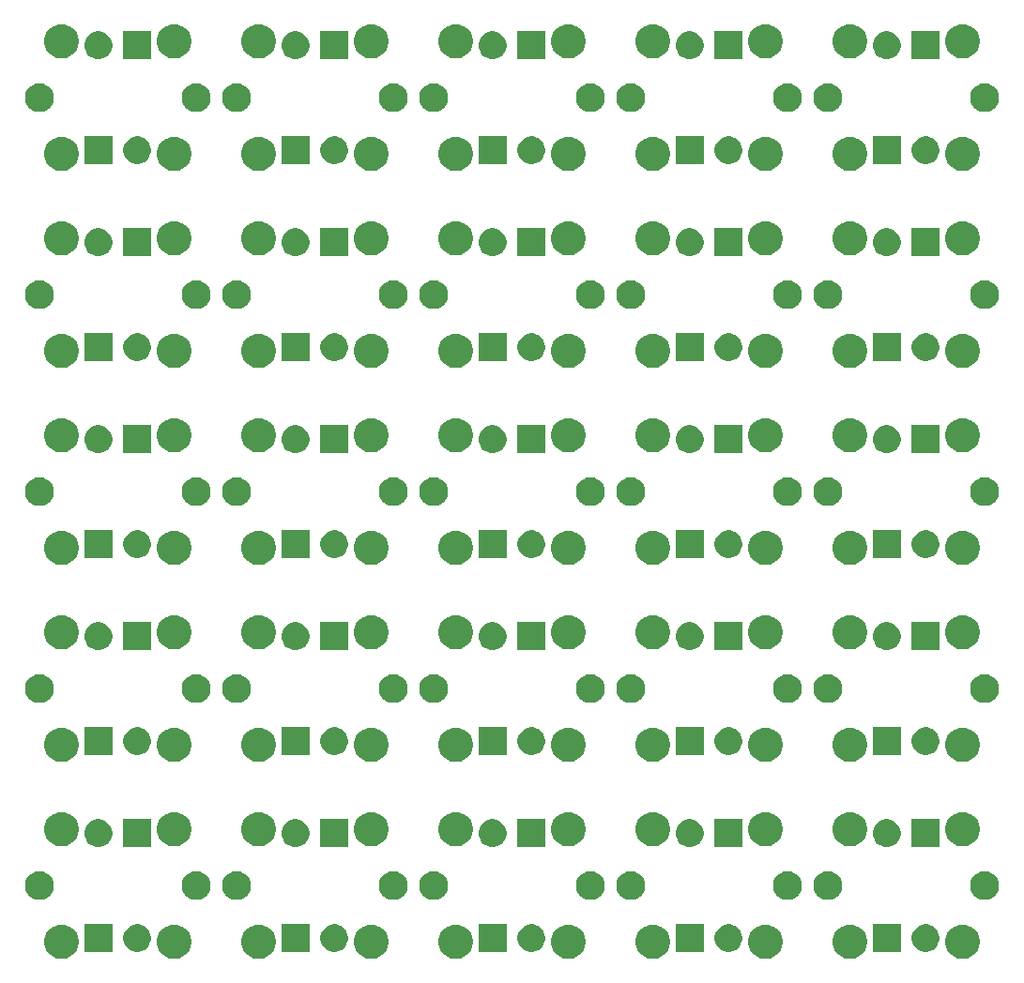
<source format=gbr>
G04 #@! TF.GenerationSoftware,KiCad,Pcbnew,5.1.5-52549c5~86~ubuntu18.04.1*
G04 #@! TF.CreationDate,2020-09-04T20:01:25-05:00*
G04 #@! TF.ProjectId,,58585858-5858-4585-9858-585858585858,rev?*
G04 #@! TF.SameCoordinates,Original*
G04 #@! TF.FileFunction,Soldermask,Bot*
G04 #@! TF.FilePolarity,Negative*
%FSLAX46Y46*%
G04 Gerber Fmt 4.6, Leading zero omitted, Abs format (unit mm)*
G04 Created by KiCad (PCBNEW 5.1.5-52549c5~86~ubuntu18.04.1) date 2020-09-04 20:01:25*
%MOMM*%
%LPD*%
G04 APERTURE LIST*
%ADD10C,0.100000*%
G04 APERTURE END LIST*
D10*
G36*
X187866385Y-140627402D02*
G01*
X188016210Y-140657204D01*
X188298474Y-140774121D01*
X188552505Y-140943859D01*
X188768541Y-141159895D01*
X188938279Y-141413926D01*
X189055196Y-141696190D01*
X189114800Y-141995840D01*
X189114800Y-142301360D01*
X189055196Y-142601010D01*
X188938279Y-142883274D01*
X188768541Y-143137305D01*
X188552505Y-143353341D01*
X188298474Y-143523079D01*
X188016210Y-143639996D01*
X187866385Y-143669798D01*
X187716561Y-143699600D01*
X187411039Y-143699600D01*
X187261215Y-143669798D01*
X187111390Y-143639996D01*
X186829126Y-143523079D01*
X186575095Y-143353341D01*
X186359059Y-143137305D01*
X186189321Y-142883274D01*
X186072404Y-142601010D01*
X186012800Y-142301360D01*
X186012800Y-141995840D01*
X186072404Y-141696190D01*
X186189321Y-141413926D01*
X186359059Y-141159895D01*
X186575095Y-140943859D01*
X186829126Y-140774121D01*
X187111390Y-140657204D01*
X187261215Y-140627402D01*
X187411039Y-140597600D01*
X187716561Y-140597600D01*
X187866385Y-140627402D01*
G37*
G36*
X116746385Y-140627402D02*
G01*
X116896210Y-140657204D01*
X117178474Y-140774121D01*
X117432505Y-140943859D01*
X117648541Y-141159895D01*
X117818279Y-141413926D01*
X117935196Y-141696190D01*
X117994800Y-141995840D01*
X117994800Y-142301360D01*
X117935196Y-142601010D01*
X117818279Y-142883274D01*
X117648541Y-143137305D01*
X117432505Y-143353341D01*
X117178474Y-143523079D01*
X116896210Y-143639996D01*
X116746385Y-143669798D01*
X116596561Y-143699600D01*
X116291039Y-143699600D01*
X116141215Y-143669798D01*
X115991390Y-143639996D01*
X115709126Y-143523079D01*
X115455095Y-143353341D01*
X115239059Y-143137305D01*
X115069321Y-142883274D01*
X114952404Y-142601010D01*
X114892800Y-142301360D01*
X114892800Y-141995840D01*
X114952404Y-141696190D01*
X115069321Y-141413926D01*
X115239059Y-141159895D01*
X115455095Y-140943859D01*
X115709126Y-140774121D01*
X115991390Y-140657204D01*
X116141215Y-140627402D01*
X116291039Y-140597600D01*
X116596561Y-140597600D01*
X116746385Y-140627402D01*
G37*
G36*
X134526385Y-140627402D02*
G01*
X134676210Y-140657204D01*
X134958474Y-140774121D01*
X135212505Y-140943859D01*
X135428541Y-141159895D01*
X135598279Y-141413926D01*
X135715196Y-141696190D01*
X135774800Y-141995840D01*
X135774800Y-142301360D01*
X135715196Y-142601010D01*
X135598279Y-142883274D01*
X135428541Y-143137305D01*
X135212505Y-143353341D01*
X134958474Y-143523079D01*
X134676210Y-143639996D01*
X134526385Y-143669798D01*
X134376561Y-143699600D01*
X134071039Y-143699600D01*
X133921215Y-143669798D01*
X133771390Y-143639996D01*
X133489126Y-143523079D01*
X133235095Y-143353341D01*
X133019059Y-143137305D01*
X132849321Y-142883274D01*
X132732404Y-142601010D01*
X132672800Y-142301360D01*
X132672800Y-141995840D01*
X132732404Y-141696190D01*
X132849321Y-141413926D01*
X133019059Y-141159895D01*
X133235095Y-140943859D01*
X133489126Y-140774121D01*
X133771390Y-140657204D01*
X133921215Y-140627402D01*
X134071039Y-140597600D01*
X134376561Y-140597600D01*
X134526385Y-140627402D01*
G37*
G36*
X152306385Y-140627402D02*
G01*
X152456210Y-140657204D01*
X152738474Y-140774121D01*
X152992505Y-140943859D01*
X153208541Y-141159895D01*
X153378279Y-141413926D01*
X153495196Y-141696190D01*
X153554800Y-141995840D01*
X153554800Y-142301360D01*
X153495196Y-142601010D01*
X153378279Y-142883274D01*
X153208541Y-143137305D01*
X152992505Y-143353341D01*
X152738474Y-143523079D01*
X152456210Y-143639996D01*
X152306385Y-143669798D01*
X152156561Y-143699600D01*
X151851039Y-143699600D01*
X151701215Y-143669798D01*
X151551390Y-143639996D01*
X151269126Y-143523079D01*
X151015095Y-143353341D01*
X150799059Y-143137305D01*
X150629321Y-142883274D01*
X150512404Y-142601010D01*
X150452800Y-142301360D01*
X150452800Y-141995840D01*
X150512404Y-141696190D01*
X150629321Y-141413926D01*
X150799059Y-141159895D01*
X151015095Y-140943859D01*
X151269126Y-140774121D01*
X151551390Y-140657204D01*
X151701215Y-140627402D01*
X151851039Y-140597600D01*
X152156561Y-140597600D01*
X152306385Y-140627402D01*
G37*
G36*
X170086385Y-140627402D02*
G01*
X170236210Y-140657204D01*
X170518474Y-140774121D01*
X170772505Y-140943859D01*
X170988541Y-141159895D01*
X171158279Y-141413926D01*
X171275196Y-141696190D01*
X171334800Y-141995840D01*
X171334800Y-142301360D01*
X171275196Y-142601010D01*
X171158279Y-142883274D01*
X170988541Y-143137305D01*
X170772505Y-143353341D01*
X170518474Y-143523079D01*
X170236210Y-143639996D01*
X170086385Y-143669798D01*
X169936561Y-143699600D01*
X169631039Y-143699600D01*
X169481215Y-143669798D01*
X169331390Y-143639996D01*
X169049126Y-143523079D01*
X168795095Y-143353341D01*
X168579059Y-143137305D01*
X168409321Y-142883274D01*
X168292404Y-142601010D01*
X168232800Y-142301360D01*
X168232800Y-141995840D01*
X168292404Y-141696190D01*
X168409321Y-141413926D01*
X168579059Y-141159895D01*
X168795095Y-140943859D01*
X169049126Y-140774121D01*
X169331390Y-140657204D01*
X169481215Y-140627402D01*
X169631039Y-140597600D01*
X169936561Y-140597600D01*
X170086385Y-140627402D01*
G37*
G36*
X106586385Y-140627402D02*
G01*
X106736210Y-140657204D01*
X107018474Y-140774121D01*
X107272505Y-140943859D01*
X107488541Y-141159895D01*
X107658279Y-141413926D01*
X107775196Y-141696190D01*
X107834800Y-141995840D01*
X107834800Y-142301360D01*
X107775196Y-142601010D01*
X107658279Y-142883274D01*
X107488541Y-143137305D01*
X107272505Y-143353341D01*
X107018474Y-143523079D01*
X106736210Y-143639996D01*
X106586385Y-143669798D01*
X106436561Y-143699600D01*
X106131039Y-143699600D01*
X105981215Y-143669798D01*
X105831390Y-143639996D01*
X105549126Y-143523079D01*
X105295095Y-143353341D01*
X105079059Y-143137305D01*
X104909321Y-142883274D01*
X104792404Y-142601010D01*
X104732800Y-142301360D01*
X104732800Y-141995840D01*
X104792404Y-141696190D01*
X104909321Y-141413926D01*
X105079059Y-141159895D01*
X105295095Y-140943859D01*
X105549126Y-140774121D01*
X105831390Y-140657204D01*
X105981215Y-140627402D01*
X106131039Y-140597600D01*
X106436561Y-140597600D01*
X106586385Y-140627402D01*
G37*
G36*
X142146385Y-140627402D02*
G01*
X142296210Y-140657204D01*
X142578474Y-140774121D01*
X142832505Y-140943859D01*
X143048541Y-141159895D01*
X143218279Y-141413926D01*
X143335196Y-141696190D01*
X143394800Y-141995840D01*
X143394800Y-142301360D01*
X143335196Y-142601010D01*
X143218279Y-142883274D01*
X143048541Y-143137305D01*
X142832505Y-143353341D01*
X142578474Y-143523079D01*
X142296210Y-143639996D01*
X142146385Y-143669798D01*
X141996561Y-143699600D01*
X141691039Y-143699600D01*
X141541215Y-143669798D01*
X141391390Y-143639996D01*
X141109126Y-143523079D01*
X140855095Y-143353341D01*
X140639059Y-143137305D01*
X140469321Y-142883274D01*
X140352404Y-142601010D01*
X140292800Y-142301360D01*
X140292800Y-141995840D01*
X140352404Y-141696190D01*
X140469321Y-141413926D01*
X140639059Y-141159895D01*
X140855095Y-140943859D01*
X141109126Y-140774121D01*
X141391390Y-140657204D01*
X141541215Y-140627402D01*
X141691039Y-140597600D01*
X141996561Y-140597600D01*
X142146385Y-140627402D01*
G37*
G36*
X124366385Y-140627402D02*
G01*
X124516210Y-140657204D01*
X124798474Y-140774121D01*
X125052505Y-140943859D01*
X125268541Y-141159895D01*
X125438279Y-141413926D01*
X125555196Y-141696190D01*
X125614800Y-141995840D01*
X125614800Y-142301360D01*
X125555196Y-142601010D01*
X125438279Y-142883274D01*
X125268541Y-143137305D01*
X125052505Y-143353341D01*
X124798474Y-143523079D01*
X124516210Y-143639996D01*
X124366385Y-143669798D01*
X124216561Y-143699600D01*
X123911039Y-143699600D01*
X123761215Y-143669798D01*
X123611390Y-143639996D01*
X123329126Y-143523079D01*
X123075095Y-143353341D01*
X122859059Y-143137305D01*
X122689321Y-142883274D01*
X122572404Y-142601010D01*
X122512800Y-142301360D01*
X122512800Y-141995840D01*
X122572404Y-141696190D01*
X122689321Y-141413926D01*
X122859059Y-141159895D01*
X123075095Y-140943859D01*
X123329126Y-140774121D01*
X123611390Y-140657204D01*
X123761215Y-140627402D01*
X123911039Y-140597600D01*
X124216561Y-140597600D01*
X124366385Y-140627402D01*
G37*
G36*
X177706385Y-140627402D02*
G01*
X177856210Y-140657204D01*
X178138474Y-140774121D01*
X178392505Y-140943859D01*
X178608541Y-141159895D01*
X178778279Y-141413926D01*
X178895196Y-141696190D01*
X178954800Y-141995840D01*
X178954800Y-142301360D01*
X178895196Y-142601010D01*
X178778279Y-142883274D01*
X178608541Y-143137305D01*
X178392505Y-143353341D01*
X178138474Y-143523079D01*
X177856210Y-143639996D01*
X177706385Y-143669798D01*
X177556561Y-143699600D01*
X177251039Y-143699600D01*
X177101215Y-143669798D01*
X176951390Y-143639996D01*
X176669126Y-143523079D01*
X176415095Y-143353341D01*
X176199059Y-143137305D01*
X176029321Y-142883274D01*
X175912404Y-142601010D01*
X175852800Y-142301360D01*
X175852800Y-141995840D01*
X175912404Y-141696190D01*
X176029321Y-141413926D01*
X176199059Y-141159895D01*
X176415095Y-140943859D01*
X176669126Y-140774121D01*
X176951390Y-140657204D01*
X177101215Y-140627402D01*
X177251039Y-140597600D01*
X177556561Y-140597600D01*
X177706385Y-140627402D01*
G37*
G36*
X159926385Y-140627402D02*
G01*
X160076210Y-140657204D01*
X160358474Y-140774121D01*
X160612505Y-140943859D01*
X160828541Y-141159895D01*
X160998279Y-141413926D01*
X161115196Y-141696190D01*
X161174800Y-141995840D01*
X161174800Y-142301360D01*
X161115196Y-142601010D01*
X160998279Y-142883274D01*
X160828541Y-143137305D01*
X160612505Y-143353341D01*
X160358474Y-143523079D01*
X160076210Y-143639996D01*
X159926385Y-143669798D01*
X159776561Y-143699600D01*
X159471039Y-143699600D01*
X159321215Y-143669798D01*
X159171390Y-143639996D01*
X158889126Y-143523079D01*
X158635095Y-143353341D01*
X158419059Y-143137305D01*
X158249321Y-142883274D01*
X158132404Y-142601010D01*
X158072800Y-142301360D01*
X158072800Y-141995840D01*
X158132404Y-141696190D01*
X158249321Y-141413926D01*
X158419059Y-141159895D01*
X158635095Y-140943859D01*
X158889126Y-140774121D01*
X159171390Y-140657204D01*
X159321215Y-140627402D01*
X159471039Y-140597600D01*
X159776561Y-140597600D01*
X159926385Y-140627402D01*
G37*
G36*
X184585255Y-140597600D02*
G01*
X184598703Y-140600275D01*
X184826371Y-140694578D01*
X185031266Y-140831485D01*
X185205515Y-141005734D01*
X185342422Y-141210629D01*
X185436725Y-141438297D01*
X185484800Y-141679987D01*
X185484800Y-141926413D01*
X185436725Y-142168103D01*
X185342422Y-142395771D01*
X185205515Y-142600666D01*
X185031266Y-142774915D01*
X184826371Y-142911822D01*
X184826370Y-142911823D01*
X184826369Y-142911823D01*
X184598703Y-143006125D01*
X184357014Y-143054200D01*
X184110586Y-143054200D01*
X183868897Y-143006125D01*
X183641231Y-142911823D01*
X183641230Y-142911823D01*
X183641229Y-142911822D01*
X183436334Y-142774915D01*
X183262085Y-142600666D01*
X183125178Y-142395771D01*
X183030875Y-142168103D01*
X182982800Y-141926413D01*
X182982800Y-141679987D01*
X183030875Y-141438297D01*
X183125178Y-141210629D01*
X183262085Y-141005734D01*
X183436334Y-140831485D01*
X183641229Y-140694578D01*
X183868897Y-140600275D01*
X183882345Y-140597600D01*
X184110586Y-140552200D01*
X184357014Y-140552200D01*
X184585255Y-140597600D01*
G37*
G36*
X166805255Y-140597600D02*
G01*
X166818703Y-140600275D01*
X167046371Y-140694578D01*
X167251266Y-140831485D01*
X167425515Y-141005734D01*
X167562422Y-141210629D01*
X167656725Y-141438297D01*
X167704800Y-141679987D01*
X167704800Y-141926413D01*
X167656725Y-142168103D01*
X167562422Y-142395771D01*
X167425515Y-142600666D01*
X167251266Y-142774915D01*
X167046371Y-142911822D01*
X167046370Y-142911823D01*
X167046369Y-142911823D01*
X166818703Y-143006125D01*
X166577014Y-143054200D01*
X166330586Y-143054200D01*
X166088897Y-143006125D01*
X165861231Y-142911823D01*
X165861230Y-142911823D01*
X165861229Y-142911822D01*
X165656334Y-142774915D01*
X165482085Y-142600666D01*
X165345178Y-142395771D01*
X165250875Y-142168103D01*
X165202800Y-141926413D01*
X165202800Y-141679987D01*
X165250875Y-141438297D01*
X165345178Y-141210629D01*
X165482085Y-141005734D01*
X165656334Y-140831485D01*
X165861229Y-140694578D01*
X166088897Y-140600275D01*
X166102345Y-140597600D01*
X166330586Y-140552200D01*
X166577014Y-140552200D01*
X166805255Y-140597600D01*
G37*
G36*
X113465255Y-140597600D02*
G01*
X113478703Y-140600275D01*
X113706371Y-140694578D01*
X113911266Y-140831485D01*
X114085515Y-141005734D01*
X114222422Y-141210629D01*
X114316725Y-141438297D01*
X114364800Y-141679987D01*
X114364800Y-141926413D01*
X114316725Y-142168103D01*
X114222422Y-142395771D01*
X114085515Y-142600666D01*
X113911266Y-142774915D01*
X113706371Y-142911822D01*
X113706370Y-142911823D01*
X113706369Y-142911823D01*
X113478703Y-143006125D01*
X113237014Y-143054200D01*
X112990586Y-143054200D01*
X112748897Y-143006125D01*
X112521231Y-142911823D01*
X112521230Y-142911823D01*
X112521229Y-142911822D01*
X112316334Y-142774915D01*
X112142085Y-142600666D01*
X112005178Y-142395771D01*
X111910875Y-142168103D01*
X111862800Y-141926413D01*
X111862800Y-141679987D01*
X111910875Y-141438297D01*
X112005178Y-141210629D01*
X112142085Y-141005734D01*
X112316334Y-140831485D01*
X112521229Y-140694578D01*
X112748897Y-140600275D01*
X112762345Y-140597600D01*
X112990586Y-140552200D01*
X113237014Y-140552200D01*
X113465255Y-140597600D01*
G37*
G36*
X110864800Y-143054200D02*
G01*
X108362800Y-143054200D01*
X108362800Y-140552200D01*
X110864800Y-140552200D01*
X110864800Y-143054200D01*
G37*
G36*
X131245255Y-140597600D02*
G01*
X131258703Y-140600275D01*
X131486371Y-140694578D01*
X131691266Y-140831485D01*
X131865515Y-141005734D01*
X132002422Y-141210629D01*
X132096725Y-141438297D01*
X132144800Y-141679987D01*
X132144800Y-141926413D01*
X132096725Y-142168103D01*
X132002422Y-142395771D01*
X131865515Y-142600666D01*
X131691266Y-142774915D01*
X131486371Y-142911822D01*
X131486370Y-142911823D01*
X131486369Y-142911823D01*
X131258703Y-143006125D01*
X131017014Y-143054200D01*
X130770586Y-143054200D01*
X130528897Y-143006125D01*
X130301231Y-142911823D01*
X130301230Y-142911823D01*
X130301229Y-142911822D01*
X130096334Y-142774915D01*
X129922085Y-142600666D01*
X129785178Y-142395771D01*
X129690875Y-142168103D01*
X129642800Y-141926413D01*
X129642800Y-141679987D01*
X129690875Y-141438297D01*
X129785178Y-141210629D01*
X129922085Y-141005734D01*
X130096334Y-140831485D01*
X130301229Y-140694578D01*
X130528897Y-140600275D01*
X130542345Y-140597600D01*
X130770586Y-140552200D01*
X131017014Y-140552200D01*
X131245255Y-140597600D01*
G37*
G36*
X128644800Y-143054200D02*
G01*
X126142800Y-143054200D01*
X126142800Y-140552200D01*
X128644800Y-140552200D01*
X128644800Y-143054200D01*
G37*
G36*
X149025255Y-140597600D02*
G01*
X149038703Y-140600275D01*
X149266371Y-140694578D01*
X149471266Y-140831485D01*
X149645515Y-141005734D01*
X149782422Y-141210629D01*
X149876725Y-141438297D01*
X149924800Y-141679987D01*
X149924800Y-141926413D01*
X149876725Y-142168103D01*
X149782422Y-142395771D01*
X149645515Y-142600666D01*
X149471266Y-142774915D01*
X149266371Y-142911822D01*
X149266370Y-142911823D01*
X149266369Y-142911823D01*
X149038703Y-143006125D01*
X148797014Y-143054200D01*
X148550586Y-143054200D01*
X148308897Y-143006125D01*
X148081231Y-142911823D01*
X148081230Y-142911823D01*
X148081229Y-142911822D01*
X147876334Y-142774915D01*
X147702085Y-142600666D01*
X147565178Y-142395771D01*
X147470875Y-142168103D01*
X147422800Y-141926413D01*
X147422800Y-141679987D01*
X147470875Y-141438297D01*
X147565178Y-141210629D01*
X147702085Y-141005734D01*
X147876334Y-140831485D01*
X148081229Y-140694578D01*
X148308897Y-140600275D01*
X148322345Y-140597600D01*
X148550586Y-140552200D01*
X148797014Y-140552200D01*
X149025255Y-140597600D01*
G37*
G36*
X146424800Y-143054200D02*
G01*
X143922800Y-143054200D01*
X143922800Y-140552200D01*
X146424800Y-140552200D01*
X146424800Y-143054200D01*
G37*
G36*
X164204800Y-143054200D02*
G01*
X161702800Y-143054200D01*
X161702800Y-140552200D01*
X164204800Y-140552200D01*
X164204800Y-143054200D01*
G37*
G36*
X181984800Y-143054200D02*
G01*
X179482800Y-143054200D01*
X179482800Y-140552200D01*
X181984800Y-140552200D01*
X181984800Y-143054200D01*
G37*
G36*
X154374593Y-135817904D02*
G01*
X154611301Y-135915952D01*
X154611303Y-135915953D01*
X154824335Y-136058296D01*
X155005504Y-136239465D01*
X155147847Y-136452497D01*
X155147848Y-136452499D01*
X155245896Y-136689207D01*
X155295880Y-136940493D01*
X155295880Y-137196707D01*
X155245896Y-137447993D01*
X155147848Y-137684701D01*
X155147847Y-137684703D01*
X155005504Y-137897735D01*
X154824335Y-138078904D01*
X154611303Y-138221247D01*
X154611302Y-138221248D01*
X154611301Y-138221248D01*
X154374593Y-138319296D01*
X154123307Y-138369280D01*
X153867093Y-138369280D01*
X153615807Y-138319296D01*
X153379099Y-138221248D01*
X153379098Y-138221248D01*
X153379097Y-138221247D01*
X153166065Y-138078904D01*
X152984896Y-137897735D01*
X152842553Y-137684703D01*
X152842552Y-137684701D01*
X152744504Y-137447993D01*
X152694520Y-137196707D01*
X152694520Y-136940493D01*
X152744504Y-136689207D01*
X152842552Y-136452499D01*
X152842553Y-136452497D01*
X152984896Y-136239465D01*
X153166065Y-136058296D01*
X153379097Y-135915953D01*
X153379099Y-135915952D01*
X153615807Y-135817904D01*
X153867093Y-135767920D01*
X154123307Y-135767920D01*
X154374593Y-135817904D01*
G37*
G36*
X175791793Y-135817904D02*
G01*
X176028501Y-135915952D01*
X176028503Y-135915953D01*
X176241535Y-136058296D01*
X176422704Y-136239465D01*
X176565047Y-136452497D01*
X176565048Y-136452499D01*
X176663096Y-136689207D01*
X176713080Y-136940493D01*
X176713080Y-137196707D01*
X176663096Y-137447993D01*
X176565048Y-137684701D01*
X176565047Y-137684703D01*
X176422704Y-137897735D01*
X176241535Y-138078904D01*
X176028503Y-138221247D01*
X176028502Y-138221248D01*
X176028501Y-138221248D01*
X175791793Y-138319296D01*
X175540507Y-138369280D01*
X175284293Y-138369280D01*
X175033007Y-138319296D01*
X174796299Y-138221248D01*
X174796298Y-138221248D01*
X174796297Y-138221247D01*
X174583265Y-138078904D01*
X174402096Y-137897735D01*
X174259753Y-137684703D01*
X174259752Y-137684701D01*
X174161704Y-137447993D01*
X174111720Y-137196707D01*
X174111720Y-136940493D01*
X174161704Y-136689207D01*
X174259752Y-136452499D01*
X174259753Y-136452497D01*
X174402096Y-136239465D01*
X174583265Y-136058296D01*
X174796297Y-135915953D01*
X174796299Y-135915952D01*
X175033007Y-135817904D01*
X175284293Y-135767920D01*
X175540507Y-135767920D01*
X175791793Y-135817904D01*
G37*
G36*
X118814593Y-135817904D02*
G01*
X119051301Y-135915952D01*
X119051303Y-135915953D01*
X119264335Y-136058296D01*
X119445504Y-136239465D01*
X119587847Y-136452497D01*
X119587848Y-136452499D01*
X119685896Y-136689207D01*
X119735880Y-136940493D01*
X119735880Y-137196707D01*
X119685896Y-137447993D01*
X119587848Y-137684701D01*
X119587847Y-137684703D01*
X119445504Y-137897735D01*
X119264335Y-138078904D01*
X119051303Y-138221247D01*
X119051302Y-138221248D01*
X119051301Y-138221248D01*
X118814593Y-138319296D01*
X118563307Y-138369280D01*
X118307093Y-138369280D01*
X118055807Y-138319296D01*
X117819099Y-138221248D01*
X117819098Y-138221248D01*
X117819097Y-138221247D01*
X117606065Y-138078904D01*
X117424896Y-137897735D01*
X117282553Y-137684703D01*
X117282552Y-137684701D01*
X117184504Y-137447993D01*
X117134520Y-137196707D01*
X117134520Y-136940493D01*
X117184504Y-136689207D01*
X117282552Y-136452499D01*
X117282553Y-136452497D01*
X117424896Y-136239465D01*
X117606065Y-136058296D01*
X117819097Y-135915953D01*
X117819099Y-135915952D01*
X118055807Y-135817904D01*
X118307093Y-135767920D01*
X118563307Y-135767920D01*
X118814593Y-135817904D01*
G37*
G36*
X158011793Y-135817904D02*
G01*
X158248501Y-135915952D01*
X158248503Y-135915953D01*
X158461535Y-136058296D01*
X158642704Y-136239465D01*
X158785047Y-136452497D01*
X158785048Y-136452499D01*
X158883096Y-136689207D01*
X158933080Y-136940493D01*
X158933080Y-137196707D01*
X158883096Y-137447993D01*
X158785048Y-137684701D01*
X158785047Y-137684703D01*
X158642704Y-137897735D01*
X158461535Y-138078904D01*
X158248503Y-138221247D01*
X158248502Y-138221248D01*
X158248501Y-138221248D01*
X158011793Y-138319296D01*
X157760507Y-138369280D01*
X157504293Y-138369280D01*
X157253007Y-138319296D01*
X157016299Y-138221248D01*
X157016298Y-138221248D01*
X157016297Y-138221247D01*
X156803265Y-138078904D01*
X156622096Y-137897735D01*
X156479753Y-137684703D01*
X156479752Y-137684701D01*
X156381704Y-137447993D01*
X156331720Y-137196707D01*
X156331720Y-136940493D01*
X156381704Y-136689207D01*
X156479752Y-136452499D01*
X156479753Y-136452497D01*
X156622096Y-136239465D01*
X156803265Y-136058296D01*
X157016297Y-135915953D01*
X157016299Y-135915952D01*
X157253007Y-135817904D01*
X157504293Y-135767920D01*
X157760507Y-135767920D01*
X158011793Y-135817904D01*
G37*
G36*
X140231793Y-135817904D02*
G01*
X140468501Y-135915952D01*
X140468503Y-135915953D01*
X140681535Y-136058296D01*
X140862704Y-136239465D01*
X141005047Y-136452497D01*
X141005048Y-136452499D01*
X141103096Y-136689207D01*
X141153080Y-136940493D01*
X141153080Y-137196707D01*
X141103096Y-137447993D01*
X141005048Y-137684701D01*
X141005047Y-137684703D01*
X140862704Y-137897735D01*
X140681535Y-138078904D01*
X140468503Y-138221247D01*
X140468502Y-138221248D01*
X140468501Y-138221248D01*
X140231793Y-138319296D01*
X139980507Y-138369280D01*
X139724293Y-138369280D01*
X139473007Y-138319296D01*
X139236299Y-138221248D01*
X139236298Y-138221248D01*
X139236297Y-138221247D01*
X139023265Y-138078904D01*
X138842096Y-137897735D01*
X138699753Y-137684703D01*
X138699752Y-137684701D01*
X138601704Y-137447993D01*
X138551720Y-137196707D01*
X138551720Y-136940493D01*
X138601704Y-136689207D01*
X138699752Y-136452499D01*
X138699753Y-136452497D01*
X138842096Y-136239465D01*
X139023265Y-136058296D01*
X139236297Y-135915953D01*
X139236299Y-135915952D01*
X139473007Y-135817904D01*
X139724293Y-135767920D01*
X139980507Y-135767920D01*
X140231793Y-135817904D01*
G37*
G36*
X122451793Y-135817904D02*
G01*
X122688501Y-135915952D01*
X122688503Y-135915953D01*
X122901535Y-136058296D01*
X123082704Y-136239465D01*
X123225047Y-136452497D01*
X123225048Y-136452499D01*
X123323096Y-136689207D01*
X123373080Y-136940493D01*
X123373080Y-137196707D01*
X123323096Y-137447993D01*
X123225048Y-137684701D01*
X123225047Y-137684703D01*
X123082704Y-137897735D01*
X122901535Y-138078904D01*
X122688503Y-138221247D01*
X122688502Y-138221248D01*
X122688501Y-138221248D01*
X122451793Y-138319296D01*
X122200507Y-138369280D01*
X121944293Y-138369280D01*
X121693007Y-138319296D01*
X121456299Y-138221248D01*
X121456298Y-138221248D01*
X121456297Y-138221247D01*
X121243265Y-138078904D01*
X121062096Y-137897735D01*
X120919753Y-137684703D01*
X120919752Y-137684701D01*
X120821704Y-137447993D01*
X120771720Y-137196707D01*
X120771720Y-136940493D01*
X120821704Y-136689207D01*
X120919752Y-136452499D01*
X120919753Y-136452497D01*
X121062096Y-136239465D01*
X121243265Y-136058296D01*
X121456297Y-135915953D01*
X121456299Y-135915952D01*
X121693007Y-135817904D01*
X121944293Y-135767920D01*
X122200507Y-135767920D01*
X122451793Y-135817904D01*
G37*
G36*
X189934593Y-135817904D02*
G01*
X190171301Y-135915952D01*
X190171303Y-135915953D01*
X190384335Y-136058296D01*
X190565504Y-136239465D01*
X190707847Y-136452497D01*
X190707848Y-136452499D01*
X190805896Y-136689207D01*
X190855880Y-136940493D01*
X190855880Y-137196707D01*
X190805896Y-137447993D01*
X190707848Y-137684701D01*
X190707847Y-137684703D01*
X190565504Y-137897735D01*
X190384335Y-138078904D01*
X190171303Y-138221247D01*
X190171302Y-138221248D01*
X190171301Y-138221248D01*
X189934593Y-138319296D01*
X189683307Y-138369280D01*
X189427093Y-138369280D01*
X189175807Y-138319296D01*
X188939099Y-138221248D01*
X188939098Y-138221248D01*
X188939097Y-138221247D01*
X188726065Y-138078904D01*
X188544896Y-137897735D01*
X188402553Y-137684703D01*
X188402552Y-137684701D01*
X188304504Y-137447993D01*
X188254520Y-137196707D01*
X188254520Y-136940493D01*
X188304504Y-136689207D01*
X188402552Y-136452499D01*
X188402553Y-136452497D01*
X188544896Y-136239465D01*
X188726065Y-136058296D01*
X188939097Y-135915953D01*
X188939099Y-135915952D01*
X189175807Y-135817904D01*
X189427093Y-135767920D01*
X189683307Y-135767920D01*
X189934593Y-135817904D01*
G37*
G36*
X172154593Y-135817904D02*
G01*
X172391301Y-135915952D01*
X172391303Y-135915953D01*
X172604335Y-136058296D01*
X172785504Y-136239465D01*
X172927847Y-136452497D01*
X172927848Y-136452499D01*
X173025896Y-136689207D01*
X173075880Y-136940493D01*
X173075880Y-137196707D01*
X173025896Y-137447993D01*
X172927848Y-137684701D01*
X172927847Y-137684703D01*
X172785504Y-137897735D01*
X172604335Y-138078904D01*
X172391303Y-138221247D01*
X172391302Y-138221248D01*
X172391301Y-138221248D01*
X172154593Y-138319296D01*
X171903307Y-138369280D01*
X171647093Y-138369280D01*
X171395807Y-138319296D01*
X171159099Y-138221248D01*
X171159098Y-138221248D01*
X171159097Y-138221247D01*
X170946065Y-138078904D01*
X170764896Y-137897735D01*
X170622553Y-137684703D01*
X170622552Y-137684701D01*
X170524504Y-137447993D01*
X170474520Y-137196707D01*
X170474520Y-136940493D01*
X170524504Y-136689207D01*
X170622552Y-136452499D01*
X170622553Y-136452497D01*
X170764896Y-136239465D01*
X170946065Y-136058296D01*
X171159097Y-135915953D01*
X171159099Y-135915952D01*
X171395807Y-135817904D01*
X171647093Y-135767920D01*
X171903307Y-135767920D01*
X172154593Y-135817904D01*
G37*
G36*
X104671793Y-135817904D02*
G01*
X104908501Y-135915952D01*
X104908503Y-135915953D01*
X105121535Y-136058296D01*
X105302704Y-136239465D01*
X105445047Y-136452497D01*
X105445048Y-136452499D01*
X105543096Y-136689207D01*
X105593080Y-136940493D01*
X105593080Y-137196707D01*
X105543096Y-137447993D01*
X105445048Y-137684701D01*
X105445047Y-137684703D01*
X105302704Y-137897735D01*
X105121535Y-138078904D01*
X104908503Y-138221247D01*
X104908502Y-138221248D01*
X104908501Y-138221248D01*
X104671793Y-138319296D01*
X104420507Y-138369280D01*
X104164293Y-138369280D01*
X103913007Y-138319296D01*
X103676299Y-138221248D01*
X103676298Y-138221248D01*
X103676297Y-138221247D01*
X103463265Y-138078904D01*
X103282096Y-137897735D01*
X103139753Y-137684703D01*
X103139752Y-137684701D01*
X103041704Y-137447993D01*
X102991720Y-137196707D01*
X102991720Y-136940493D01*
X103041704Y-136689207D01*
X103139752Y-136452499D01*
X103139753Y-136452497D01*
X103282096Y-136239465D01*
X103463265Y-136058296D01*
X103676297Y-135915953D01*
X103676299Y-135915952D01*
X103913007Y-135817904D01*
X104164293Y-135767920D01*
X104420507Y-135767920D01*
X104671793Y-135817904D01*
G37*
G36*
X136594593Y-135817904D02*
G01*
X136831301Y-135915952D01*
X136831303Y-135915953D01*
X137044335Y-136058296D01*
X137225504Y-136239465D01*
X137367847Y-136452497D01*
X137367848Y-136452499D01*
X137465896Y-136689207D01*
X137515880Y-136940493D01*
X137515880Y-137196707D01*
X137465896Y-137447993D01*
X137367848Y-137684701D01*
X137367847Y-137684703D01*
X137225504Y-137897735D01*
X137044335Y-138078904D01*
X136831303Y-138221247D01*
X136831302Y-138221248D01*
X136831301Y-138221248D01*
X136594593Y-138319296D01*
X136343307Y-138369280D01*
X136087093Y-138369280D01*
X135835807Y-138319296D01*
X135599099Y-138221248D01*
X135599098Y-138221248D01*
X135599097Y-138221247D01*
X135386065Y-138078904D01*
X135204896Y-137897735D01*
X135062553Y-137684703D01*
X135062552Y-137684701D01*
X134964504Y-137447993D01*
X134914520Y-137196707D01*
X134914520Y-136940493D01*
X134964504Y-136689207D01*
X135062552Y-136452499D01*
X135062553Y-136452497D01*
X135204896Y-136239465D01*
X135386065Y-136058296D01*
X135599097Y-135915953D01*
X135599099Y-135915952D01*
X135835807Y-135817904D01*
X136087093Y-135767920D01*
X136343307Y-135767920D01*
X136594593Y-135817904D01*
G37*
G36*
X145538703Y-131131075D02*
G01*
X145766371Y-131225378D01*
X145971266Y-131362285D01*
X146145515Y-131536534D01*
X146282422Y-131741429D01*
X146376725Y-131969097D01*
X146424800Y-132210787D01*
X146424800Y-132457213D01*
X146376725Y-132698903D01*
X146282422Y-132926571D01*
X146145515Y-133131466D01*
X145971266Y-133305715D01*
X145766371Y-133442622D01*
X145766370Y-133442623D01*
X145766369Y-133442623D01*
X145538703Y-133536925D01*
X145297014Y-133585000D01*
X145050586Y-133585000D01*
X144808897Y-133536925D01*
X144581231Y-133442623D01*
X144581230Y-133442623D01*
X144581229Y-133442622D01*
X144376334Y-133305715D01*
X144202085Y-133131466D01*
X144065178Y-132926571D01*
X143970875Y-132698903D01*
X143922800Y-132457213D01*
X143922800Y-132210787D01*
X143970875Y-131969097D01*
X144065178Y-131741429D01*
X144202085Y-131536534D01*
X144376334Y-131362285D01*
X144581229Y-131225378D01*
X144808897Y-131131075D01*
X145050586Y-131083000D01*
X145297014Y-131083000D01*
X145538703Y-131131075D01*
G37*
G36*
X109978703Y-131131075D02*
G01*
X110206371Y-131225378D01*
X110411266Y-131362285D01*
X110585515Y-131536534D01*
X110722422Y-131741429D01*
X110816725Y-131969097D01*
X110864800Y-132210787D01*
X110864800Y-132457213D01*
X110816725Y-132698903D01*
X110722422Y-132926571D01*
X110585515Y-133131466D01*
X110411266Y-133305715D01*
X110206371Y-133442622D01*
X110206370Y-133442623D01*
X110206369Y-133442623D01*
X109978703Y-133536925D01*
X109737014Y-133585000D01*
X109490586Y-133585000D01*
X109248897Y-133536925D01*
X109021231Y-133442623D01*
X109021230Y-133442623D01*
X109021229Y-133442622D01*
X108816334Y-133305715D01*
X108642085Y-133131466D01*
X108505178Y-132926571D01*
X108410875Y-132698903D01*
X108362800Y-132457213D01*
X108362800Y-132210787D01*
X108410875Y-131969097D01*
X108505178Y-131741429D01*
X108642085Y-131536534D01*
X108816334Y-131362285D01*
X109021229Y-131225378D01*
X109248897Y-131131075D01*
X109490586Y-131083000D01*
X109737014Y-131083000D01*
X109978703Y-131131075D01*
G37*
G36*
X127758703Y-131131075D02*
G01*
X127986371Y-131225378D01*
X128191266Y-131362285D01*
X128365515Y-131536534D01*
X128502422Y-131741429D01*
X128596725Y-131969097D01*
X128644800Y-132210787D01*
X128644800Y-132457213D01*
X128596725Y-132698903D01*
X128502422Y-132926571D01*
X128365515Y-133131466D01*
X128191266Y-133305715D01*
X127986371Y-133442622D01*
X127986370Y-133442623D01*
X127986369Y-133442623D01*
X127758703Y-133536925D01*
X127517014Y-133585000D01*
X127270586Y-133585000D01*
X127028897Y-133536925D01*
X126801231Y-133442623D01*
X126801230Y-133442623D01*
X126801229Y-133442622D01*
X126596334Y-133305715D01*
X126422085Y-133131466D01*
X126285178Y-132926571D01*
X126190875Y-132698903D01*
X126142800Y-132457213D01*
X126142800Y-132210787D01*
X126190875Y-131969097D01*
X126285178Y-131741429D01*
X126422085Y-131536534D01*
X126596334Y-131362285D01*
X126801229Y-131225378D01*
X127028897Y-131131075D01*
X127270586Y-131083000D01*
X127517014Y-131083000D01*
X127758703Y-131131075D01*
G37*
G36*
X149924800Y-133585000D02*
G01*
X147422800Y-133585000D01*
X147422800Y-131083000D01*
X149924800Y-131083000D01*
X149924800Y-133585000D01*
G37*
G36*
X132144800Y-133585000D02*
G01*
X129642800Y-133585000D01*
X129642800Y-131083000D01*
X132144800Y-131083000D01*
X132144800Y-133585000D01*
G37*
G36*
X167704800Y-133585000D02*
G01*
X165202800Y-133585000D01*
X165202800Y-131083000D01*
X167704800Y-131083000D01*
X167704800Y-133585000D01*
G37*
G36*
X181098703Y-131131075D02*
G01*
X181326371Y-131225378D01*
X181531266Y-131362285D01*
X181705515Y-131536534D01*
X181842422Y-131741429D01*
X181936725Y-131969097D01*
X181984800Y-132210787D01*
X181984800Y-132457213D01*
X181936725Y-132698903D01*
X181842422Y-132926571D01*
X181705515Y-133131466D01*
X181531266Y-133305715D01*
X181326371Y-133442622D01*
X181326370Y-133442623D01*
X181326369Y-133442623D01*
X181098703Y-133536925D01*
X180857014Y-133585000D01*
X180610586Y-133585000D01*
X180368897Y-133536925D01*
X180141231Y-133442623D01*
X180141230Y-133442623D01*
X180141229Y-133442622D01*
X179936334Y-133305715D01*
X179762085Y-133131466D01*
X179625178Y-132926571D01*
X179530875Y-132698903D01*
X179482800Y-132457213D01*
X179482800Y-132210787D01*
X179530875Y-131969097D01*
X179625178Y-131741429D01*
X179762085Y-131536534D01*
X179936334Y-131362285D01*
X180141229Y-131225378D01*
X180368897Y-131131075D01*
X180610586Y-131083000D01*
X180857014Y-131083000D01*
X181098703Y-131131075D01*
G37*
G36*
X185484800Y-133585000D02*
G01*
X182982800Y-133585000D01*
X182982800Y-131083000D01*
X185484800Y-131083000D01*
X185484800Y-133585000D01*
G37*
G36*
X114364800Y-133585000D02*
G01*
X111862800Y-133585000D01*
X111862800Y-131083000D01*
X114364800Y-131083000D01*
X114364800Y-133585000D01*
G37*
G36*
X163318703Y-131131075D02*
G01*
X163546371Y-131225378D01*
X163751266Y-131362285D01*
X163925515Y-131536534D01*
X164062422Y-131741429D01*
X164156725Y-131969097D01*
X164204800Y-132210787D01*
X164204800Y-132457213D01*
X164156725Y-132698903D01*
X164062422Y-132926571D01*
X163925515Y-133131466D01*
X163751266Y-133305715D01*
X163546371Y-133442622D01*
X163546370Y-133442623D01*
X163546369Y-133442623D01*
X163318703Y-133536925D01*
X163077014Y-133585000D01*
X162830586Y-133585000D01*
X162588897Y-133536925D01*
X162361231Y-133442623D01*
X162361230Y-133442623D01*
X162361229Y-133442622D01*
X162156334Y-133305715D01*
X161982085Y-133131466D01*
X161845178Y-132926571D01*
X161750875Y-132698903D01*
X161702800Y-132457213D01*
X161702800Y-132210787D01*
X161750875Y-131969097D01*
X161845178Y-131741429D01*
X161982085Y-131536534D01*
X162156334Y-131362285D01*
X162361229Y-131225378D01*
X162588897Y-131131075D01*
X162830586Y-131083000D01*
X163077014Y-131083000D01*
X163318703Y-131131075D01*
G37*
G36*
X116746385Y-130467402D02*
G01*
X116896210Y-130497204D01*
X117178474Y-130614121D01*
X117432505Y-130783859D01*
X117648541Y-130999895D01*
X117818279Y-131253926D01*
X117935196Y-131536190D01*
X117994800Y-131835840D01*
X117994800Y-132141360D01*
X117935196Y-132441010D01*
X117818279Y-132723274D01*
X117648541Y-132977305D01*
X117432505Y-133193341D01*
X117178474Y-133363079D01*
X116896210Y-133479996D01*
X116746385Y-133509798D01*
X116596561Y-133539600D01*
X116291039Y-133539600D01*
X116141215Y-133509798D01*
X115991390Y-133479996D01*
X115709126Y-133363079D01*
X115455095Y-133193341D01*
X115239059Y-132977305D01*
X115069321Y-132723274D01*
X114952404Y-132441010D01*
X114892800Y-132141360D01*
X114892800Y-131835840D01*
X114952404Y-131536190D01*
X115069321Y-131253926D01*
X115239059Y-130999895D01*
X115455095Y-130783859D01*
X115709126Y-130614121D01*
X115991390Y-130497204D01*
X116141215Y-130467402D01*
X116291039Y-130437600D01*
X116596561Y-130437600D01*
X116746385Y-130467402D01*
G37*
G36*
X187866385Y-130467402D02*
G01*
X188016210Y-130497204D01*
X188298474Y-130614121D01*
X188552505Y-130783859D01*
X188768541Y-130999895D01*
X188938279Y-131253926D01*
X189055196Y-131536190D01*
X189114800Y-131835840D01*
X189114800Y-132141360D01*
X189055196Y-132441010D01*
X188938279Y-132723274D01*
X188768541Y-132977305D01*
X188552505Y-133193341D01*
X188298474Y-133363079D01*
X188016210Y-133479996D01*
X187866385Y-133509798D01*
X187716561Y-133539600D01*
X187411039Y-133539600D01*
X187261215Y-133509798D01*
X187111390Y-133479996D01*
X186829126Y-133363079D01*
X186575095Y-133193341D01*
X186359059Y-132977305D01*
X186189321Y-132723274D01*
X186072404Y-132441010D01*
X186012800Y-132141360D01*
X186012800Y-131835840D01*
X186072404Y-131536190D01*
X186189321Y-131253926D01*
X186359059Y-130999895D01*
X186575095Y-130783859D01*
X186829126Y-130614121D01*
X187111390Y-130497204D01*
X187261215Y-130467402D01*
X187411039Y-130437600D01*
X187716561Y-130437600D01*
X187866385Y-130467402D01*
G37*
G36*
X170086385Y-130467402D02*
G01*
X170236210Y-130497204D01*
X170518474Y-130614121D01*
X170772505Y-130783859D01*
X170988541Y-130999895D01*
X171158279Y-131253926D01*
X171275196Y-131536190D01*
X171334800Y-131835840D01*
X171334800Y-132141360D01*
X171275196Y-132441010D01*
X171158279Y-132723274D01*
X170988541Y-132977305D01*
X170772505Y-133193341D01*
X170518474Y-133363079D01*
X170236210Y-133479996D01*
X170086385Y-133509798D01*
X169936561Y-133539600D01*
X169631039Y-133539600D01*
X169481215Y-133509798D01*
X169331390Y-133479996D01*
X169049126Y-133363079D01*
X168795095Y-133193341D01*
X168579059Y-132977305D01*
X168409321Y-132723274D01*
X168292404Y-132441010D01*
X168232800Y-132141360D01*
X168232800Y-131835840D01*
X168292404Y-131536190D01*
X168409321Y-131253926D01*
X168579059Y-130999895D01*
X168795095Y-130783859D01*
X169049126Y-130614121D01*
X169331390Y-130497204D01*
X169481215Y-130467402D01*
X169631039Y-130437600D01*
X169936561Y-130437600D01*
X170086385Y-130467402D01*
G37*
G36*
X152306385Y-130467402D02*
G01*
X152456210Y-130497204D01*
X152738474Y-130614121D01*
X152992505Y-130783859D01*
X153208541Y-130999895D01*
X153378279Y-131253926D01*
X153495196Y-131536190D01*
X153554800Y-131835840D01*
X153554800Y-132141360D01*
X153495196Y-132441010D01*
X153378279Y-132723274D01*
X153208541Y-132977305D01*
X152992505Y-133193341D01*
X152738474Y-133363079D01*
X152456210Y-133479996D01*
X152306385Y-133509798D01*
X152156561Y-133539600D01*
X151851039Y-133539600D01*
X151701215Y-133509798D01*
X151551390Y-133479996D01*
X151269126Y-133363079D01*
X151015095Y-133193341D01*
X150799059Y-132977305D01*
X150629321Y-132723274D01*
X150512404Y-132441010D01*
X150452800Y-132141360D01*
X150452800Y-131835840D01*
X150512404Y-131536190D01*
X150629321Y-131253926D01*
X150799059Y-130999895D01*
X151015095Y-130783859D01*
X151269126Y-130614121D01*
X151551390Y-130497204D01*
X151701215Y-130467402D01*
X151851039Y-130437600D01*
X152156561Y-130437600D01*
X152306385Y-130467402D01*
G37*
G36*
X134526385Y-130467402D02*
G01*
X134676210Y-130497204D01*
X134958474Y-130614121D01*
X135212505Y-130783859D01*
X135428541Y-130999895D01*
X135598279Y-131253926D01*
X135715196Y-131536190D01*
X135774800Y-131835840D01*
X135774800Y-132141360D01*
X135715196Y-132441010D01*
X135598279Y-132723274D01*
X135428541Y-132977305D01*
X135212505Y-133193341D01*
X134958474Y-133363079D01*
X134676210Y-133479996D01*
X134526385Y-133509798D01*
X134376561Y-133539600D01*
X134071039Y-133539600D01*
X133921215Y-133509798D01*
X133771390Y-133479996D01*
X133489126Y-133363079D01*
X133235095Y-133193341D01*
X133019059Y-132977305D01*
X132849321Y-132723274D01*
X132732404Y-132441010D01*
X132672800Y-132141360D01*
X132672800Y-131835840D01*
X132732404Y-131536190D01*
X132849321Y-131253926D01*
X133019059Y-130999895D01*
X133235095Y-130783859D01*
X133489126Y-130614121D01*
X133771390Y-130497204D01*
X133921215Y-130467402D01*
X134071039Y-130437600D01*
X134376561Y-130437600D01*
X134526385Y-130467402D01*
G37*
G36*
X177706385Y-130467402D02*
G01*
X177856210Y-130497204D01*
X178138474Y-130614121D01*
X178392505Y-130783859D01*
X178608541Y-130999895D01*
X178778279Y-131253926D01*
X178895196Y-131536190D01*
X178954800Y-131835840D01*
X178954800Y-132141360D01*
X178895196Y-132441010D01*
X178778279Y-132723274D01*
X178608541Y-132977305D01*
X178392505Y-133193341D01*
X178138474Y-133363079D01*
X177856210Y-133479996D01*
X177706385Y-133509798D01*
X177556561Y-133539600D01*
X177251039Y-133539600D01*
X177101215Y-133509798D01*
X176951390Y-133479996D01*
X176669126Y-133363079D01*
X176415095Y-133193341D01*
X176199059Y-132977305D01*
X176029321Y-132723274D01*
X175912404Y-132441010D01*
X175852800Y-132141360D01*
X175852800Y-131835840D01*
X175912404Y-131536190D01*
X176029321Y-131253926D01*
X176199059Y-130999895D01*
X176415095Y-130783859D01*
X176669126Y-130614121D01*
X176951390Y-130497204D01*
X177101215Y-130467402D01*
X177251039Y-130437600D01*
X177556561Y-130437600D01*
X177706385Y-130467402D01*
G37*
G36*
X159926385Y-130467402D02*
G01*
X160076210Y-130497204D01*
X160358474Y-130614121D01*
X160612505Y-130783859D01*
X160828541Y-130999895D01*
X160998279Y-131253926D01*
X161115196Y-131536190D01*
X161174800Y-131835840D01*
X161174800Y-132141360D01*
X161115196Y-132441010D01*
X160998279Y-132723274D01*
X160828541Y-132977305D01*
X160612505Y-133193341D01*
X160358474Y-133363079D01*
X160076210Y-133479996D01*
X159926385Y-133509798D01*
X159776561Y-133539600D01*
X159471039Y-133539600D01*
X159321215Y-133509798D01*
X159171390Y-133479996D01*
X158889126Y-133363079D01*
X158635095Y-133193341D01*
X158419059Y-132977305D01*
X158249321Y-132723274D01*
X158132404Y-132441010D01*
X158072800Y-132141360D01*
X158072800Y-131835840D01*
X158132404Y-131536190D01*
X158249321Y-131253926D01*
X158419059Y-130999895D01*
X158635095Y-130783859D01*
X158889126Y-130614121D01*
X159171390Y-130497204D01*
X159321215Y-130467402D01*
X159471039Y-130437600D01*
X159776561Y-130437600D01*
X159926385Y-130467402D01*
G37*
G36*
X142146385Y-130467402D02*
G01*
X142296210Y-130497204D01*
X142578474Y-130614121D01*
X142832505Y-130783859D01*
X143048541Y-130999895D01*
X143218279Y-131253926D01*
X143335196Y-131536190D01*
X143394800Y-131835840D01*
X143394800Y-132141360D01*
X143335196Y-132441010D01*
X143218279Y-132723274D01*
X143048541Y-132977305D01*
X142832505Y-133193341D01*
X142578474Y-133363079D01*
X142296210Y-133479996D01*
X142146385Y-133509798D01*
X141996561Y-133539600D01*
X141691039Y-133539600D01*
X141541215Y-133509798D01*
X141391390Y-133479996D01*
X141109126Y-133363079D01*
X140855095Y-133193341D01*
X140639059Y-132977305D01*
X140469321Y-132723274D01*
X140352404Y-132441010D01*
X140292800Y-132141360D01*
X140292800Y-131835840D01*
X140352404Y-131536190D01*
X140469321Y-131253926D01*
X140639059Y-130999895D01*
X140855095Y-130783859D01*
X141109126Y-130614121D01*
X141391390Y-130497204D01*
X141541215Y-130467402D01*
X141691039Y-130437600D01*
X141996561Y-130437600D01*
X142146385Y-130467402D01*
G37*
G36*
X124366385Y-130467402D02*
G01*
X124516210Y-130497204D01*
X124798474Y-130614121D01*
X125052505Y-130783859D01*
X125268541Y-130999895D01*
X125438279Y-131253926D01*
X125555196Y-131536190D01*
X125614800Y-131835840D01*
X125614800Y-132141360D01*
X125555196Y-132441010D01*
X125438279Y-132723274D01*
X125268541Y-132977305D01*
X125052505Y-133193341D01*
X124798474Y-133363079D01*
X124516210Y-133479996D01*
X124366385Y-133509798D01*
X124216561Y-133539600D01*
X123911039Y-133539600D01*
X123761215Y-133509798D01*
X123611390Y-133479996D01*
X123329126Y-133363079D01*
X123075095Y-133193341D01*
X122859059Y-132977305D01*
X122689321Y-132723274D01*
X122572404Y-132441010D01*
X122512800Y-132141360D01*
X122512800Y-131835840D01*
X122572404Y-131536190D01*
X122689321Y-131253926D01*
X122859059Y-130999895D01*
X123075095Y-130783859D01*
X123329126Y-130614121D01*
X123611390Y-130497204D01*
X123761215Y-130467402D01*
X123911039Y-130437600D01*
X124216561Y-130437600D01*
X124366385Y-130467402D01*
G37*
G36*
X106586385Y-130467402D02*
G01*
X106736210Y-130497204D01*
X107018474Y-130614121D01*
X107272505Y-130783859D01*
X107488541Y-130999895D01*
X107658279Y-131253926D01*
X107775196Y-131536190D01*
X107834800Y-131835840D01*
X107834800Y-132141360D01*
X107775196Y-132441010D01*
X107658279Y-132723274D01*
X107488541Y-132977305D01*
X107272505Y-133193341D01*
X107018474Y-133363079D01*
X106736210Y-133479996D01*
X106586385Y-133509798D01*
X106436561Y-133539600D01*
X106131039Y-133539600D01*
X105981215Y-133509798D01*
X105831390Y-133479996D01*
X105549126Y-133363079D01*
X105295095Y-133193341D01*
X105079059Y-132977305D01*
X104909321Y-132723274D01*
X104792404Y-132441010D01*
X104732800Y-132141360D01*
X104732800Y-131835840D01*
X104792404Y-131536190D01*
X104909321Y-131253926D01*
X105079059Y-130999895D01*
X105295095Y-130783859D01*
X105549126Y-130614121D01*
X105831390Y-130497204D01*
X105981215Y-130467402D01*
X106131039Y-130437600D01*
X106436561Y-130437600D01*
X106586385Y-130467402D01*
G37*
G36*
X124366385Y-122847402D02*
G01*
X124516210Y-122877204D01*
X124798474Y-122994121D01*
X125052505Y-123163859D01*
X125268541Y-123379895D01*
X125438279Y-123633926D01*
X125555196Y-123916190D01*
X125614800Y-124215840D01*
X125614800Y-124521360D01*
X125555196Y-124821010D01*
X125438279Y-125103274D01*
X125268541Y-125357305D01*
X125052505Y-125573341D01*
X124798474Y-125743079D01*
X124516210Y-125859996D01*
X124366385Y-125889798D01*
X124216561Y-125919600D01*
X123911039Y-125919600D01*
X123761215Y-125889798D01*
X123611390Y-125859996D01*
X123329126Y-125743079D01*
X123075095Y-125573341D01*
X122859059Y-125357305D01*
X122689321Y-125103274D01*
X122572404Y-124821010D01*
X122512800Y-124521360D01*
X122512800Y-124215840D01*
X122572404Y-123916190D01*
X122689321Y-123633926D01*
X122859059Y-123379895D01*
X123075095Y-123163859D01*
X123329126Y-122994121D01*
X123611390Y-122877204D01*
X123761215Y-122847402D01*
X123911039Y-122817600D01*
X124216561Y-122817600D01*
X124366385Y-122847402D01*
G37*
G36*
X177706385Y-122847402D02*
G01*
X177856210Y-122877204D01*
X178138474Y-122994121D01*
X178392505Y-123163859D01*
X178608541Y-123379895D01*
X178778279Y-123633926D01*
X178895196Y-123916190D01*
X178954800Y-124215840D01*
X178954800Y-124521360D01*
X178895196Y-124821010D01*
X178778279Y-125103274D01*
X178608541Y-125357305D01*
X178392505Y-125573341D01*
X178138474Y-125743079D01*
X177856210Y-125859996D01*
X177706385Y-125889798D01*
X177556561Y-125919600D01*
X177251039Y-125919600D01*
X177101215Y-125889798D01*
X176951390Y-125859996D01*
X176669126Y-125743079D01*
X176415095Y-125573341D01*
X176199059Y-125357305D01*
X176029321Y-125103274D01*
X175912404Y-124821010D01*
X175852800Y-124521360D01*
X175852800Y-124215840D01*
X175912404Y-123916190D01*
X176029321Y-123633926D01*
X176199059Y-123379895D01*
X176415095Y-123163859D01*
X176669126Y-122994121D01*
X176951390Y-122877204D01*
X177101215Y-122847402D01*
X177251039Y-122817600D01*
X177556561Y-122817600D01*
X177706385Y-122847402D01*
G37*
G36*
X159926385Y-122847402D02*
G01*
X160076210Y-122877204D01*
X160358474Y-122994121D01*
X160612505Y-123163859D01*
X160828541Y-123379895D01*
X160998279Y-123633926D01*
X161115196Y-123916190D01*
X161174800Y-124215840D01*
X161174800Y-124521360D01*
X161115196Y-124821010D01*
X160998279Y-125103274D01*
X160828541Y-125357305D01*
X160612505Y-125573341D01*
X160358474Y-125743079D01*
X160076210Y-125859996D01*
X159926385Y-125889798D01*
X159776561Y-125919600D01*
X159471039Y-125919600D01*
X159321215Y-125889798D01*
X159171390Y-125859996D01*
X158889126Y-125743079D01*
X158635095Y-125573341D01*
X158419059Y-125357305D01*
X158249321Y-125103274D01*
X158132404Y-124821010D01*
X158072800Y-124521360D01*
X158072800Y-124215840D01*
X158132404Y-123916190D01*
X158249321Y-123633926D01*
X158419059Y-123379895D01*
X158635095Y-123163859D01*
X158889126Y-122994121D01*
X159171390Y-122877204D01*
X159321215Y-122847402D01*
X159471039Y-122817600D01*
X159776561Y-122817600D01*
X159926385Y-122847402D01*
G37*
G36*
X142146385Y-122847402D02*
G01*
X142296210Y-122877204D01*
X142578474Y-122994121D01*
X142832505Y-123163859D01*
X143048541Y-123379895D01*
X143218279Y-123633926D01*
X143335196Y-123916190D01*
X143394800Y-124215840D01*
X143394800Y-124521360D01*
X143335196Y-124821010D01*
X143218279Y-125103274D01*
X143048541Y-125357305D01*
X142832505Y-125573341D01*
X142578474Y-125743079D01*
X142296210Y-125859996D01*
X142146385Y-125889798D01*
X141996561Y-125919600D01*
X141691039Y-125919600D01*
X141541215Y-125889798D01*
X141391390Y-125859996D01*
X141109126Y-125743079D01*
X140855095Y-125573341D01*
X140639059Y-125357305D01*
X140469321Y-125103274D01*
X140352404Y-124821010D01*
X140292800Y-124521360D01*
X140292800Y-124215840D01*
X140352404Y-123916190D01*
X140469321Y-123633926D01*
X140639059Y-123379895D01*
X140855095Y-123163859D01*
X141109126Y-122994121D01*
X141391390Y-122877204D01*
X141541215Y-122847402D01*
X141691039Y-122817600D01*
X141996561Y-122817600D01*
X142146385Y-122847402D01*
G37*
G36*
X106586385Y-122847402D02*
G01*
X106736210Y-122877204D01*
X107018474Y-122994121D01*
X107272505Y-123163859D01*
X107488541Y-123379895D01*
X107658279Y-123633926D01*
X107775196Y-123916190D01*
X107834800Y-124215840D01*
X107834800Y-124521360D01*
X107775196Y-124821010D01*
X107658279Y-125103274D01*
X107488541Y-125357305D01*
X107272505Y-125573341D01*
X107018474Y-125743079D01*
X106736210Y-125859996D01*
X106586385Y-125889798D01*
X106436561Y-125919600D01*
X106131039Y-125919600D01*
X105981215Y-125889798D01*
X105831390Y-125859996D01*
X105549126Y-125743079D01*
X105295095Y-125573341D01*
X105079059Y-125357305D01*
X104909321Y-125103274D01*
X104792404Y-124821010D01*
X104732800Y-124521360D01*
X104732800Y-124215840D01*
X104792404Y-123916190D01*
X104909321Y-123633926D01*
X105079059Y-123379895D01*
X105295095Y-123163859D01*
X105549126Y-122994121D01*
X105831390Y-122877204D01*
X105981215Y-122847402D01*
X106131039Y-122817600D01*
X106436561Y-122817600D01*
X106586385Y-122847402D01*
G37*
G36*
X187866385Y-122847402D02*
G01*
X188016210Y-122877204D01*
X188298474Y-122994121D01*
X188552505Y-123163859D01*
X188768541Y-123379895D01*
X188938279Y-123633926D01*
X189055196Y-123916190D01*
X189114800Y-124215840D01*
X189114800Y-124521360D01*
X189055196Y-124821010D01*
X188938279Y-125103274D01*
X188768541Y-125357305D01*
X188552505Y-125573341D01*
X188298474Y-125743079D01*
X188016210Y-125859996D01*
X187866385Y-125889798D01*
X187716561Y-125919600D01*
X187411039Y-125919600D01*
X187261215Y-125889798D01*
X187111390Y-125859996D01*
X186829126Y-125743079D01*
X186575095Y-125573341D01*
X186359059Y-125357305D01*
X186189321Y-125103274D01*
X186072404Y-124821010D01*
X186012800Y-124521360D01*
X186012800Y-124215840D01*
X186072404Y-123916190D01*
X186189321Y-123633926D01*
X186359059Y-123379895D01*
X186575095Y-123163859D01*
X186829126Y-122994121D01*
X187111390Y-122877204D01*
X187261215Y-122847402D01*
X187411039Y-122817600D01*
X187716561Y-122817600D01*
X187866385Y-122847402D01*
G37*
G36*
X170086385Y-122847402D02*
G01*
X170236210Y-122877204D01*
X170518474Y-122994121D01*
X170772505Y-123163859D01*
X170988541Y-123379895D01*
X171158279Y-123633926D01*
X171275196Y-123916190D01*
X171334800Y-124215840D01*
X171334800Y-124521360D01*
X171275196Y-124821010D01*
X171158279Y-125103274D01*
X170988541Y-125357305D01*
X170772505Y-125573341D01*
X170518474Y-125743079D01*
X170236210Y-125859996D01*
X170086385Y-125889798D01*
X169936561Y-125919600D01*
X169631039Y-125919600D01*
X169481215Y-125889798D01*
X169331390Y-125859996D01*
X169049126Y-125743079D01*
X168795095Y-125573341D01*
X168579059Y-125357305D01*
X168409321Y-125103274D01*
X168292404Y-124821010D01*
X168232800Y-124521360D01*
X168232800Y-124215840D01*
X168292404Y-123916190D01*
X168409321Y-123633926D01*
X168579059Y-123379895D01*
X168795095Y-123163859D01*
X169049126Y-122994121D01*
X169331390Y-122877204D01*
X169481215Y-122847402D01*
X169631039Y-122817600D01*
X169936561Y-122817600D01*
X170086385Y-122847402D01*
G37*
G36*
X152306385Y-122847402D02*
G01*
X152456210Y-122877204D01*
X152738474Y-122994121D01*
X152992505Y-123163859D01*
X153208541Y-123379895D01*
X153378279Y-123633926D01*
X153495196Y-123916190D01*
X153554800Y-124215840D01*
X153554800Y-124521360D01*
X153495196Y-124821010D01*
X153378279Y-125103274D01*
X153208541Y-125357305D01*
X152992505Y-125573341D01*
X152738474Y-125743079D01*
X152456210Y-125859996D01*
X152306385Y-125889798D01*
X152156561Y-125919600D01*
X151851039Y-125919600D01*
X151701215Y-125889798D01*
X151551390Y-125859996D01*
X151269126Y-125743079D01*
X151015095Y-125573341D01*
X150799059Y-125357305D01*
X150629321Y-125103274D01*
X150512404Y-124821010D01*
X150452800Y-124521360D01*
X150452800Y-124215840D01*
X150512404Y-123916190D01*
X150629321Y-123633926D01*
X150799059Y-123379895D01*
X151015095Y-123163859D01*
X151269126Y-122994121D01*
X151551390Y-122877204D01*
X151701215Y-122847402D01*
X151851039Y-122817600D01*
X152156561Y-122817600D01*
X152306385Y-122847402D01*
G37*
G36*
X134526385Y-122847402D02*
G01*
X134676210Y-122877204D01*
X134958474Y-122994121D01*
X135212505Y-123163859D01*
X135428541Y-123379895D01*
X135598279Y-123633926D01*
X135715196Y-123916190D01*
X135774800Y-124215840D01*
X135774800Y-124521360D01*
X135715196Y-124821010D01*
X135598279Y-125103274D01*
X135428541Y-125357305D01*
X135212505Y-125573341D01*
X134958474Y-125743079D01*
X134676210Y-125859996D01*
X134526385Y-125889798D01*
X134376561Y-125919600D01*
X134071039Y-125919600D01*
X133921215Y-125889798D01*
X133771390Y-125859996D01*
X133489126Y-125743079D01*
X133235095Y-125573341D01*
X133019059Y-125357305D01*
X132849321Y-125103274D01*
X132732404Y-124821010D01*
X132672800Y-124521360D01*
X132672800Y-124215840D01*
X132732404Y-123916190D01*
X132849321Y-123633926D01*
X133019059Y-123379895D01*
X133235095Y-123163859D01*
X133489126Y-122994121D01*
X133771390Y-122877204D01*
X133921215Y-122847402D01*
X134071039Y-122817600D01*
X134376561Y-122817600D01*
X134526385Y-122847402D01*
G37*
G36*
X116746385Y-122847402D02*
G01*
X116896210Y-122877204D01*
X117178474Y-122994121D01*
X117432505Y-123163859D01*
X117648541Y-123379895D01*
X117818279Y-123633926D01*
X117935196Y-123916190D01*
X117994800Y-124215840D01*
X117994800Y-124521360D01*
X117935196Y-124821010D01*
X117818279Y-125103274D01*
X117648541Y-125357305D01*
X117432505Y-125573341D01*
X117178474Y-125743079D01*
X116896210Y-125859996D01*
X116746385Y-125889798D01*
X116596561Y-125919600D01*
X116291039Y-125919600D01*
X116141215Y-125889798D01*
X115991390Y-125859996D01*
X115709126Y-125743079D01*
X115455095Y-125573341D01*
X115239059Y-125357305D01*
X115069321Y-125103274D01*
X114952404Y-124821010D01*
X114892800Y-124521360D01*
X114892800Y-124215840D01*
X114952404Y-123916190D01*
X115069321Y-123633926D01*
X115239059Y-123379895D01*
X115455095Y-123163859D01*
X115709126Y-122994121D01*
X115991390Y-122877204D01*
X116141215Y-122847402D01*
X116291039Y-122817600D01*
X116596561Y-122817600D01*
X116746385Y-122847402D01*
G37*
G36*
X184585255Y-122817600D02*
G01*
X184598703Y-122820275D01*
X184826371Y-122914578D01*
X185031266Y-123051485D01*
X185205515Y-123225734D01*
X185342422Y-123430629D01*
X185436725Y-123658297D01*
X185484800Y-123899987D01*
X185484800Y-124146413D01*
X185436725Y-124388103D01*
X185342422Y-124615771D01*
X185205515Y-124820666D01*
X185031266Y-124994915D01*
X184826371Y-125131822D01*
X184826370Y-125131823D01*
X184826369Y-125131823D01*
X184598703Y-125226125D01*
X184357014Y-125274200D01*
X184110586Y-125274200D01*
X183868897Y-125226125D01*
X183641231Y-125131823D01*
X183641230Y-125131823D01*
X183641229Y-125131822D01*
X183436334Y-124994915D01*
X183262085Y-124820666D01*
X183125178Y-124615771D01*
X183030875Y-124388103D01*
X182982800Y-124146413D01*
X182982800Y-123899987D01*
X183030875Y-123658297D01*
X183125178Y-123430629D01*
X183262085Y-123225734D01*
X183436334Y-123051485D01*
X183641229Y-122914578D01*
X183868897Y-122820275D01*
X183882345Y-122817600D01*
X184110586Y-122772200D01*
X184357014Y-122772200D01*
X184585255Y-122817600D01*
G37*
G36*
X181984800Y-125274200D02*
G01*
X179482800Y-125274200D01*
X179482800Y-122772200D01*
X181984800Y-122772200D01*
X181984800Y-125274200D01*
G37*
G36*
X166805255Y-122817600D02*
G01*
X166818703Y-122820275D01*
X167046371Y-122914578D01*
X167251266Y-123051485D01*
X167425515Y-123225734D01*
X167562422Y-123430629D01*
X167656725Y-123658297D01*
X167704800Y-123899987D01*
X167704800Y-124146413D01*
X167656725Y-124388103D01*
X167562422Y-124615771D01*
X167425515Y-124820666D01*
X167251266Y-124994915D01*
X167046371Y-125131822D01*
X167046370Y-125131823D01*
X167046369Y-125131823D01*
X166818703Y-125226125D01*
X166577014Y-125274200D01*
X166330586Y-125274200D01*
X166088897Y-125226125D01*
X165861231Y-125131823D01*
X165861230Y-125131823D01*
X165861229Y-125131822D01*
X165656334Y-124994915D01*
X165482085Y-124820666D01*
X165345178Y-124615771D01*
X165250875Y-124388103D01*
X165202800Y-124146413D01*
X165202800Y-123899987D01*
X165250875Y-123658297D01*
X165345178Y-123430629D01*
X165482085Y-123225734D01*
X165656334Y-123051485D01*
X165861229Y-122914578D01*
X166088897Y-122820275D01*
X166102345Y-122817600D01*
X166330586Y-122772200D01*
X166577014Y-122772200D01*
X166805255Y-122817600D01*
G37*
G36*
X164204800Y-125274200D02*
G01*
X161702800Y-125274200D01*
X161702800Y-122772200D01*
X164204800Y-122772200D01*
X164204800Y-125274200D01*
G37*
G36*
X149025255Y-122817600D02*
G01*
X149038703Y-122820275D01*
X149266371Y-122914578D01*
X149471266Y-123051485D01*
X149645515Y-123225734D01*
X149782422Y-123430629D01*
X149876725Y-123658297D01*
X149924800Y-123899987D01*
X149924800Y-124146413D01*
X149876725Y-124388103D01*
X149782422Y-124615771D01*
X149645515Y-124820666D01*
X149471266Y-124994915D01*
X149266371Y-125131822D01*
X149266370Y-125131823D01*
X149266369Y-125131823D01*
X149038703Y-125226125D01*
X148797014Y-125274200D01*
X148550586Y-125274200D01*
X148308897Y-125226125D01*
X148081231Y-125131823D01*
X148081230Y-125131823D01*
X148081229Y-125131822D01*
X147876334Y-124994915D01*
X147702085Y-124820666D01*
X147565178Y-124615771D01*
X147470875Y-124388103D01*
X147422800Y-124146413D01*
X147422800Y-123899987D01*
X147470875Y-123658297D01*
X147565178Y-123430629D01*
X147702085Y-123225734D01*
X147876334Y-123051485D01*
X148081229Y-122914578D01*
X148308897Y-122820275D01*
X148322345Y-122817600D01*
X148550586Y-122772200D01*
X148797014Y-122772200D01*
X149025255Y-122817600D01*
G37*
G36*
X131245255Y-122817600D02*
G01*
X131258703Y-122820275D01*
X131486371Y-122914578D01*
X131691266Y-123051485D01*
X131865515Y-123225734D01*
X132002422Y-123430629D01*
X132096725Y-123658297D01*
X132144800Y-123899987D01*
X132144800Y-124146413D01*
X132096725Y-124388103D01*
X132002422Y-124615771D01*
X131865515Y-124820666D01*
X131691266Y-124994915D01*
X131486371Y-125131822D01*
X131486370Y-125131823D01*
X131486369Y-125131823D01*
X131258703Y-125226125D01*
X131017014Y-125274200D01*
X130770586Y-125274200D01*
X130528897Y-125226125D01*
X130301231Y-125131823D01*
X130301230Y-125131823D01*
X130301229Y-125131822D01*
X130096334Y-124994915D01*
X129922085Y-124820666D01*
X129785178Y-124615771D01*
X129690875Y-124388103D01*
X129642800Y-124146413D01*
X129642800Y-123899987D01*
X129690875Y-123658297D01*
X129785178Y-123430629D01*
X129922085Y-123225734D01*
X130096334Y-123051485D01*
X130301229Y-122914578D01*
X130528897Y-122820275D01*
X130542345Y-122817600D01*
X130770586Y-122772200D01*
X131017014Y-122772200D01*
X131245255Y-122817600D01*
G37*
G36*
X146424800Y-125274200D02*
G01*
X143922800Y-125274200D01*
X143922800Y-122772200D01*
X146424800Y-122772200D01*
X146424800Y-125274200D01*
G37*
G36*
X110864800Y-125274200D02*
G01*
X108362800Y-125274200D01*
X108362800Y-122772200D01*
X110864800Y-122772200D01*
X110864800Y-125274200D01*
G37*
G36*
X128644800Y-125274200D02*
G01*
X126142800Y-125274200D01*
X126142800Y-122772200D01*
X128644800Y-122772200D01*
X128644800Y-125274200D01*
G37*
G36*
X113465255Y-122817600D02*
G01*
X113478703Y-122820275D01*
X113706371Y-122914578D01*
X113911266Y-123051485D01*
X114085515Y-123225734D01*
X114222422Y-123430629D01*
X114316725Y-123658297D01*
X114364800Y-123899987D01*
X114364800Y-124146413D01*
X114316725Y-124388103D01*
X114222422Y-124615771D01*
X114085515Y-124820666D01*
X113911266Y-124994915D01*
X113706371Y-125131822D01*
X113706370Y-125131823D01*
X113706369Y-125131823D01*
X113478703Y-125226125D01*
X113237014Y-125274200D01*
X112990586Y-125274200D01*
X112748897Y-125226125D01*
X112521231Y-125131823D01*
X112521230Y-125131823D01*
X112521229Y-125131822D01*
X112316334Y-124994915D01*
X112142085Y-124820666D01*
X112005178Y-124615771D01*
X111910875Y-124388103D01*
X111862800Y-124146413D01*
X111862800Y-123899987D01*
X111910875Y-123658297D01*
X112005178Y-123430629D01*
X112142085Y-123225734D01*
X112316334Y-123051485D01*
X112521229Y-122914578D01*
X112748897Y-122820275D01*
X112762345Y-122817600D01*
X112990586Y-122772200D01*
X113237014Y-122772200D01*
X113465255Y-122817600D01*
G37*
G36*
X172154593Y-118037904D02*
G01*
X172391301Y-118135952D01*
X172391303Y-118135953D01*
X172604335Y-118278296D01*
X172785504Y-118459465D01*
X172927847Y-118672497D01*
X172927848Y-118672499D01*
X173025896Y-118909207D01*
X173075880Y-119160493D01*
X173075880Y-119416707D01*
X173025896Y-119667993D01*
X172927848Y-119904701D01*
X172927847Y-119904703D01*
X172785504Y-120117735D01*
X172604335Y-120298904D01*
X172391303Y-120441247D01*
X172391302Y-120441248D01*
X172391301Y-120441248D01*
X172154593Y-120539296D01*
X171903307Y-120589280D01*
X171647093Y-120589280D01*
X171395807Y-120539296D01*
X171159099Y-120441248D01*
X171159098Y-120441248D01*
X171159097Y-120441247D01*
X170946065Y-120298904D01*
X170764896Y-120117735D01*
X170622553Y-119904703D01*
X170622552Y-119904701D01*
X170524504Y-119667993D01*
X170474520Y-119416707D01*
X170474520Y-119160493D01*
X170524504Y-118909207D01*
X170622552Y-118672499D01*
X170622553Y-118672497D01*
X170764896Y-118459465D01*
X170946065Y-118278296D01*
X171159097Y-118135953D01*
X171159099Y-118135952D01*
X171395807Y-118037904D01*
X171647093Y-117987920D01*
X171903307Y-117987920D01*
X172154593Y-118037904D01*
G37*
G36*
X104671793Y-118037904D02*
G01*
X104908501Y-118135952D01*
X104908503Y-118135953D01*
X105121535Y-118278296D01*
X105302704Y-118459465D01*
X105445047Y-118672497D01*
X105445048Y-118672499D01*
X105543096Y-118909207D01*
X105593080Y-119160493D01*
X105593080Y-119416707D01*
X105543096Y-119667993D01*
X105445048Y-119904701D01*
X105445047Y-119904703D01*
X105302704Y-120117735D01*
X105121535Y-120298904D01*
X104908503Y-120441247D01*
X104908502Y-120441248D01*
X104908501Y-120441248D01*
X104671793Y-120539296D01*
X104420507Y-120589280D01*
X104164293Y-120589280D01*
X103913007Y-120539296D01*
X103676299Y-120441248D01*
X103676298Y-120441248D01*
X103676297Y-120441247D01*
X103463265Y-120298904D01*
X103282096Y-120117735D01*
X103139753Y-119904703D01*
X103139752Y-119904701D01*
X103041704Y-119667993D01*
X102991720Y-119416707D01*
X102991720Y-119160493D01*
X103041704Y-118909207D01*
X103139752Y-118672499D01*
X103139753Y-118672497D01*
X103282096Y-118459465D01*
X103463265Y-118278296D01*
X103676297Y-118135953D01*
X103676299Y-118135952D01*
X103913007Y-118037904D01*
X104164293Y-117987920D01*
X104420507Y-117987920D01*
X104671793Y-118037904D01*
G37*
G36*
X175791793Y-118037904D02*
G01*
X176028501Y-118135952D01*
X176028503Y-118135953D01*
X176241535Y-118278296D01*
X176422704Y-118459465D01*
X176565047Y-118672497D01*
X176565048Y-118672499D01*
X176663096Y-118909207D01*
X176713080Y-119160493D01*
X176713080Y-119416707D01*
X176663096Y-119667993D01*
X176565048Y-119904701D01*
X176565047Y-119904703D01*
X176422704Y-120117735D01*
X176241535Y-120298904D01*
X176028503Y-120441247D01*
X176028502Y-120441248D01*
X176028501Y-120441248D01*
X175791793Y-120539296D01*
X175540507Y-120589280D01*
X175284293Y-120589280D01*
X175033007Y-120539296D01*
X174796299Y-120441248D01*
X174796298Y-120441248D01*
X174796297Y-120441247D01*
X174583265Y-120298904D01*
X174402096Y-120117735D01*
X174259753Y-119904703D01*
X174259752Y-119904701D01*
X174161704Y-119667993D01*
X174111720Y-119416707D01*
X174111720Y-119160493D01*
X174161704Y-118909207D01*
X174259752Y-118672499D01*
X174259753Y-118672497D01*
X174402096Y-118459465D01*
X174583265Y-118278296D01*
X174796297Y-118135953D01*
X174796299Y-118135952D01*
X175033007Y-118037904D01*
X175284293Y-117987920D01*
X175540507Y-117987920D01*
X175791793Y-118037904D01*
G37*
G36*
X189934593Y-118037904D02*
G01*
X190171301Y-118135952D01*
X190171303Y-118135953D01*
X190384335Y-118278296D01*
X190565504Y-118459465D01*
X190707847Y-118672497D01*
X190707848Y-118672499D01*
X190805896Y-118909207D01*
X190855880Y-119160493D01*
X190855880Y-119416707D01*
X190805896Y-119667993D01*
X190707848Y-119904701D01*
X190707847Y-119904703D01*
X190565504Y-120117735D01*
X190384335Y-120298904D01*
X190171303Y-120441247D01*
X190171302Y-120441248D01*
X190171301Y-120441248D01*
X189934593Y-120539296D01*
X189683307Y-120589280D01*
X189427093Y-120589280D01*
X189175807Y-120539296D01*
X188939099Y-120441248D01*
X188939098Y-120441248D01*
X188939097Y-120441247D01*
X188726065Y-120298904D01*
X188544896Y-120117735D01*
X188402553Y-119904703D01*
X188402552Y-119904701D01*
X188304504Y-119667993D01*
X188254520Y-119416707D01*
X188254520Y-119160493D01*
X188304504Y-118909207D01*
X188402552Y-118672499D01*
X188402553Y-118672497D01*
X188544896Y-118459465D01*
X188726065Y-118278296D01*
X188939097Y-118135953D01*
X188939099Y-118135952D01*
X189175807Y-118037904D01*
X189427093Y-117987920D01*
X189683307Y-117987920D01*
X189934593Y-118037904D01*
G37*
G36*
X140231793Y-118037904D02*
G01*
X140468501Y-118135952D01*
X140468503Y-118135953D01*
X140681535Y-118278296D01*
X140862704Y-118459465D01*
X141005047Y-118672497D01*
X141005048Y-118672499D01*
X141103096Y-118909207D01*
X141153080Y-119160493D01*
X141153080Y-119416707D01*
X141103096Y-119667993D01*
X141005048Y-119904701D01*
X141005047Y-119904703D01*
X140862704Y-120117735D01*
X140681535Y-120298904D01*
X140468503Y-120441247D01*
X140468502Y-120441248D01*
X140468501Y-120441248D01*
X140231793Y-120539296D01*
X139980507Y-120589280D01*
X139724293Y-120589280D01*
X139473007Y-120539296D01*
X139236299Y-120441248D01*
X139236298Y-120441248D01*
X139236297Y-120441247D01*
X139023265Y-120298904D01*
X138842096Y-120117735D01*
X138699753Y-119904703D01*
X138699752Y-119904701D01*
X138601704Y-119667993D01*
X138551720Y-119416707D01*
X138551720Y-119160493D01*
X138601704Y-118909207D01*
X138699752Y-118672499D01*
X138699753Y-118672497D01*
X138842096Y-118459465D01*
X139023265Y-118278296D01*
X139236297Y-118135953D01*
X139236299Y-118135952D01*
X139473007Y-118037904D01*
X139724293Y-117987920D01*
X139980507Y-117987920D01*
X140231793Y-118037904D01*
G37*
G36*
X122451793Y-118037904D02*
G01*
X122688501Y-118135952D01*
X122688503Y-118135953D01*
X122901535Y-118278296D01*
X123082704Y-118459465D01*
X123225047Y-118672497D01*
X123225048Y-118672499D01*
X123323096Y-118909207D01*
X123373080Y-119160493D01*
X123373080Y-119416707D01*
X123323096Y-119667993D01*
X123225048Y-119904701D01*
X123225047Y-119904703D01*
X123082704Y-120117735D01*
X122901535Y-120298904D01*
X122688503Y-120441247D01*
X122688502Y-120441248D01*
X122688501Y-120441248D01*
X122451793Y-120539296D01*
X122200507Y-120589280D01*
X121944293Y-120589280D01*
X121693007Y-120539296D01*
X121456299Y-120441248D01*
X121456298Y-120441248D01*
X121456297Y-120441247D01*
X121243265Y-120298904D01*
X121062096Y-120117735D01*
X120919753Y-119904703D01*
X120919752Y-119904701D01*
X120821704Y-119667993D01*
X120771720Y-119416707D01*
X120771720Y-119160493D01*
X120821704Y-118909207D01*
X120919752Y-118672499D01*
X120919753Y-118672497D01*
X121062096Y-118459465D01*
X121243265Y-118278296D01*
X121456297Y-118135953D01*
X121456299Y-118135952D01*
X121693007Y-118037904D01*
X121944293Y-117987920D01*
X122200507Y-117987920D01*
X122451793Y-118037904D01*
G37*
G36*
X118814593Y-118037904D02*
G01*
X119051301Y-118135952D01*
X119051303Y-118135953D01*
X119264335Y-118278296D01*
X119445504Y-118459465D01*
X119587847Y-118672497D01*
X119587848Y-118672499D01*
X119685896Y-118909207D01*
X119735880Y-119160493D01*
X119735880Y-119416707D01*
X119685896Y-119667993D01*
X119587848Y-119904701D01*
X119587847Y-119904703D01*
X119445504Y-120117735D01*
X119264335Y-120298904D01*
X119051303Y-120441247D01*
X119051302Y-120441248D01*
X119051301Y-120441248D01*
X118814593Y-120539296D01*
X118563307Y-120589280D01*
X118307093Y-120589280D01*
X118055807Y-120539296D01*
X117819099Y-120441248D01*
X117819098Y-120441248D01*
X117819097Y-120441247D01*
X117606065Y-120298904D01*
X117424896Y-120117735D01*
X117282553Y-119904703D01*
X117282552Y-119904701D01*
X117184504Y-119667993D01*
X117134520Y-119416707D01*
X117134520Y-119160493D01*
X117184504Y-118909207D01*
X117282552Y-118672499D01*
X117282553Y-118672497D01*
X117424896Y-118459465D01*
X117606065Y-118278296D01*
X117819097Y-118135953D01*
X117819099Y-118135952D01*
X118055807Y-118037904D01*
X118307093Y-117987920D01*
X118563307Y-117987920D01*
X118814593Y-118037904D01*
G37*
G36*
X136594593Y-118037904D02*
G01*
X136831301Y-118135952D01*
X136831303Y-118135953D01*
X137044335Y-118278296D01*
X137225504Y-118459465D01*
X137367847Y-118672497D01*
X137367848Y-118672499D01*
X137465896Y-118909207D01*
X137515880Y-119160493D01*
X137515880Y-119416707D01*
X137465896Y-119667993D01*
X137367848Y-119904701D01*
X137367847Y-119904703D01*
X137225504Y-120117735D01*
X137044335Y-120298904D01*
X136831303Y-120441247D01*
X136831302Y-120441248D01*
X136831301Y-120441248D01*
X136594593Y-120539296D01*
X136343307Y-120589280D01*
X136087093Y-120589280D01*
X135835807Y-120539296D01*
X135599099Y-120441248D01*
X135599098Y-120441248D01*
X135599097Y-120441247D01*
X135386065Y-120298904D01*
X135204896Y-120117735D01*
X135062553Y-119904703D01*
X135062552Y-119904701D01*
X134964504Y-119667993D01*
X134914520Y-119416707D01*
X134914520Y-119160493D01*
X134964504Y-118909207D01*
X135062552Y-118672499D01*
X135062553Y-118672497D01*
X135204896Y-118459465D01*
X135386065Y-118278296D01*
X135599097Y-118135953D01*
X135599099Y-118135952D01*
X135835807Y-118037904D01*
X136087093Y-117987920D01*
X136343307Y-117987920D01*
X136594593Y-118037904D01*
G37*
G36*
X158011793Y-118037904D02*
G01*
X158248501Y-118135952D01*
X158248503Y-118135953D01*
X158461535Y-118278296D01*
X158642704Y-118459465D01*
X158785047Y-118672497D01*
X158785048Y-118672499D01*
X158883096Y-118909207D01*
X158933080Y-119160493D01*
X158933080Y-119416707D01*
X158883096Y-119667993D01*
X158785048Y-119904701D01*
X158785047Y-119904703D01*
X158642704Y-120117735D01*
X158461535Y-120298904D01*
X158248503Y-120441247D01*
X158248502Y-120441248D01*
X158248501Y-120441248D01*
X158011793Y-120539296D01*
X157760507Y-120589280D01*
X157504293Y-120589280D01*
X157253007Y-120539296D01*
X157016299Y-120441248D01*
X157016298Y-120441248D01*
X157016297Y-120441247D01*
X156803265Y-120298904D01*
X156622096Y-120117735D01*
X156479753Y-119904703D01*
X156479752Y-119904701D01*
X156381704Y-119667993D01*
X156331720Y-119416707D01*
X156331720Y-119160493D01*
X156381704Y-118909207D01*
X156479752Y-118672499D01*
X156479753Y-118672497D01*
X156622096Y-118459465D01*
X156803265Y-118278296D01*
X157016297Y-118135953D01*
X157016299Y-118135952D01*
X157253007Y-118037904D01*
X157504293Y-117987920D01*
X157760507Y-117987920D01*
X158011793Y-118037904D01*
G37*
G36*
X154374593Y-118037904D02*
G01*
X154611301Y-118135952D01*
X154611303Y-118135953D01*
X154824335Y-118278296D01*
X155005504Y-118459465D01*
X155147847Y-118672497D01*
X155147848Y-118672499D01*
X155245896Y-118909207D01*
X155295880Y-119160493D01*
X155295880Y-119416707D01*
X155245896Y-119667993D01*
X155147848Y-119904701D01*
X155147847Y-119904703D01*
X155005504Y-120117735D01*
X154824335Y-120298904D01*
X154611303Y-120441247D01*
X154611302Y-120441248D01*
X154611301Y-120441248D01*
X154374593Y-120539296D01*
X154123307Y-120589280D01*
X153867093Y-120589280D01*
X153615807Y-120539296D01*
X153379099Y-120441248D01*
X153379098Y-120441248D01*
X153379097Y-120441247D01*
X153166065Y-120298904D01*
X152984896Y-120117735D01*
X152842553Y-119904703D01*
X152842552Y-119904701D01*
X152744504Y-119667993D01*
X152694520Y-119416707D01*
X152694520Y-119160493D01*
X152744504Y-118909207D01*
X152842552Y-118672499D01*
X152842553Y-118672497D01*
X152984896Y-118459465D01*
X153166065Y-118278296D01*
X153379097Y-118135953D01*
X153379099Y-118135952D01*
X153615807Y-118037904D01*
X153867093Y-117987920D01*
X154123307Y-117987920D01*
X154374593Y-118037904D01*
G37*
G36*
X109978703Y-113351075D02*
G01*
X110206371Y-113445378D01*
X110411266Y-113582285D01*
X110585515Y-113756534D01*
X110722422Y-113961429D01*
X110816725Y-114189097D01*
X110864800Y-114430787D01*
X110864800Y-114677213D01*
X110816725Y-114918903D01*
X110722422Y-115146571D01*
X110585515Y-115351466D01*
X110411266Y-115525715D01*
X110206371Y-115662622D01*
X110206370Y-115662623D01*
X110206369Y-115662623D01*
X109978703Y-115756925D01*
X109737014Y-115805000D01*
X109490586Y-115805000D01*
X109248897Y-115756925D01*
X109021231Y-115662623D01*
X109021230Y-115662623D01*
X109021229Y-115662622D01*
X108816334Y-115525715D01*
X108642085Y-115351466D01*
X108505178Y-115146571D01*
X108410875Y-114918903D01*
X108362800Y-114677213D01*
X108362800Y-114430787D01*
X108410875Y-114189097D01*
X108505178Y-113961429D01*
X108642085Y-113756534D01*
X108816334Y-113582285D01*
X109021229Y-113445378D01*
X109248897Y-113351075D01*
X109490586Y-113303000D01*
X109737014Y-113303000D01*
X109978703Y-113351075D01*
G37*
G36*
X145538703Y-113351075D02*
G01*
X145766371Y-113445378D01*
X145971266Y-113582285D01*
X146145515Y-113756534D01*
X146282422Y-113961429D01*
X146376725Y-114189097D01*
X146424800Y-114430787D01*
X146424800Y-114677213D01*
X146376725Y-114918903D01*
X146282422Y-115146571D01*
X146145515Y-115351466D01*
X145971266Y-115525715D01*
X145766371Y-115662622D01*
X145766370Y-115662623D01*
X145766369Y-115662623D01*
X145538703Y-115756925D01*
X145297014Y-115805000D01*
X145050586Y-115805000D01*
X144808897Y-115756925D01*
X144581231Y-115662623D01*
X144581230Y-115662623D01*
X144581229Y-115662622D01*
X144376334Y-115525715D01*
X144202085Y-115351466D01*
X144065178Y-115146571D01*
X143970875Y-114918903D01*
X143922800Y-114677213D01*
X143922800Y-114430787D01*
X143970875Y-114189097D01*
X144065178Y-113961429D01*
X144202085Y-113756534D01*
X144376334Y-113582285D01*
X144581229Y-113445378D01*
X144808897Y-113351075D01*
X145050586Y-113303000D01*
X145297014Y-113303000D01*
X145538703Y-113351075D01*
G37*
G36*
X127758703Y-113351075D02*
G01*
X127986371Y-113445378D01*
X128191266Y-113582285D01*
X128365515Y-113756534D01*
X128502422Y-113961429D01*
X128596725Y-114189097D01*
X128644800Y-114430787D01*
X128644800Y-114677213D01*
X128596725Y-114918903D01*
X128502422Y-115146571D01*
X128365515Y-115351466D01*
X128191266Y-115525715D01*
X127986371Y-115662622D01*
X127986370Y-115662623D01*
X127986369Y-115662623D01*
X127758703Y-115756925D01*
X127517014Y-115805000D01*
X127270586Y-115805000D01*
X127028897Y-115756925D01*
X126801231Y-115662623D01*
X126801230Y-115662623D01*
X126801229Y-115662622D01*
X126596334Y-115525715D01*
X126422085Y-115351466D01*
X126285178Y-115146571D01*
X126190875Y-114918903D01*
X126142800Y-114677213D01*
X126142800Y-114430787D01*
X126190875Y-114189097D01*
X126285178Y-113961429D01*
X126422085Y-113756534D01*
X126596334Y-113582285D01*
X126801229Y-113445378D01*
X127028897Y-113351075D01*
X127270586Y-113303000D01*
X127517014Y-113303000D01*
X127758703Y-113351075D01*
G37*
G36*
X185484800Y-115805000D02*
G01*
X182982800Y-115805000D01*
X182982800Y-113303000D01*
X185484800Y-113303000D01*
X185484800Y-115805000D01*
G37*
G36*
X181098703Y-113351075D02*
G01*
X181326371Y-113445378D01*
X181531266Y-113582285D01*
X181705515Y-113756534D01*
X181842422Y-113961429D01*
X181936725Y-114189097D01*
X181984800Y-114430787D01*
X181984800Y-114677213D01*
X181936725Y-114918903D01*
X181842422Y-115146571D01*
X181705515Y-115351466D01*
X181531266Y-115525715D01*
X181326371Y-115662622D01*
X181326370Y-115662623D01*
X181326369Y-115662623D01*
X181098703Y-115756925D01*
X180857014Y-115805000D01*
X180610586Y-115805000D01*
X180368897Y-115756925D01*
X180141231Y-115662623D01*
X180141230Y-115662623D01*
X180141229Y-115662622D01*
X179936334Y-115525715D01*
X179762085Y-115351466D01*
X179625178Y-115146571D01*
X179530875Y-114918903D01*
X179482800Y-114677213D01*
X179482800Y-114430787D01*
X179530875Y-114189097D01*
X179625178Y-113961429D01*
X179762085Y-113756534D01*
X179936334Y-113582285D01*
X180141229Y-113445378D01*
X180368897Y-113351075D01*
X180610586Y-113303000D01*
X180857014Y-113303000D01*
X181098703Y-113351075D01*
G37*
G36*
X167704800Y-115805000D02*
G01*
X165202800Y-115805000D01*
X165202800Y-113303000D01*
X167704800Y-113303000D01*
X167704800Y-115805000D01*
G37*
G36*
X163318703Y-113351075D02*
G01*
X163546371Y-113445378D01*
X163751266Y-113582285D01*
X163925515Y-113756534D01*
X164062422Y-113961429D01*
X164156725Y-114189097D01*
X164204800Y-114430787D01*
X164204800Y-114677213D01*
X164156725Y-114918903D01*
X164062422Y-115146571D01*
X163925515Y-115351466D01*
X163751266Y-115525715D01*
X163546371Y-115662622D01*
X163546370Y-115662623D01*
X163546369Y-115662623D01*
X163318703Y-115756925D01*
X163077014Y-115805000D01*
X162830586Y-115805000D01*
X162588897Y-115756925D01*
X162361231Y-115662623D01*
X162361230Y-115662623D01*
X162361229Y-115662622D01*
X162156334Y-115525715D01*
X161982085Y-115351466D01*
X161845178Y-115146571D01*
X161750875Y-114918903D01*
X161702800Y-114677213D01*
X161702800Y-114430787D01*
X161750875Y-114189097D01*
X161845178Y-113961429D01*
X161982085Y-113756534D01*
X162156334Y-113582285D01*
X162361229Y-113445378D01*
X162588897Y-113351075D01*
X162830586Y-113303000D01*
X163077014Y-113303000D01*
X163318703Y-113351075D01*
G37*
G36*
X149924800Y-115805000D02*
G01*
X147422800Y-115805000D01*
X147422800Y-113303000D01*
X149924800Y-113303000D01*
X149924800Y-115805000D01*
G37*
G36*
X114364800Y-115805000D02*
G01*
X111862800Y-115805000D01*
X111862800Y-113303000D01*
X114364800Y-113303000D01*
X114364800Y-115805000D01*
G37*
G36*
X132144800Y-115805000D02*
G01*
X129642800Y-115805000D01*
X129642800Y-113303000D01*
X132144800Y-113303000D01*
X132144800Y-115805000D01*
G37*
G36*
X187866385Y-112687402D02*
G01*
X188016210Y-112717204D01*
X188298474Y-112834121D01*
X188552505Y-113003859D01*
X188768541Y-113219895D01*
X188938279Y-113473926D01*
X189055196Y-113756190D01*
X189114800Y-114055840D01*
X189114800Y-114361360D01*
X189055196Y-114661010D01*
X188938279Y-114943274D01*
X188768541Y-115197305D01*
X188552505Y-115413341D01*
X188298474Y-115583079D01*
X188016210Y-115699996D01*
X187866385Y-115729798D01*
X187716561Y-115759600D01*
X187411039Y-115759600D01*
X187261215Y-115729798D01*
X187111390Y-115699996D01*
X186829126Y-115583079D01*
X186575095Y-115413341D01*
X186359059Y-115197305D01*
X186189321Y-114943274D01*
X186072404Y-114661010D01*
X186012800Y-114361360D01*
X186012800Y-114055840D01*
X186072404Y-113756190D01*
X186189321Y-113473926D01*
X186359059Y-113219895D01*
X186575095Y-113003859D01*
X186829126Y-112834121D01*
X187111390Y-112717204D01*
X187261215Y-112687402D01*
X187411039Y-112657600D01*
X187716561Y-112657600D01*
X187866385Y-112687402D01*
G37*
G36*
X170086385Y-112687402D02*
G01*
X170236210Y-112717204D01*
X170518474Y-112834121D01*
X170772505Y-113003859D01*
X170988541Y-113219895D01*
X171158279Y-113473926D01*
X171275196Y-113756190D01*
X171334800Y-114055840D01*
X171334800Y-114361360D01*
X171275196Y-114661010D01*
X171158279Y-114943274D01*
X170988541Y-115197305D01*
X170772505Y-115413341D01*
X170518474Y-115583079D01*
X170236210Y-115699996D01*
X170086385Y-115729798D01*
X169936561Y-115759600D01*
X169631039Y-115759600D01*
X169481215Y-115729798D01*
X169331390Y-115699996D01*
X169049126Y-115583079D01*
X168795095Y-115413341D01*
X168579059Y-115197305D01*
X168409321Y-114943274D01*
X168292404Y-114661010D01*
X168232800Y-114361360D01*
X168232800Y-114055840D01*
X168292404Y-113756190D01*
X168409321Y-113473926D01*
X168579059Y-113219895D01*
X168795095Y-113003859D01*
X169049126Y-112834121D01*
X169331390Y-112717204D01*
X169481215Y-112687402D01*
X169631039Y-112657600D01*
X169936561Y-112657600D01*
X170086385Y-112687402D01*
G37*
G36*
X134526385Y-112687402D02*
G01*
X134676210Y-112717204D01*
X134958474Y-112834121D01*
X135212505Y-113003859D01*
X135428541Y-113219895D01*
X135598279Y-113473926D01*
X135715196Y-113756190D01*
X135774800Y-114055840D01*
X135774800Y-114361360D01*
X135715196Y-114661010D01*
X135598279Y-114943274D01*
X135428541Y-115197305D01*
X135212505Y-115413341D01*
X134958474Y-115583079D01*
X134676210Y-115699996D01*
X134526385Y-115729798D01*
X134376561Y-115759600D01*
X134071039Y-115759600D01*
X133921215Y-115729798D01*
X133771390Y-115699996D01*
X133489126Y-115583079D01*
X133235095Y-115413341D01*
X133019059Y-115197305D01*
X132849321Y-114943274D01*
X132732404Y-114661010D01*
X132672800Y-114361360D01*
X132672800Y-114055840D01*
X132732404Y-113756190D01*
X132849321Y-113473926D01*
X133019059Y-113219895D01*
X133235095Y-113003859D01*
X133489126Y-112834121D01*
X133771390Y-112717204D01*
X133921215Y-112687402D01*
X134071039Y-112657600D01*
X134376561Y-112657600D01*
X134526385Y-112687402D01*
G37*
G36*
X116746385Y-112687402D02*
G01*
X116896210Y-112717204D01*
X117178474Y-112834121D01*
X117432505Y-113003859D01*
X117648541Y-113219895D01*
X117818279Y-113473926D01*
X117935196Y-113756190D01*
X117994800Y-114055840D01*
X117994800Y-114361360D01*
X117935196Y-114661010D01*
X117818279Y-114943274D01*
X117648541Y-115197305D01*
X117432505Y-115413341D01*
X117178474Y-115583079D01*
X116896210Y-115699996D01*
X116746385Y-115729798D01*
X116596561Y-115759600D01*
X116291039Y-115759600D01*
X116141215Y-115729798D01*
X115991390Y-115699996D01*
X115709126Y-115583079D01*
X115455095Y-115413341D01*
X115239059Y-115197305D01*
X115069321Y-114943274D01*
X114952404Y-114661010D01*
X114892800Y-114361360D01*
X114892800Y-114055840D01*
X114952404Y-113756190D01*
X115069321Y-113473926D01*
X115239059Y-113219895D01*
X115455095Y-113003859D01*
X115709126Y-112834121D01*
X115991390Y-112717204D01*
X116141215Y-112687402D01*
X116291039Y-112657600D01*
X116596561Y-112657600D01*
X116746385Y-112687402D01*
G37*
G36*
X177706385Y-112687402D02*
G01*
X177856210Y-112717204D01*
X178138474Y-112834121D01*
X178392505Y-113003859D01*
X178608541Y-113219895D01*
X178778279Y-113473926D01*
X178895196Y-113756190D01*
X178954800Y-114055840D01*
X178954800Y-114361360D01*
X178895196Y-114661010D01*
X178778279Y-114943274D01*
X178608541Y-115197305D01*
X178392505Y-115413341D01*
X178138474Y-115583079D01*
X177856210Y-115699996D01*
X177706385Y-115729798D01*
X177556561Y-115759600D01*
X177251039Y-115759600D01*
X177101215Y-115729798D01*
X176951390Y-115699996D01*
X176669126Y-115583079D01*
X176415095Y-115413341D01*
X176199059Y-115197305D01*
X176029321Y-114943274D01*
X175912404Y-114661010D01*
X175852800Y-114361360D01*
X175852800Y-114055840D01*
X175912404Y-113756190D01*
X176029321Y-113473926D01*
X176199059Y-113219895D01*
X176415095Y-113003859D01*
X176669126Y-112834121D01*
X176951390Y-112717204D01*
X177101215Y-112687402D01*
X177251039Y-112657600D01*
X177556561Y-112657600D01*
X177706385Y-112687402D01*
G37*
G36*
X152306385Y-112687402D02*
G01*
X152456210Y-112717204D01*
X152738474Y-112834121D01*
X152992505Y-113003859D01*
X153208541Y-113219895D01*
X153378279Y-113473926D01*
X153495196Y-113756190D01*
X153554800Y-114055840D01*
X153554800Y-114361360D01*
X153495196Y-114661010D01*
X153378279Y-114943274D01*
X153208541Y-115197305D01*
X152992505Y-115413341D01*
X152738474Y-115583079D01*
X152456210Y-115699996D01*
X152306385Y-115729798D01*
X152156561Y-115759600D01*
X151851039Y-115759600D01*
X151701215Y-115729798D01*
X151551390Y-115699996D01*
X151269126Y-115583079D01*
X151015095Y-115413341D01*
X150799059Y-115197305D01*
X150629321Y-114943274D01*
X150512404Y-114661010D01*
X150452800Y-114361360D01*
X150452800Y-114055840D01*
X150512404Y-113756190D01*
X150629321Y-113473926D01*
X150799059Y-113219895D01*
X151015095Y-113003859D01*
X151269126Y-112834121D01*
X151551390Y-112717204D01*
X151701215Y-112687402D01*
X151851039Y-112657600D01*
X152156561Y-112657600D01*
X152306385Y-112687402D01*
G37*
G36*
X142146385Y-112687402D02*
G01*
X142296210Y-112717204D01*
X142578474Y-112834121D01*
X142832505Y-113003859D01*
X143048541Y-113219895D01*
X143218279Y-113473926D01*
X143335196Y-113756190D01*
X143394800Y-114055840D01*
X143394800Y-114361360D01*
X143335196Y-114661010D01*
X143218279Y-114943274D01*
X143048541Y-115197305D01*
X142832505Y-115413341D01*
X142578474Y-115583079D01*
X142296210Y-115699996D01*
X142146385Y-115729798D01*
X141996561Y-115759600D01*
X141691039Y-115759600D01*
X141541215Y-115729798D01*
X141391390Y-115699996D01*
X141109126Y-115583079D01*
X140855095Y-115413341D01*
X140639059Y-115197305D01*
X140469321Y-114943274D01*
X140352404Y-114661010D01*
X140292800Y-114361360D01*
X140292800Y-114055840D01*
X140352404Y-113756190D01*
X140469321Y-113473926D01*
X140639059Y-113219895D01*
X140855095Y-113003859D01*
X141109126Y-112834121D01*
X141391390Y-112717204D01*
X141541215Y-112687402D01*
X141691039Y-112657600D01*
X141996561Y-112657600D01*
X142146385Y-112687402D01*
G37*
G36*
X124366385Y-112687402D02*
G01*
X124516210Y-112717204D01*
X124798474Y-112834121D01*
X125052505Y-113003859D01*
X125268541Y-113219895D01*
X125438279Y-113473926D01*
X125555196Y-113756190D01*
X125614800Y-114055840D01*
X125614800Y-114361360D01*
X125555196Y-114661010D01*
X125438279Y-114943274D01*
X125268541Y-115197305D01*
X125052505Y-115413341D01*
X124798474Y-115583079D01*
X124516210Y-115699996D01*
X124366385Y-115729798D01*
X124216561Y-115759600D01*
X123911039Y-115759600D01*
X123761215Y-115729798D01*
X123611390Y-115699996D01*
X123329126Y-115583079D01*
X123075095Y-115413341D01*
X122859059Y-115197305D01*
X122689321Y-114943274D01*
X122572404Y-114661010D01*
X122512800Y-114361360D01*
X122512800Y-114055840D01*
X122572404Y-113756190D01*
X122689321Y-113473926D01*
X122859059Y-113219895D01*
X123075095Y-113003859D01*
X123329126Y-112834121D01*
X123611390Y-112717204D01*
X123761215Y-112687402D01*
X123911039Y-112657600D01*
X124216561Y-112657600D01*
X124366385Y-112687402D01*
G37*
G36*
X106586385Y-112687402D02*
G01*
X106736210Y-112717204D01*
X107018474Y-112834121D01*
X107272505Y-113003859D01*
X107488541Y-113219895D01*
X107658279Y-113473926D01*
X107775196Y-113756190D01*
X107834800Y-114055840D01*
X107834800Y-114361360D01*
X107775196Y-114661010D01*
X107658279Y-114943274D01*
X107488541Y-115197305D01*
X107272505Y-115413341D01*
X107018474Y-115583079D01*
X106736210Y-115699996D01*
X106586385Y-115729798D01*
X106436561Y-115759600D01*
X106131039Y-115759600D01*
X105981215Y-115729798D01*
X105831390Y-115699996D01*
X105549126Y-115583079D01*
X105295095Y-115413341D01*
X105079059Y-115197305D01*
X104909321Y-114943274D01*
X104792404Y-114661010D01*
X104732800Y-114361360D01*
X104732800Y-114055840D01*
X104792404Y-113756190D01*
X104909321Y-113473926D01*
X105079059Y-113219895D01*
X105295095Y-113003859D01*
X105549126Y-112834121D01*
X105831390Y-112717204D01*
X105981215Y-112687402D01*
X106131039Y-112657600D01*
X106436561Y-112657600D01*
X106586385Y-112687402D01*
G37*
G36*
X159926385Y-112687402D02*
G01*
X160076210Y-112717204D01*
X160358474Y-112834121D01*
X160612505Y-113003859D01*
X160828541Y-113219895D01*
X160998279Y-113473926D01*
X161115196Y-113756190D01*
X161174800Y-114055840D01*
X161174800Y-114361360D01*
X161115196Y-114661010D01*
X160998279Y-114943274D01*
X160828541Y-115197305D01*
X160612505Y-115413341D01*
X160358474Y-115583079D01*
X160076210Y-115699996D01*
X159926385Y-115729798D01*
X159776561Y-115759600D01*
X159471039Y-115759600D01*
X159321215Y-115729798D01*
X159171390Y-115699996D01*
X158889126Y-115583079D01*
X158635095Y-115413341D01*
X158419059Y-115197305D01*
X158249321Y-114943274D01*
X158132404Y-114661010D01*
X158072800Y-114361360D01*
X158072800Y-114055840D01*
X158132404Y-113756190D01*
X158249321Y-113473926D01*
X158419059Y-113219895D01*
X158635095Y-113003859D01*
X158889126Y-112834121D01*
X159171390Y-112717204D01*
X159321215Y-112687402D01*
X159471039Y-112657600D01*
X159776561Y-112657600D01*
X159926385Y-112687402D01*
G37*
G36*
X116746385Y-105067402D02*
G01*
X116896210Y-105097204D01*
X117178474Y-105214121D01*
X117432505Y-105383859D01*
X117648541Y-105599895D01*
X117818279Y-105853926D01*
X117935196Y-106136190D01*
X117994800Y-106435840D01*
X117994800Y-106741360D01*
X117935196Y-107041010D01*
X117818279Y-107323274D01*
X117648541Y-107577305D01*
X117432505Y-107793341D01*
X117178474Y-107963079D01*
X116896210Y-108079996D01*
X116746385Y-108109798D01*
X116596561Y-108139600D01*
X116291039Y-108139600D01*
X116141215Y-108109798D01*
X115991390Y-108079996D01*
X115709126Y-107963079D01*
X115455095Y-107793341D01*
X115239059Y-107577305D01*
X115069321Y-107323274D01*
X114952404Y-107041010D01*
X114892800Y-106741360D01*
X114892800Y-106435840D01*
X114952404Y-106136190D01*
X115069321Y-105853926D01*
X115239059Y-105599895D01*
X115455095Y-105383859D01*
X115709126Y-105214121D01*
X115991390Y-105097204D01*
X116141215Y-105067402D01*
X116291039Y-105037600D01*
X116596561Y-105037600D01*
X116746385Y-105067402D01*
G37*
G36*
X142146385Y-105067402D02*
G01*
X142296210Y-105097204D01*
X142578474Y-105214121D01*
X142832505Y-105383859D01*
X143048541Y-105599895D01*
X143218279Y-105853926D01*
X143335196Y-106136190D01*
X143394800Y-106435840D01*
X143394800Y-106741360D01*
X143335196Y-107041010D01*
X143218279Y-107323274D01*
X143048541Y-107577305D01*
X142832505Y-107793341D01*
X142578474Y-107963079D01*
X142296210Y-108079996D01*
X142146385Y-108109798D01*
X141996561Y-108139600D01*
X141691039Y-108139600D01*
X141541215Y-108109798D01*
X141391390Y-108079996D01*
X141109126Y-107963079D01*
X140855095Y-107793341D01*
X140639059Y-107577305D01*
X140469321Y-107323274D01*
X140352404Y-107041010D01*
X140292800Y-106741360D01*
X140292800Y-106435840D01*
X140352404Y-106136190D01*
X140469321Y-105853926D01*
X140639059Y-105599895D01*
X140855095Y-105383859D01*
X141109126Y-105214121D01*
X141391390Y-105097204D01*
X141541215Y-105067402D01*
X141691039Y-105037600D01*
X141996561Y-105037600D01*
X142146385Y-105067402D01*
G37*
G36*
X177706385Y-105067402D02*
G01*
X177856210Y-105097204D01*
X178138474Y-105214121D01*
X178392505Y-105383859D01*
X178608541Y-105599895D01*
X178778279Y-105853926D01*
X178895196Y-106136190D01*
X178954800Y-106435840D01*
X178954800Y-106741360D01*
X178895196Y-107041010D01*
X178778279Y-107323274D01*
X178608541Y-107577305D01*
X178392505Y-107793341D01*
X178138474Y-107963079D01*
X177856210Y-108079996D01*
X177706385Y-108109798D01*
X177556561Y-108139600D01*
X177251039Y-108139600D01*
X177101215Y-108109798D01*
X176951390Y-108079996D01*
X176669126Y-107963079D01*
X176415095Y-107793341D01*
X176199059Y-107577305D01*
X176029321Y-107323274D01*
X175912404Y-107041010D01*
X175852800Y-106741360D01*
X175852800Y-106435840D01*
X175912404Y-106136190D01*
X176029321Y-105853926D01*
X176199059Y-105599895D01*
X176415095Y-105383859D01*
X176669126Y-105214121D01*
X176951390Y-105097204D01*
X177101215Y-105067402D01*
X177251039Y-105037600D01*
X177556561Y-105037600D01*
X177706385Y-105067402D01*
G37*
G36*
X106586385Y-105067402D02*
G01*
X106736210Y-105097204D01*
X107018474Y-105214121D01*
X107272505Y-105383859D01*
X107488541Y-105599895D01*
X107658279Y-105853926D01*
X107775196Y-106136190D01*
X107834800Y-106435840D01*
X107834800Y-106741360D01*
X107775196Y-107041010D01*
X107658279Y-107323274D01*
X107488541Y-107577305D01*
X107272505Y-107793341D01*
X107018474Y-107963079D01*
X106736210Y-108079996D01*
X106586385Y-108109798D01*
X106436561Y-108139600D01*
X106131039Y-108139600D01*
X105981215Y-108109798D01*
X105831390Y-108079996D01*
X105549126Y-107963079D01*
X105295095Y-107793341D01*
X105079059Y-107577305D01*
X104909321Y-107323274D01*
X104792404Y-107041010D01*
X104732800Y-106741360D01*
X104732800Y-106435840D01*
X104792404Y-106136190D01*
X104909321Y-105853926D01*
X105079059Y-105599895D01*
X105295095Y-105383859D01*
X105549126Y-105214121D01*
X105831390Y-105097204D01*
X105981215Y-105067402D01*
X106131039Y-105037600D01*
X106436561Y-105037600D01*
X106586385Y-105067402D01*
G37*
G36*
X124366385Y-105067402D02*
G01*
X124516210Y-105097204D01*
X124798474Y-105214121D01*
X125052505Y-105383859D01*
X125268541Y-105599895D01*
X125438279Y-105853926D01*
X125555196Y-106136190D01*
X125614800Y-106435840D01*
X125614800Y-106741360D01*
X125555196Y-107041010D01*
X125438279Y-107323274D01*
X125268541Y-107577305D01*
X125052505Y-107793341D01*
X124798474Y-107963079D01*
X124516210Y-108079996D01*
X124366385Y-108109798D01*
X124216561Y-108139600D01*
X123911039Y-108139600D01*
X123761215Y-108109798D01*
X123611390Y-108079996D01*
X123329126Y-107963079D01*
X123075095Y-107793341D01*
X122859059Y-107577305D01*
X122689321Y-107323274D01*
X122572404Y-107041010D01*
X122512800Y-106741360D01*
X122512800Y-106435840D01*
X122572404Y-106136190D01*
X122689321Y-105853926D01*
X122859059Y-105599895D01*
X123075095Y-105383859D01*
X123329126Y-105214121D01*
X123611390Y-105097204D01*
X123761215Y-105067402D01*
X123911039Y-105037600D01*
X124216561Y-105037600D01*
X124366385Y-105067402D01*
G37*
G36*
X152306385Y-105067402D02*
G01*
X152456210Y-105097204D01*
X152738474Y-105214121D01*
X152992505Y-105383859D01*
X153208541Y-105599895D01*
X153378279Y-105853926D01*
X153495196Y-106136190D01*
X153554800Y-106435840D01*
X153554800Y-106741360D01*
X153495196Y-107041010D01*
X153378279Y-107323274D01*
X153208541Y-107577305D01*
X152992505Y-107793341D01*
X152738474Y-107963079D01*
X152456210Y-108079996D01*
X152306385Y-108109798D01*
X152156561Y-108139600D01*
X151851039Y-108139600D01*
X151701215Y-108109798D01*
X151551390Y-108079996D01*
X151269126Y-107963079D01*
X151015095Y-107793341D01*
X150799059Y-107577305D01*
X150629321Y-107323274D01*
X150512404Y-107041010D01*
X150452800Y-106741360D01*
X150452800Y-106435840D01*
X150512404Y-106136190D01*
X150629321Y-105853926D01*
X150799059Y-105599895D01*
X151015095Y-105383859D01*
X151269126Y-105214121D01*
X151551390Y-105097204D01*
X151701215Y-105067402D01*
X151851039Y-105037600D01*
X152156561Y-105037600D01*
X152306385Y-105067402D01*
G37*
G36*
X170086385Y-105067402D02*
G01*
X170236210Y-105097204D01*
X170518474Y-105214121D01*
X170772505Y-105383859D01*
X170988541Y-105599895D01*
X171158279Y-105853926D01*
X171275196Y-106136190D01*
X171334800Y-106435840D01*
X171334800Y-106741360D01*
X171275196Y-107041010D01*
X171158279Y-107323274D01*
X170988541Y-107577305D01*
X170772505Y-107793341D01*
X170518474Y-107963079D01*
X170236210Y-108079996D01*
X170086385Y-108109798D01*
X169936561Y-108139600D01*
X169631039Y-108139600D01*
X169481215Y-108109798D01*
X169331390Y-108079996D01*
X169049126Y-107963079D01*
X168795095Y-107793341D01*
X168579059Y-107577305D01*
X168409321Y-107323274D01*
X168292404Y-107041010D01*
X168232800Y-106741360D01*
X168232800Y-106435840D01*
X168292404Y-106136190D01*
X168409321Y-105853926D01*
X168579059Y-105599895D01*
X168795095Y-105383859D01*
X169049126Y-105214121D01*
X169331390Y-105097204D01*
X169481215Y-105067402D01*
X169631039Y-105037600D01*
X169936561Y-105037600D01*
X170086385Y-105067402D01*
G37*
G36*
X187866385Y-105067402D02*
G01*
X188016210Y-105097204D01*
X188298474Y-105214121D01*
X188552505Y-105383859D01*
X188768541Y-105599895D01*
X188938279Y-105853926D01*
X189055196Y-106136190D01*
X189114800Y-106435840D01*
X189114800Y-106741360D01*
X189055196Y-107041010D01*
X188938279Y-107323274D01*
X188768541Y-107577305D01*
X188552505Y-107793341D01*
X188298474Y-107963079D01*
X188016210Y-108079996D01*
X187866385Y-108109798D01*
X187716561Y-108139600D01*
X187411039Y-108139600D01*
X187261215Y-108109798D01*
X187111390Y-108079996D01*
X186829126Y-107963079D01*
X186575095Y-107793341D01*
X186359059Y-107577305D01*
X186189321Y-107323274D01*
X186072404Y-107041010D01*
X186012800Y-106741360D01*
X186012800Y-106435840D01*
X186072404Y-106136190D01*
X186189321Y-105853926D01*
X186359059Y-105599895D01*
X186575095Y-105383859D01*
X186829126Y-105214121D01*
X187111390Y-105097204D01*
X187261215Y-105067402D01*
X187411039Y-105037600D01*
X187716561Y-105037600D01*
X187866385Y-105067402D01*
G37*
G36*
X159926385Y-105067402D02*
G01*
X160076210Y-105097204D01*
X160358474Y-105214121D01*
X160612505Y-105383859D01*
X160828541Y-105599895D01*
X160998279Y-105853926D01*
X161115196Y-106136190D01*
X161174800Y-106435840D01*
X161174800Y-106741360D01*
X161115196Y-107041010D01*
X160998279Y-107323274D01*
X160828541Y-107577305D01*
X160612505Y-107793341D01*
X160358474Y-107963079D01*
X160076210Y-108079996D01*
X159926385Y-108109798D01*
X159776561Y-108139600D01*
X159471039Y-108139600D01*
X159321215Y-108109798D01*
X159171390Y-108079996D01*
X158889126Y-107963079D01*
X158635095Y-107793341D01*
X158419059Y-107577305D01*
X158249321Y-107323274D01*
X158132404Y-107041010D01*
X158072800Y-106741360D01*
X158072800Y-106435840D01*
X158132404Y-106136190D01*
X158249321Y-105853926D01*
X158419059Y-105599895D01*
X158635095Y-105383859D01*
X158889126Y-105214121D01*
X159171390Y-105097204D01*
X159321215Y-105067402D01*
X159471039Y-105037600D01*
X159776561Y-105037600D01*
X159926385Y-105067402D01*
G37*
G36*
X134526385Y-105067402D02*
G01*
X134676210Y-105097204D01*
X134958474Y-105214121D01*
X135212505Y-105383859D01*
X135428541Y-105599895D01*
X135598279Y-105853926D01*
X135715196Y-106136190D01*
X135774800Y-106435840D01*
X135774800Y-106741360D01*
X135715196Y-107041010D01*
X135598279Y-107323274D01*
X135428541Y-107577305D01*
X135212505Y-107793341D01*
X134958474Y-107963079D01*
X134676210Y-108079996D01*
X134526385Y-108109798D01*
X134376561Y-108139600D01*
X134071039Y-108139600D01*
X133921215Y-108109798D01*
X133771390Y-108079996D01*
X133489126Y-107963079D01*
X133235095Y-107793341D01*
X133019059Y-107577305D01*
X132849321Y-107323274D01*
X132732404Y-107041010D01*
X132672800Y-106741360D01*
X132672800Y-106435840D01*
X132732404Y-106136190D01*
X132849321Y-105853926D01*
X133019059Y-105599895D01*
X133235095Y-105383859D01*
X133489126Y-105214121D01*
X133771390Y-105097204D01*
X133921215Y-105067402D01*
X134071039Y-105037600D01*
X134376561Y-105037600D01*
X134526385Y-105067402D01*
G37*
G36*
X146424800Y-107494200D02*
G01*
X143922800Y-107494200D01*
X143922800Y-104992200D01*
X146424800Y-104992200D01*
X146424800Y-107494200D01*
G37*
G36*
X149025255Y-105037600D02*
G01*
X149038703Y-105040275D01*
X149266371Y-105134578D01*
X149471266Y-105271485D01*
X149645515Y-105445734D01*
X149782422Y-105650629D01*
X149876725Y-105878297D01*
X149924800Y-106119987D01*
X149924800Y-106366413D01*
X149876725Y-106608103D01*
X149782422Y-106835771D01*
X149645515Y-107040666D01*
X149471266Y-107214915D01*
X149266371Y-107351822D01*
X149266370Y-107351823D01*
X149266369Y-107351823D01*
X149038703Y-107446125D01*
X148797014Y-107494200D01*
X148550586Y-107494200D01*
X148308897Y-107446125D01*
X148081231Y-107351823D01*
X148081230Y-107351823D01*
X148081229Y-107351822D01*
X147876334Y-107214915D01*
X147702085Y-107040666D01*
X147565178Y-106835771D01*
X147470875Y-106608103D01*
X147422800Y-106366413D01*
X147422800Y-106119987D01*
X147470875Y-105878297D01*
X147565178Y-105650629D01*
X147702085Y-105445734D01*
X147876334Y-105271485D01*
X148081229Y-105134578D01*
X148308897Y-105040275D01*
X148322345Y-105037600D01*
X148550586Y-104992200D01*
X148797014Y-104992200D01*
X149025255Y-105037600D01*
G37*
G36*
X131245255Y-105037600D02*
G01*
X131258703Y-105040275D01*
X131486371Y-105134578D01*
X131691266Y-105271485D01*
X131865515Y-105445734D01*
X132002422Y-105650629D01*
X132096725Y-105878297D01*
X132144800Y-106119987D01*
X132144800Y-106366413D01*
X132096725Y-106608103D01*
X132002422Y-106835771D01*
X131865515Y-107040666D01*
X131691266Y-107214915D01*
X131486371Y-107351822D01*
X131486370Y-107351823D01*
X131486369Y-107351823D01*
X131258703Y-107446125D01*
X131017014Y-107494200D01*
X130770586Y-107494200D01*
X130528897Y-107446125D01*
X130301231Y-107351823D01*
X130301230Y-107351823D01*
X130301229Y-107351822D01*
X130096334Y-107214915D01*
X129922085Y-107040666D01*
X129785178Y-106835771D01*
X129690875Y-106608103D01*
X129642800Y-106366413D01*
X129642800Y-106119987D01*
X129690875Y-105878297D01*
X129785178Y-105650629D01*
X129922085Y-105445734D01*
X130096334Y-105271485D01*
X130301229Y-105134578D01*
X130528897Y-105040275D01*
X130542345Y-105037600D01*
X130770586Y-104992200D01*
X131017014Y-104992200D01*
X131245255Y-105037600D01*
G37*
G36*
X128644800Y-107494200D02*
G01*
X126142800Y-107494200D01*
X126142800Y-104992200D01*
X128644800Y-104992200D01*
X128644800Y-107494200D01*
G37*
G36*
X113465255Y-105037600D02*
G01*
X113478703Y-105040275D01*
X113706371Y-105134578D01*
X113911266Y-105271485D01*
X114085515Y-105445734D01*
X114222422Y-105650629D01*
X114316725Y-105878297D01*
X114364800Y-106119987D01*
X114364800Y-106366413D01*
X114316725Y-106608103D01*
X114222422Y-106835771D01*
X114085515Y-107040666D01*
X113911266Y-107214915D01*
X113706371Y-107351822D01*
X113706370Y-107351823D01*
X113706369Y-107351823D01*
X113478703Y-107446125D01*
X113237014Y-107494200D01*
X112990586Y-107494200D01*
X112748897Y-107446125D01*
X112521231Y-107351823D01*
X112521230Y-107351823D01*
X112521229Y-107351822D01*
X112316334Y-107214915D01*
X112142085Y-107040666D01*
X112005178Y-106835771D01*
X111910875Y-106608103D01*
X111862800Y-106366413D01*
X111862800Y-106119987D01*
X111910875Y-105878297D01*
X112005178Y-105650629D01*
X112142085Y-105445734D01*
X112316334Y-105271485D01*
X112521229Y-105134578D01*
X112748897Y-105040275D01*
X112762345Y-105037600D01*
X112990586Y-104992200D01*
X113237014Y-104992200D01*
X113465255Y-105037600D01*
G37*
G36*
X110864800Y-107494200D02*
G01*
X108362800Y-107494200D01*
X108362800Y-104992200D01*
X110864800Y-104992200D01*
X110864800Y-107494200D01*
G37*
G36*
X181984800Y-107494200D02*
G01*
X179482800Y-107494200D01*
X179482800Y-104992200D01*
X181984800Y-104992200D01*
X181984800Y-107494200D01*
G37*
G36*
X184585255Y-105037600D02*
G01*
X184598703Y-105040275D01*
X184826371Y-105134578D01*
X185031266Y-105271485D01*
X185205515Y-105445734D01*
X185342422Y-105650629D01*
X185436725Y-105878297D01*
X185484800Y-106119987D01*
X185484800Y-106366413D01*
X185436725Y-106608103D01*
X185342422Y-106835771D01*
X185205515Y-107040666D01*
X185031266Y-107214915D01*
X184826371Y-107351822D01*
X184826370Y-107351823D01*
X184826369Y-107351823D01*
X184598703Y-107446125D01*
X184357014Y-107494200D01*
X184110586Y-107494200D01*
X183868897Y-107446125D01*
X183641231Y-107351823D01*
X183641230Y-107351823D01*
X183641229Y-107351822D01*
X183436334Y-107214915D01*
X183262085Y-107040666D01*
X183125178Y-106835771D01*
X183030875Y-106608103D01*
X182982800Y-106366413D01*
X182982800Y-106119987D01*
X183030875Y-105878297D01*
X183125178Y-105650629D01*
X183262085Y-105445734D01*
X183436334Y-105271485D01*
X183641229Y-105134578D01*
X183868897Y-105040275D01*
X183882345Y-105037600D01*
X184110586Y-104992200D01*
X184357014Y-104992200D01*
X184585255Y-105037600D01*
G37*
G36*
X164204800Y-107494200D02*
G01*
X161702800Y-107494200D01*
X161702800Y-104992200D01*
X164204800Y-104992200D01*
X164204800Y-107494200D01*
G37*
G36*
X166805255Y-105037600D02*
G01*
X166818703Y-105040275D01*
X167046371Y-105134578D01*
X167251266Y-105271485D01*
X167425515Y-105445734D01*
X167562422Y-105650629D01*
X167656725Y-105878297D01*
X167704800Y-106119987D01*
X167704800Y-106366413D01*
X167656725Y-106608103D01*
X167562422Y-106835771D01*
X167425515Y-107040666D01*
X167251266Y-107214915D01*
X167046371Y-107351822D01*
X167046370Y-107351823D01*
X167046369Y-107351823D01*
X166818703Y-107446125D01*
X166577014Y-107494200D01*
X166330586Y-107494200D01*
X166088897Y-107446125D01*
X165861231Y-107351823D01*
X165861230Y-107351823D01*
X165861229Y-107351822D01*
X165656334Y-107214915D01*
X165482085Y-107040666D01*
X165345178Y-106835771D01*
X165250875Y-106608103D01*
X165202800Y-106366413D01*
X165202800Y-106119987D01*
X165250875Y-105878297D01*
X165345178Y-105650629D01*
X165482085Y-105445734D01*
X165656334Y-105271485D01*
X165861229Y-105134578D01*
X166088897Y-105040275D01*
X166102345Y-105037600D01*
X166330586Y-104992200D01*
X166577014Y-104992200D01*
X166805255Y-105037600D01*
G37*
G36*
X172154593Y-100257904D02*
G01*
X172391301Y-100355952D01*
X172391303Y-100355953D01*
X172604335Y-100498296D01*
X172785504Y-100679465D01*
X172927847Y-100892497D01*
X172927848Y-100892499D01*
X173025896Y-101129207D01*
X173075880Y-101380493D01*
X173075880Y-101636707D01*
X173025896Y-101887993D01*
X172927848Y-102124701D01*
X172927847Y-102124703D01*
X172785504Y-102337735D01*
X172604335Y-102518904D01*
X172391303Y-102661247D01*
X172391302Y-102661248D01*
X172391301Y-102661248D01*
X172154593Y-102759296D01*
X171903307Y-102809280D01*
X171647093Y-102809280D01*
X171395807Y-102759296D01*
X171159099Y-102661248D01*
X171159098Y-102661248D01*
X171159097Y-102661247D01*
X170946065Y-102518904D01*
X170764896Y-102337735D01*
X170622553Y-102124703D01*
X170622552Y-102124701D01*
X170524504Y-101887993D01*
X170474520Y-101636707D01*
X170474520Y-101380493D01*
X170524504Y-101129207D01*
X170622552Y-100892499D01*
X170622553Y-100892497D01*
X170764896Y-100679465D01*
X170946065Y-100498296D01*
X171159097Y-100355953D01*
X171159099Y-100355952D01*
X171395807Y-100257904D01*
X171647093Y-100207920D01*
X171903307Y-100207920D01*
X172154593Y-100257904D01*
G37*
G36*
X189934593Y-100257904D02*
G01*
X190171301Y-100355952D01*
X190171303Y-100355953D01*
X190384335Y-100498296D01*
X190565504Y-100679465D01*
X190707847Y-100892497D01*
X190707848Y-100892499D01*
X190805896Y-101129207D01*
X190855880Y-101380493D01*
X190855880Y-101636707D01*
X190805896Y-101887993D01*
X190707848Y-102124701D01*
X190707847Y-102124703D01*
X190565504Y-102337735D01*
X190384335Y-102518904D01*
X190171303Y-102661247D01*
X190171302Y-102661248D01*
X190171301Y-102661248D01*
X189934593Y-102759296D01*
X189683307Y-102809280D01*
X189427093Y-102809280D01*
X189175807Y-102759296D01*
X188939099Y-102661248D01*
X188939098Y-102661248D01*
X188939097Y-102661247D01*
X188726065Y-102518904D01*
X188544896Y-102337735D01*
X188402553Y-102124703D01*
X188402552Y-102124701D01*
X188304504Y-101887993D01*
X188254520Y-101636707D01*
X188254520Y-101380493D01*
X188304504Y-101129207D01*
X188402552Y-100892499D01*
X188402553Y-100892497D01*
X188544896Y-100679465D01*
X188726065Y-100498296D01*
X188939097Y-100355953D01*
X188939099Y-100355952D01*
X189175807Y-100257904D01*
X189427093Y-100207920D01*
X189683307Y-100207920D01*
X189934593Y-100257904D01*
G37*
G36*
X104671793Y-100257904D02*
G01*
X104908501Y-100355952D01*
X104908503Y-100355953D01*
X105121535Y-100498296D01*
X105302704Y-100679465D01*
X105445047Y-100892497D01*
X105445048Y-100892499D01*
X105543096Y-101129207D01*
X105593080Y-101380493D01*
X105593080Y-101636707D01*
X105543096Y-101887993D01*
X105445048Y-102124701D01*
X105445047Y-102124703D01*
X105302704Y-102337735D01*
X105121535Y-102518904D01*
X104908503Y-102661247D01*
X104908502Y-102661248D01*
X104908501Y-102661248D01*
X104671793Y-102759296D01*
X104420507Y-102809280D01*
X104164293Y-102809280D01*
X103913007Y-102759296D01*
X103676299Y-102661248D01*
X103676298Y-102661248D01*
X103676297Y-102661247D01*
X103463265Y-102518904D01*
X103282096Y-102337735D01*
X103139753Y-102124703D01*
X103139752Y-102124701D01*
X103041704Y-101887993D01*
X102991720Y-101636707D01*
X102991720Y-101380493D01*
X103041704Y-101129207D01*
X103139752Y-100892499D01*
X103139753Y-100892497D01*
X103282096Y-100679465D01*
X103463265Y-100498296D01*
X103676297Y-100355953D01*
X103676299Y-100355952D01*
X103913007Y-100257904D01*
X104164293Y-100207920D01*
X104420507Y-100207920D01*
X104671793Y-100257904D01*
G37*
G36*
X122451793Y-100257904D02*
G01*
X122688501Y-100355952D01*
X122688503Y-100355953D01*
X122901535Y-100498296D01*
X123082704Y-100679465D01*
X123225047Y-100892497D01*
X123225048Y-100892499D01*
X123323096Y-101129207D01*
X123373080Y-101380493D01*
X123373080Y-101636707D01*
X123323096Y-101887993D01*
X123225048Y-102124701D01*
X123225047Y-102124703D01*
X123082704Y-102337735D01*
X122901535Y-102518904D01*
X122688503Y-102661247D01*
X122688502Y-102661248D01*
X122688501Y-102661248D01*
X122451793Y-102759296D01*
X122200507Y-102809280D01*
X121944293Y-102809280D01*
X121693007Y-102759296D01*
X121456299Y-102661248D01*
X121456298Y-102661248D01*
X121456297Y-102661247D01*
X121243265Y-102518904D01*
X121062096Y-102337735D01*
X120919753Y-102124703D01*
X120919752Y-102124701D01*
X120821704Y-101887993D01*
X120771720Y-101636707D01*
X120771720Y-101380493D01*
X120821704Y-101129207D01*
X120919752Y-100892499D01*
X120919753Y-100892497D01*
X121062096Y-100679465D01*
X121243265Y-100498296D01*
X121456297Y-100355953D01*
X121456299Y-100355952D01*
X121693007Y-100257904D01*
X121944293Y-100207920D01*
X122200507Y-100207920D01*
X122451793Y-100257904D01*
G37*
G36*
X140231793Y-100257904D02*
G01*
X140468501Y-100355952D01*
X140468503Y-100355953D01*
X140681535Y-100498296D01*
X140862704Y-100679465D01*
X141005047Y-100892497D01*
X141005048Y-100892499D01*
X141103096Y-101129207D01*
X141153080Y-101380493D01*
X141153080Y-101636707D01*
X141103096Y-101887993D01*
X141005048Y-102124701D01*
X141005047Y-102124703D01*
X140862704Y-102337735D01*
X140681535Y-102518904D01*
X140468503Y-102661247D01*
X140468502Y-102661248D01*
X140468501Y-102661248D01*
X140231793Y-102759296D01*
X139980507Y-102809280D01*
X139724293Y-102809280D01*
X139473007Y-102759296D01*
X139236299Y-102661248D01*
X139236298Y-102661248D01*
X139236297Y-102661247D01*
X139023265Y-102518904D01*
X138842096Y-102337735D01*
X138699753Y-102124703D01*
X138699752Y-102124701D01*
X138601704Y-101887993D01*
X138551720Y-101636707D01*
X138551720Y-101380493D01*
X138601704Y-101129207D01*
X138699752Y-100892499D01*
X138699753Y-100892497D01*
X138842096Y-100679465D01*
X139023265Y-100498296D01*
X139236297Y-100355953D01*
X139236299Y-100355952D01*
X139473007Y-100257904D01*
X139724293Y-100207920D01*
X139980507Y-100207920D01*
X140231793Y-100257904D01*
G37*
G36*
X175791793Y-100257904D02*
G01*
X176028501Y-100355952D01*
X176028503Y-100355953D01*
X176241535Y-100498296D01*
X176422704Y-100679465D01*
X176565047Y-100892497D01*
X176565048Y-100892499D01*
X176663096Y-101129207D01*
X176713080Y-101380493D01*
X176713080Y-101636707D01*
X176663096Y-101887993D01*
X176565048Y-102124701D01*
X176565047Y-102124703D01*
X176422704Y-102337735D01*
X176241535Y-102518904D01*
X176028503Y-102661247D01*
X176028502Y-102661248D01*
X176028501Y-102661248D01*
X175791793Y-102759296D01*
X175540507Y-102809280D01*
X175284293Y-102809280D01*
X175033007Y-102759296D01*
X174796299Y-102661248D01*
X174796298Y-102661248D01*
X174796297Y-102661247D01*
X174583265Y-102518904D01*
X174402096Y-102337735D01*
X174259753Y-102124703D01*
X174259752Y-102124701D01*
X174161704Y-101887993D01*
X174111720Y-101636707D01*
X174111720Y-101380493D01*
X174161704Y-101129207D01*
X174259752Y-100892499D01*
X174259753Y-100892497D01*
X174402096Y-100679465D01*
X174583265Y-100498296D01*
X174796297Y-100355953D01*
X174796299Y-100355952D01*
X175033007Y-100257904D01*
X175284293Y-100207920D01*
X175540507Y-100207920D01*
X175791793Y-100257904D01*
G37*
G36*
X118814593Y-100257904D02*
G01*
X119051301Y-100355952D01*
X119051303Y-100355953D01*
X119264335Y-100498296D01*
X119445504Y-100679465D01*
X119587847Y-100892497D01*
X119587848Y-100892499D01*
X119685896Y-101129207D01*
X119735880Y-101380493D01*
X119735880Y-101636707D01*
X119685896Y-101887993D01*
X119587848Y-102124701D01*
X119587847Y-102124703D01*
X119445504Y-102337735D01*
X119264335Y-102518904D01*
X119051303Y-102661247D01*
X119051302Y-102661248D01*
X119051301Y-102661248D01*
X118814593Y-102759296D01*
X118563307Y-102809280D01*
X118307093Y-102809280D01*
X118055807Y-102759296D01*
X117819099Y-102661248D01*
X117819098Y-102661248D01*
X117819097Y-102661247D01*
X117606065Y-102518904D01*
X117424896Y-102337735D01*
X117282553Y-102124703D01*
X117282552Y-102124701D01*
X117184504Y-101887993D01*
X117134520Y-101636707D01*
X117134520Y-101380493D01*
X117184504Y-101129207D01*
X117282552Y-100892499D01*
X117282553Y-100892497D01*
X117424896Y-100679465D01*
X117606065Y-100498296D01*
X117819097Y-100355953D01*
X117819099Y-100355952D01*
X118055807Y-100257904D01*
X118307093Y-100207920D01*
X118563307Y-100207920D01*
X118814593Y-100257904D01*
G37*
G36*
X136594593Y-100257904D02*
G01*
X136831301Y-100355952D01*
X136831303Y-100355953D01*
X137044335Y-100498296D01*
X137225504Y-100679465D01*
X137367847Y-100892497D01*
X137367848Y-100892499D01*
X137465896Y-101129207D01*
X137515880Y-101380493D01*
X137515880Y-101636707D01*
X137465896Y-101887993D01*
X137367848Y-102124701D01*
X137367847Y-102124703D01*
X137225504Y-102337735D01*
X137044335Y-102518904D01*
X136831303Y-102661247D01*
X136831302Y-102661248D01*
X136831301Y-102661248D01*
X136594593Y-102759296D01*
X136343307Y-102809280D01*
X136087093Y-102809280D01*
X135835807Y-102759296D01*
X135599099Y-102661248D01*
X135599098Y-102661248D01*
X135599097Y-102661247D01*
X135386065Y-102518904D01*
X135204896Y-102337735D01*
X135062553Y-102124703D01*
X135062552Y-102124701D01*
X134964504Y-101887993D01*
X134914520Y-101636707D01*
X134914520Y-101380493D01*
X134964504Y-101129207D01*
X135062552Y-100892499D01*
X135062553Y-100892497D01*
X135204896Y-100679465D01*
X135386065Y-100498296D01*
X135599097Y-100355953D01*
X135599099Y-100355952D01*
X135835807Y-100257904D01*
X136087093Y-100207920D01*
X136343307Y-100207920D01*
X136594593Y-100257904D01*
G37*
G36*
X154374593Y-100257904D02*
G01*
X154611301Y-100355952D01*
X154611303Y-100355953D01*
X154824335Y-100498296D01*
X155005504Y-100679465D01*
X155147847Y-100892497D01*
X155147848Y-100892499D01*
X155245896Y-101129207D01*
X155295880Y-101380493D01*
X155295880Y-101636707D01*
X155245896Y-101887993D01*
X155147848Y-102124701D01*
X155147847Y-102124703D01*
X155005504Y-102337735D01*
X154824335Y-102518904D01*
X154611303Y-102661247D01*
X154611302Y-102661248D01*
X154611301Y-102661248D01*
X154374593Y-102759296D01*
X154123307Y-102809280D01*
X153867093Y-102809280D01*
X153615807Y-102759296D01*
X153379099Y-102661248D01*
X153379098Y-102661248D01*
X153379097Y-102661247D01*
X153166065Y-102518904D01*
X152984896Y-102337735D01*
X152842553Y-102124703D01*
X152842552Y-102124701D01*
X152744504Y-101887993D01*
X152694520Y-101636707D01*
X152694520Y-101380493D01*
X152744504Y-101129207D01*
X152842552Y-100892499D01*
X152842553Y-100892497D01*
X152984896Y-100679465D01*
X153166065Y-100498296D01*
X153379097Y-100355953D01*
X153379099Y-100355952D01*
X153615807Y-100257904D01*
X153867093Y-100207920D01*
X154123307Y-100207920D01*
X154374593Y-100257904D01*
G37*
G36*
X158011793Y-100257904D02*
G01*
X158248501Y-100355952D01*
X158248503Y-100355953D01*
X158461535Y-100498296D01*
X158642704Y-100679465D01*
X158785047Y-100892497D01*
X158785048Y-100892499D01*
X158883096Y-101129207D01*
X158933080Y-101380493D01*
X158933080Y-101636707D01*
X158883096Y-101887993D01*
X158785048Y-102124701D01*
X158785047Y-102124703D01*
X158642704Y-102337735D01*
X158461535Y-102518904D01*
X158248503Y-102661247D01*
X158248502Y-102661248D01*
X158248501Y-102661248D01*
X158011793Y-102759296D01*
X157760507Y-102809280D01*
X157504293Y-102809280D01*
X157253007Y-102759296D01*
X157016299Y-102661248D01*
X157016298Y-102661248D01*
X157016297Y-102661247D01*
X156803265Y-102518904D01*
X156622096Y-102337735D01*
X156479753Y-102124703D01*
X156479752Y-102124701D01*
X156381704Y-101887993D01*
X156331720Y-101636707D01*
X156331720Y-101380493D01*
X156381704Y-101129207D01*
X156479752Y-100892499D01*
X156479753Y-100892497D01*
X156622096Y-100679465D01*
X156803265Y-100498296D01*
X157016297Y-100355953D01*
X157016299Y-100355952D01*
X157253007Y-100257904D01*
X157504293Y-100207920D01*
X157760507Y-100207920D01*
X158011793Y-100257904D01*
G37*
G36*
X109978703Y-95571075D02*
G01*
X110206371Y-95665378D01*
X110411266Y-95802285D01*
X110585515Y-95976534D01*
X110722422Y-96181429D01*
X110816725Y-96409097D01*
X110864800Y-96650787D01*
X110864800Y-96897213D01*
X110816725Y-97138903D01*
X110722422Y-97366571D01*
X110585515Y-97571466D01*
X110411266Y-97745715D01*
X110206371Y-97882622D01*
X110206370Y-97882623D01*
X110206369Y-97882623D01*
X109978703Y-97976925D01*
X109737014Y-98025000D01*
X109490586Y-98025000D01*
X109248897Y-97976925D01*
X109021231Y-97882623D01*
X109021230Y-97882623D01*
X109021229Y-97882622D01*
X108816334Y-97745715D01*
X108642085Y-97571466D01*
X108505178Y-97366571D01*
X108410875Y-97138903D01*
X108362800Y-96897213D01*
X108362800Y-96650787D01*
X108410875Y-96409097D01*
X108505178Y-96181429D01*
X108642085Y-95976534D01*
X108816334Y-95802285D01*
X109021229Y-95665378D01*
X109248897Y-95571075D01*
X109490586Y-95523000D01*
X109737014Y-95523000D01*
X109978703Y-95571075D01*
G37*
G36*
X185484800Y-98025000D02*
G01*
X182982800Y-98025000D01*
X182982800Y-95523000D01*
X185484800Y-95523000D01*
X185484800Y-98025000D01*
G37*
G36*
X181098703Y-95571075D02*
G01*
X181326371Y-95665378D01*
X181531266Y-95802285D01*
X181705515Y-95976534D01*
X181842422Y-96181429D01*
X181936725Y-96409097D01*
X181984800Y-96650787D01*
X181984800Y-96897213D01*
X181936725Y-97138903D01*
X181842422Y-97366571D01*
X181705515Y-97571466D01*
X181531266Y-97745715D01*
X181326371Y-97882622D01*
X181326370Y-97882623D01*
X181326369Y-97882623D01*
X181098703Y-97976925D01*
X180857014Y-98025000D01*
X180610586Y-98025000D01*
X180368897Y-97976925D01*
X180141231Y-97882623D01*
X180141230Y-97882623D01*
X180141229Y-97882622D01*
X179936334Y-97745715D01*
X179762085Y-97571466D01*
X179625178Y-97366571D01*
X179530875Y-97138903D01*
X179482800Y-96897213D01*
X179482800Y-96650787D01*
X179530875Y-96409097D01*
X179625178Y-96181429D01*
X179762085Y-95976534D01*
X179936334Y-95802285D01*
X180141229Y-95665378D01*
X180368897Y-95571075D01*
X180610586Y-95523000D01*
X180857014Y-95523000D01*
X181098703Y-95571075D01*
G37*
G36*
X167704800Y-98025000D02*
G01*
X165202800Y-98025000D01*
X165202800Y-95523000D01*
X167704800Y-95523000D01*
X167704800Y-98025000D01*
G37*
G36*
X163318703Y-95571075D02*
G01*
X163546371Y-95665378D01*
X163751266Y-95802285D01*
X163925515Y-95976534D01*
X164062422Y-96181429D01*
X164156725Y-96409097D01*
X164204800Y-96650787D01*
X164204800Y-96897213D01*
X164156725Y-97138903D01*
X164062422Y-97366571D01*
X163925515Y-97571466D01*
X163751266Y-97745715D01*
X163546371Y-97882622D01*
X163546370Y-97882623D01*
X163546369Y-97882623D01*
X163318703Y-97976925D01*
X163077014Y-98025000D01*
X162830586Y-98025000D01*
X162588897Y-97976925D01*
X162361231Y-97882623D01*
X162361230Y-97882623D01*
X162361229Y-97882622D01*
X162156334Y-97745715D01*
X161982085Y-97571466D01*
X161845178Y-97366571D01*
X161750875Y-97138903D01*
X161702800Y-96897213D01*
X161702800Y-96650787D01*
X161750875Y-96409097D01*
X161845178Y-96181429D01*
X161982085Y-95976534D01*
X162156334Y-95802285D01*
X162361229Y-95665378D01*
X162588897Y-95571075D01*
X162830586Y-95523000D01*
X163077014Y-95523000D01*
X163318703Y-95571075D01*
G37*
G36*
X114364800Y-98025000D02*
G01*
X111862800Y-98025000D01*
X111862800Y-95523000D01*
X114364800Y-95523000D01*
X114364800Y-98025000D01*
G37*
G36*
X127758703Y-95571075D02*
G01*
X127986371Y-95665378D01*
X128191266Y-95802285D01*
X128365515Y-95976534D01*
X128502422Y-96181429D01*
X128596725Y-96409097D01*
X128644800Y-96650787D01*
X128644800Y-96897213D01*
X128596725Y-97138903D01*
X128502422Y-97366571D01*
X128365515Y-97571466D01*
X128191266Y-97745715D01*
X127986371Y-97882622D01*
X127986370Y-97882623D01*
X127986369Y-97882623D01*
X127758703Y-97976925D01*
X127517014Y-98025000D01*
X127270586Y-98025000D01*
X127028897Y-97976925D01*
X126801231Y-97882623D01*
X126801230Y-97882623D01*
X126801229Y-97882622D01*
X126596334Y-97745715D01*
X126422085Y-97571466D01*
X126285178Y-97366571D01*
X126190875Y-97138903D01*
X126142800Y-96897213D01*
X126142800Y-96650787D01*
X126190875Y-96409097D01*
X126285178Y-96181429D01*
X126422085Y-95976534D01*
X126596334Y-95802285D01*
X126801229Y-95665378D01*
X127028897Y-95571075D01*
X127270586Y-95523000D01*
X127517014Y-95523000D01*
X127758703Y-95571075D01*
G37*
G36*
X132144800Y-98025000D02*
G01*
X129642800Y-98025000D01*
X129642800Y-95523000D01*
X132144800Y-95523000D01*
X132144800Y-98025000D01*
G37*
G36*
X145538703Y-95571075D02*
G01*
X145766371Y-95665378D01*
X145971266Y-95802285D01*
X146145515Y-95976534D01*
X146282422Y-96181429D01*
X146376725Y-96409097D01*
X146424800Y-96650787D01*
X146424800Y-96897213D01*
X146376725Y-97138903D01*
X146282422Y-97366571D01*
X146145515Y-97571466D01*
X145971266Y-97745715D01*
X145766371Y-97882622D01*
X145766370Y-97882623D01*
X145766369Y-97882623D01*
X145538703Y-97976925D01*
X145297014Y-98025000D01*
X145050586Y-98025000D01*
X144808897Y-97976925D01*
X144581231Y-97882623D01*
X144581230Y-97882623D01*
X144581229Y-97882622D01*
X144376334Y-97745715D01*
X144202085Y-97571466D01*
X144065178Y-97366571D01*
X143970875Y-97138903D01*
X143922800Y-96897213D01*
X143922800Y-96650787D01*
X143970875Y-96409097D01*
X144065178Y-96181429D01*
X144202085Y-95976534D01*
X144376334Y-95802285D01*
X144581229Y-95665378D01*
X144808897Y-95571075D01*
X145050586Y-95523000D01*
X145297014Y-95523000D01*
X145538703Y-95571075D01*
G37*
G36*
X149924800Y-98025000D02*
G01*
X147422800Y-98025000D01*
X147422800Y-95523000D01*
X149924800Y-95523000D01*
X149924800Y-98025000D01*
G37*
G36*
X106586385Y-94907402D02*
G01*
X106736210Y-94937204D01*
X107018474Y-95054121D01*
X107272505Y-95223859D01*
X107488541Y-95439895D01*
X107658279Y-95693926D01*
X107775196Y-95976190D01*
X107834800Y-96275840D01*
X107834800Y-96581360D01*
X107775196Y-96881010D01*
X107658279Y-97163274D01*
X107488541Y-97417305D01*
X107272505Y-97633341D01*
X107018474Y-97803079D01*
X106736210Y-97919996D01*
X106586385Y-97949798D01*
X106436561Y-97979600D01*
X106131039Y-97979600D01*
X105981215Y-97949798D01*
X105831390Y-97919996D01*
X105549126Y-97803079D01*
X105295095Y-97633341D01*
X105079059Y-97417305D01*
X104909321Y-97163274D01*
X104792404Y-96881010D01*
X104732800Y-96581360D01*
X104732800Y-96275840D01*
X104792404Y-95976190D01*
X104909321Y-95693926D01*
X105079059Y-95439895D01*
X105295095Y-95223859D01*
X105549126Y-95054121D01*
X105831390Y-94937204D01*
X105981215Y-94907402D01*
X106131039Y-94877600D01*
X106436561Y-94877600D01*
X106586385Y-94907402D01*
G37*
G36*
X187866385Y-94907402D02*
G01*
X188016210Y-94937204D01*
X188298474Y-95054121D01*
X188552505Y-95223859D01*
X188768541Y-95439895D01*
X188938279Y-95693926D01*
X189055196Y-95976190D01*
X189114800Y-96275840D01*
X189114800Y-96581360D01*
X189055196Y-96881010D01*
X188938279Y-97163274D01*
X188768541Y-97417305D01*
X188552505Y-97633341D01*
X188298474Y-97803079D01*
X188016210Y-97919996D01*
X187866385Y-97949798D01*
X187716561Y-97979600D01*
X187411039Y-97979600D01*
X187261215Y-97949798D01*
X187111390Y-97919996D01*
X186829126Y-97803079D01*
X186575095Y-97633341D01*
X186359059Y-97417305D01*
X186189321Y-97163274D01*
X186072404Y-96881010D01*
X186012800Y-96581360D01*
X186012800Y-96275840D01*
X186072404Y-95976190D01*
X186189321Y-95693926D01*
X186359059Y-95439895D01*
X186575095Y-95223859D01*
X186829126Y-95054121D01*
X187111390Y-94937204D01*
X187261215Y-94907402D01*
X187411039Y-94877600D01*
X187716561Y-94877600D01*
X187866385Y-94907402D01*
G37*
G36*
X170086385Y-94907402D02*
G01*
X170236210Y-94937204D01*
X170518474Y-95054121D01*
X170772505Y-95223859D01*
X170988541Y-95439895D01*
X171158279Y-95693926D01*
X171275196Y-95976190D01*
X171334800Y-96275840D01*
X171334800Y-96581360D01*
X171275196Y-96881010D01*
X171158279Y-97163274D01*
X170988541Y-97417305D01*
X170772505Y-97633341D01*
X170518474Y-97803079D01*
X170236210Y-97919996D01*
X170086385Y-97949798D01*
X169936561Y-97979600D01*
X169631039Y-97979600D01*
X169481215Y-97949798D01*
X169331390Y-97919996D01*
X169049126Y-97803079D01*
X168795095Y-97633341D01*
X168579059Y-97417305D01*
X168409321Y-97163274D01*
X168292404Y-96881010D01*
X168232800Y-96581360D01*
X168232800Y-96275840D01*
X168292404Y-95976190D01*
X168409321Y-95693926D01*
X168579059Y-95439895D01*
X168795095Y-95223859D01*
X169049126Y-95054121D01*
X169331390Y-94937204D01*
X169481215Y-94907402D01*
X169631039Y-94877600D01*
X169936561Y-94877600D01*
X170086385Y-94907402D01*
G37*
G36*
X152306385Y-94907402D02*
G01*
X152456210Y-94937204D01*
X152738474Y-95054121D01*
X152992505Y-95223859D01*
X153208541Y-95439895D01*
X153378279Y-95693926D01*
X153495196Y-95976190D01*
X153554800Y-96275840D01*
X153554800Y-96581360D01*
X153495196Y-96881010D01*
X153378279Y-97163274D01*
X153208541Y-97417305D01*
X152992505Y-97633341D01*
X152738474Y-97803079D01*
X152456210Y-97919996D01*
X152306385Y-97949798D01*
X152156561Y-97979600D01*
X151851039Y-97979600D01*
X151701215Y-97949798D01*
X151551390Y-97919996D01*
X151269126Y-97803079D01*
X151015095Y-97633341D01*
X150799059Y-97417305D01*
X150629321Y-97163274D01*
X150512404Y-96881010D01*
X150452800Y-96581360D01*
X150452800Y-96275840D01*
X150512404Y-95976190D01*
X150629321Y-95693926D01*
X150799059Y-95439895D01*
X151015095Y-95223859D01*
X151269126Y-95054121D01*
X151551390Y-94937204D01*
X151701215Y-94907402D01*
X151851039Y-94877600D01*
X152156561Y-94877600D01*
X152306385Y-94907402D01*
G37*
G36*
X134526385Y-94907402D02*
G01*
X134676210Y-94937204D01*
X134958474Y-95054121D01*
X135212505Y-95223859D01*
X135428541Y-95439895D01*
X135598279Y-95693926D01*
X135715196Y-95976190D01*
X135774800Y-96275840D01*
X135774800Y-96581360D01*
X135715196Y-96881010D01*
X135598279Y-97163274D01*
X135428541Y-97417305D01*
X135212505Y-97633341D01*
X134958474Y-97803079D01*
X134676210Y-97919996D01*
X134526385Y-97949798D01*
X134376561Y-97979600D01*
X134071039Y-97979600D01*
X133921215Y-97949798D01*
X133771390Y-97919996D01*
X133489126Y-97803079D01*
X133235095Y-97633341D01*
X133019059Y-97417305D01*
X132849321Y-97163274D01*
X132732404Y-96881010D01*
X132672800Y-96581360D01*
X132672800Y-96275840D01*
X132732404Y-95976190D01*
X132849321Y-95693926D01*
X133019059Y-95439895D01*
X133235095Y-95223859D01*
X133489126Y-95054121D01*
X133771390Y-94937204D01*
X133921215Y-94907402D01*
X134071039Y-94877600D01*
X134376561Y-94877600D01*
X134526385Y-94907402D01*
G37*
G36*
X116746385Y-94907402D02*
G01*
X116896210Y-94937204D01*
X117178474Y-95054121D01*
X117432505Y-95223859D01*
X117648541Y-95439895D01*
X117818279Y-95693926D01*
X117935196Y-95976190D01*
X117994800Y-96275840D01*
X117994800Y-96581360D01*
X117935196Y-96881010D01*
X117818279Y-97163274D01*
X117648541Y-97417305D01*
X117432505Y-97633341D01*
X117178474Y-97803079D01*
X116896210Y-97919996D01*
X116746385Y-97949798D01*
X116596561Y-97979600D01*
X116291039Y-97979600D01*
X116141215Y-97949798D01*
X115991390Y-97919996D01*
X115709126Y-97803079D01*
X115455095Y-97633341D01*
X115239059Y-97417305D01*
X115069321Y-97163274D01*
X114952404Y-96881010D01*
X114892800Y-96581360D01*
X114892800Y-96275840D01*
X114952404Y-95976190D01*
X115069321Y-95693926D01*
X115239059Y-95439895D01*
X115455095Y-95223859D01*
X115709126Y-95054121D01*
X115991390Y-94937204D01*
X116141215Y-94907402D01*
X116291039Y-94877600D01*
X116596561Y-94877600D01*
X116746385Y-94907402D01*
G37*
G36*
X177706385Y-94907402D02*
G01*
X177856210Y-94937204D01*
X178138474Y-95054121D01*
X178392505Y-95223859D01*
X178608541Y-95439895D01*
X178778279Y-95693926D01*
X178895196Y-95976190D01*
X178954800Y-96275840D01*
X178954800Y-96581360D01*
X178895196Y-96881010D01*
X178778279Y-97163274D01*
X178608541Y-97417305D01*
X178392505Y-97633341D01*
X178138474Y-97803079D01*
X177856210Y-97919996D01*
X177706385Y-97949798D01*
X177556561Y-97979600D01*
X177251039Y-97979600D01*
X177101215Y-97949798D01*
X176951390Y-97919996D01*
X176669126Y-97803079D01*
X176415095Y-97633341D01*
X176199059Y-97417305D01*
X176029321Y-97163274D01*
X175912404Y-96881010D01*
X175852800Y-96581360D01*
X175852800Y-96275840D01*
X175912404Y-95976190D01*
X176029321Y-95693926D01*
X176199059Y-95439895D01*
X176415095Y-95223859D01*
X176669126Y-95054121D01*
X176951390Y-94937204D01*
X177101215Y-94907402D01*
X177251039Y-94877600D01*
X177556561Y-94877600D01*
X177706385Y-94907402D01*
G37*
G36*
X142146385Y-94907402D02*
G01*
X142296210Y-94937204D01*
X142578474Y-95054121D01*
X142832505Y-95223859D01*
X143048541Y-95439895D01*
X143218279Y-95693926D01*
X143335196Y-95976190D01*
X143394800Y-96275840D01*
X143394800Y-96581360D01*
X143335196Y-96881010D01*
X143218279Y-97163274D01*
X143048541Y-97417305D01*
X142832505Y-97633341D01*
X142578474Y-97803079D01*
X142296210Y-97919996D01*
X142146385Y-97949798D01*
X141996561Y-97979600D01*
X141691039Y-97979600D01*
X141541215Y-97949798D01*
X141391390Y-97919996D01*
X141109126Y-97803079D01*
X140855095Y-97633341D01*
X140639059Y-97417305D01*
X140469321Y-97163274D01*
X140352404Y-96881010D01*
X140292800Y-96581360D01*
X140292800Y-96275840D01*
X140352404Y-95976190D01*
X140469321Y-95693926D01*
X140639059Y-95439895D01*
X140855095Y-95223859D01*
X141109126Y-95054121D01*
X141391390Y-94937204D01*
X141541215Y-94907402D01*
X141691039Y-94877600D01*
X141996561Y-94877600D01*
X142146385Y-94907402D01*
G37*
G36*
X159926385Y-94907402D02*
G01*
X160076210Y-94937204D01*
X160358474Y-95054121D01*
X160612505Y-95223859D01*
X160828541Y-95439895D01*
X160998279Y-95693926D01*
X161115196Y-95976190D01*
X161174800Y-96275840D01*
X161174800Y-96581360D01*
X161115196Y-96881010D01*
X160998279Y-97163274D01*
X160828541Y-97417305D01*
X160612505Y-97633341D01*
X160358474Y-97803079D01*
X160076210Y-97919996D01*
X159926385Y-97949798D01*
X159776561Y-97979600D01*
X159471039Y-97979600D01*
X159321215Y-97949798D01*
X159171390Y-97919996D01*
X158889126Y-97803079D01*
X158635095Y-97633341D01*
X158419059Y-97417305D01*
X158249321Y-97163274D01*
X158132404Y-96881010D01*
X158072800Y-96581360D01*
X158072800Y-96275840D01*
X158132404Y-95976190D01*
X158249321Y-95693926D01*
X158419059Y-95439895D01*
X158635095Y-95223859D01*
X158889126Y-95054121D01*
X159171390Y-94937204D01*
X159321215Y-94907402D01*
X159471039Y-94877600D01*
X159776561Y-94877600D01*
X159926385Y-94907402D01*
G37*
G36*
X124366385Y-94907402D02*
G01*
X124516210Y-94937204D01*
X124798474Y-95054121D01*
X125052505Y-95223859D01*
X125268541Y-95439895D01*
X125438279Y-95693926D01*
X125555196Y-95976190D01*
X125614800Y-96275840D01*
X125614800Y-96581360D01*
X125555196Y-96881010D01*
X125438279Y-97163274D01*
X125268541Y-97417305D01*
X125052505Y-97633341D01*
X124798474Y-97803079D01*
X124516210Y-97919996D01*
X124366385Y-97949798D01*
X124216561Y-97979600D01*
X123911039Y-97979600D01*
X123761215Y-97949798D01*
X123611390Y-97919996D01*
X123329126Y-97803079D01*
X123075095Y-97633341D01*
X122859059Y-97417305D01*
X122689321Y-97163274D01*
X122572404Y-96881010D01*
X122512800Y-96581360D01*
X122512800Y-96275840D01*
X122572404Y-95976190D01*
X122689321Y-95693926D01*
X122859059Y-95439895D01*
X123075095Y-95223859D01*
X123329126Y-95054121D01*
X123611390Y-94937204D01*
X123761215Y-94907402D01*
X123911039Y-94877600D01*
X124216561Y-94877600D01*
X124366385Y-94907402D01*
G37*
G36*
X124366385Y-87287402D02*
G01*
X124516210Y-87317204D01*
X124798474Y-87434121D01*
X125052505Y-87603859D01*
X125268541Y-87819895D01*
X125438279Y-88073926D01*
X125555196Y-88356190D01*
X125614800Y-88655840D01*
X125614800Y-88961360D01*
X125555196Y-89261010D01*
X125438279Y-89543274D01*
X125268541Y-89797305D01*
X125052505Y-90013341D01*
X124798474Y-90183079D01*
X124516210Y-90299996D01*
X124366385Y-90329798D01*
X124216561Y-90359600D01*
X123911039Y-90359600D01*
X123761215Y-90329798D01*
X123611390Y-90299996D01*
X123329126Y-90183079D01*
X123075095Y-90013341D01*
X122859059Y-89797305D01*
X122689321Y-89543274D01*
X122572404Y-89261010D01*
X122512800Y-88961360D01*
X122512800Y-88655840D01*
X122572404Y-88356190D01*
X122689321Y-88073926D01*
X122859059Y-87819895D01*
X123075095Y-87603859D01*
X123329126Y-87434121D01*
X123611390Y-87317204D01*
X123761215Y-87287402D01*
X123911039Y-87257600D01*
X124216561Y-87257600D01*
X124366385Y-87287402D01*
G37*
G36*
X177706385Y-87287402D02*
G01*
X177856210Y-87317204D01*
X178138474Y-87434121D01*
X178392505Y-87603859D01*
X178608541Y-87819895D01*
X178778279Y-88073926D01*
X178895196Y-88356190D01*
X178954800Y-88655840D01*
X178954800Y-88961360D01*
X178895196Y-89261010D01*
X178778279Y-89543274D01*
X178608541Y-89797305D01*
X178392505Y-90013341D01*
X178138474Y-90183079D01*
X177856210Y-90299996D01*
X177706385Y-90329798D01*
X177556561Y-90359600D01*
X177251039Y-90359600D01*
X177101215Y-90329798D01*
X176951390Y-90299996D01*
X176669126Y-90183079D01*
X176415095Y-90013341D01*
X176199059Y-89797305D01*
X176029321Y-89543274D01*
X175912404Y-89261010D01*
X175852800Y-88961360D01*
X175852800Y-88655840D01*
X175912404Y-88356190D01*
X176029321Y-88073926D01*
X176199059Y-87819895D01*
X176415095Y-87603859D01*
X176669126Y-87434121D01*
X176951390Y-87317204D01*
X177101215Y-87287402D01*
X177251039Y-87257600D01*
X177556561Y-87257600D01*
X177706385Y-87287402D01*
G37*
G36*
X159926385Y-87287402D02*
G01*
X160076210Y-87317204D01*
X160358474Y-87434121D01*
X160612505Y-87603859D01*
X160828541Y-87819895D01*
X160998279Y-88073926D01*
X161115196Y-88356190D01*
X161174800Y-88655840D01*
X161174800Y-88961360D01*
X161115196Y-89261010D01*
X160998279Y-89543274D01*
X160828541Y-89797305D01*
X160612505Y-90013341D01*
X160358474Y-90183079D01*
X160076210Y-90299996D01*
X159926385Y-90329798D01*
X159776561Y-90359600D01*
X159471039Y-90359600D01*
X159321215Y-90329798D01*
X159171390Y-90299996D01*
X158889126Y-90183079D01*
X158635095Y-90013341D01*
X158419059Y-89797305D01*
X158249321Y-89543274D01*
X158132404Y-89261010D01*
X158072800Y-88961360D01*
X158072800Y-88655840D01*
X158132404Y-88356190D01*
X158249321Y-88073926D01*
X158419059Y-87819895D01*
X158635095Y-87603859D01*
X158889126Y-87434121D01*
X159171390Y-87317204D01*
X159321215Y-87287402D01*
X159471039Y-87257600D01*
X159776561Y-87257600D01*
X159926385Y-87287402D01*
G37*
G36*
X106586385Y-87287402D02*
G01*
X106736210Y-87317204D01*
X107018474Y-87434121D01*
X107272505Y-87603859D01*
X107488541Y-87819895D01*
X107658279Y-88073926D01*
X107775196Y-88356190D01*
X107834800Y-88655840D01*
X107834800Y-88961360D01*
X107775196Y-89261010D01*
X107658279Y-89543274D01*
X107488541Y-89797305D01*
X107272505Y-90013341D01*
X107018474Y-90183079D01*
X106736210Y-90299996D01*
X106586385Y-90329798D01*
X106436561Y-90359600D01*
X106131039Y-90359600D01*
X105981215Y-90329798D01*
X105831390Y-90299996D01*
X105549126Y-90183079D01*
X105295095Y-90013341D01*
X105079059Y-89797305D01*
X104909321Y-89543274D01*
X104792404Y-89261010D01*
X104732800Y-88961360D01*
X104732800Y-88655840D01*
X104792404Y-88356190D01*
X104909321Y-88073926D01*
X105079059Y-87819895D01*
X105295095Y-87603859D01*
X105549126Y-87434121D01*
X105831390Y-87317204D01*
X105981215Y-87287402D01*
X106131039Y-87257600D01*
X106436561Y-87257600D01*
X106586385Y-87287402D01*
G37*
G36*
X116746385Y-87287402D02*
G01*
X116896210Y-87317204D01*
X117178474Y-87434121D01*
X117432505Y-87603859D01*
X117648541Y-87819895D01*
X117818279Y-88073926D01*
X117935196Y-88356190D01*
X117994800Y-88655840D01*
X117994800Y-88961360D01*
X117935196Y-89261010D01*
X117818279Y-89543274D01*
X117648541Y-89797305D01*
X117432505Y-90013341D01*
X117178474Y-90183079D01*
X116896210Y-90299996D01*
X116746385Y-90329798D01*
X116596561Y-90359600D01*
X116291039Y-90359600D01*
X116141215Y-90329798D01*
X115991390Y-90299996D01*
X115709126Y-90183079D01*
X115455095Y-90013341D01*
X115239059Y-89797305D01*
X115069321Y-89543274D01*
X114952404Y-89261010D01*
X114892800Y-88961360D01*
X114892800Y-88655840D01*
X114952404Y-88356190D01*
X115069321Y-88073926D01*
X115239059Y-87819895D01*
X115455095Y-87603859D01*
X115709126Y-87434121D01*
X115991390Y-87317204D01*
X116141215Y-87287402D01*
X116291039Y-87257600D01*
X116596561Y-87257600D01*
X116746385Y-87287402D01*
G37*
G36*
X142146385Y-87287402D02*
G01*
X142296210Y-87317204D01*
X142578474Y-87434121D01*
X142832505Y-87603859D01*
X143048541Y-87819895D01*
X143218279Y-88073926D01*
X143335196Y-88356190D01*
X143394800Y-88655840D01*
X143394800Y-88961360D01*
X143335196Y-89261010D01*
X143218279Y-89543274D01*
X143048541Y-89797305D01*
X142832505Y-90013341D01*
X142578474Y-90183079D01*
X142296210Y-90299996D01*
X142146385Y-90329798D01*
X141996561Y-90359600D01*
X141691039Y-90359600D01*
X141541215Y-90329798D01*
X141391390Y-90299996D01*
X141109126Y-90183079D01*
X140855095Y-90013341D01*
X140639059Y-89797305D01*
X140469321Y-89543274D01*
X140352404Y-89261010D01*
X140292800Y-88961360D01*
X140292800Y-88655840D01*
X140352404Y-88356190D01*
X140469321Y-88073926D01*
X140639059Y-87819895D01*
X140855095Y-87603859D01*
X141109126Y-87434121D01*
X141391390Y-87317204D01*
X141541215Y-87287402D01*
X141691039Y-87257600D01*
X141996561Y-87257600D01*
X142146385Y-87287402D01*
G37*
G36*
X187866385Y-87287402D02*
G01*
X188016210Y-87317204D01*
X188298474Y-87434121D01*
X188552505Y-87603859D01*
X188768541Y-87819895D01*
X188938279Y-88073926D01*
X189055196Y-88356190D01*
X189114800Y-88655840D01*
X189114800Y-88961360D01*
X189055196Y-89261010D01*
X188938279Y-89543274D01*
X188768541Y-89797305D01*
X188552505Y-90013341D01*
X188298474Y-90183079D01*
X188016210Y-90299996D01*
X187866385Y-90329798D01*
X187716561Y-90359600D01*
X187411039Y-90359600D01*
X187261215Y-90329798D01*
X187111390Y-90299996D01*
X186829126Y-90183079D01*
X186575095Y-90013341D01*
X186359059Y-89797305D01*
X186189321Y-89543274D01*
X186072404Y-89261010D01*
X186012800Y-88961360D01*
X186012800Y-88655840D01*
X186072404Y-88356190D01*
X186189321Y-88073926D01*
X186359059Y-87819895D01*
X186575095Y-87603859D01*
X186829126Y-87434121D01*
X187111390Y-87317204D01*
X187261215Y-87287402D01*
X187411039Y-87257600D01*
X187716561Y-87257600D01*
X187866385Y-87287402D01*
G37*
G36*
X170086385Y-87287402D02*
G01*
X170236210Y-87317204D01*
X170518474Y-87434121D01*
X170772505Y-87603859D01*
X170988541Y-87819895D01*
X171158279Y-88073926D01*
X171275196Y-88356190D01*
X171334800Y-88655840D01*
X171334800Y-88961360D01*
X171275196Y-89261010D01*
X171158279Y-89543274D01*
X170988541Y-89797305D01*
X170772505Y-90013341D01*
X170518474Y-90183079D01*
X170236210Y-90299996D01*
X170086385Y-90329798D01*
X169936561Y-90359600D01*
X169631039Y-90359600D01*
X169481215Y-90329798D01*
X169331390Y-90299996D01*
X169049126Y-90183079D01*
X168795095Y-90013341D01*
X168579059Y-89797305D01*
X168409321Y-89543274D01*
X168292404Y-89261010D01*
X168232800Y-88961360D01*
X168232800Y-88655840D01*
X168292404Y-88356190D01*
X168409321Y-88073926D01*
X168579059Y-87819895D01*
X168795095Y-87603859D01*
X169049126Y-87434121D01*
X169331390Y-87317204D01*
X169481215Y-87287402D01*
X169631039Y-87257600D01*
X169936561Y-87257600D01*
X170086385Y-87287402D01*
G37*
G36*
X152306385Y-87287402D02*
G01*
X152456210Y-87317204D01*
X152738474Y-87434121D01*
X152992505Y-87603859D01*
X153208541Y-87819895D01*
X153378279Y-88073926D01*
X153495196Y-88356190D01*
X153554800Y-88655840D01*
X153554800Y-88961360D01*
X153495196Y-89261010D01*
X153378279Y-89543274D01*
X153208541Y-89797305D01*
X152992505Y-90013341D01*
X152738474Y-90183079D01*
X152456210Y-90299996D01*
X152306385Y-90329798D01*
X152156561Y-90359600D01*
X151851039Y-90359600D01*
X151701215Y-90329798D01*
X151551390Y-90299996D01*
X151269126Y-90183079D01*
X151015095Y-90013341D01*
X150799059Y-89797305D01*
X150629321Y-89543274D01*
X150512404Y-89261010D01*
X150452800Y-88961360D01*
X150452800Y-88655840D01*
X150512404Y-88356190D01*
X150629321Y-88073926D01*
X150799059Y-87819895D01*
X151015095Y-87603859D01*
X151269126Y-87434121D01*
X151551390Y-87317204D01*
X151701215Y-87287402D01*
X151851039Y-87257600D01*
X152156561Y-87257600D01*
X152306385Y-87287402D01*
G37*
G36*
X134526385Y-87287402D02*
G01*
X134676210Y-87317204D01*
X134958474Y-87434121D01*
X135212505Y-87603859D01*
X135428541Y-87819895D01*
X135598279Y-88073926D01*
X135715196Y-88356190D01*
X135774800Y-88655840D01*
X135774800Y-88961360D01*
X135715196Y-89261010D01*
X135598279Y-89543274D01*
X135428541Y-89797305D01*
X135212505Y-90013341D01*
X134958474Y-90183079D01*
X134676210Y-90299996D01*
X134526385Y-90329798D01*
X134376561Y-90359600D01*
X134071039Y-90359600D01*
X133921215Y-90329798D01*
X133771390Y-90299996D01*
X133489126Y-90183079D01*
X133235095Y-90013341D01*
X133019059Y-89797305D01*
X132849321Y-89543274D01*
X132732404Y-89261010D01*
X132672800Y-88961360D01*
X132672800Y-88655840D01*
X132732404Y-88356190D01*
X132849321Y-88073926D01*
X133019059Y-87819895D01*
X133235095Y-87603859D01*
X133489126Y-87434121D01*
X133771390Y-87317204D01*
X133921215Y-87287402D01*
X134071039Y-87257600D01*
X134376561Y-87257600D01*
X134526385Y-87287402D01*
G37*
G36*
X146424800Y-89714200D02*
G01*
X143922800Y-89714200D01*
X143922800Y-87212200D01*
X146424800Y-87212200D01*
X146424800Y-89714200D01*
G37*
G36*
X164204800Y-89714200D02*
G01*
X161702800Y-89714200D01*
X161702800Y-87212200D01*
X164204800Y-87212200D01*
X164204800Y-89714200D01*
G37*
G36*
X181984800Y-89714200D02*
G01*
X179482800Y-89714200D01*
X179482800Y-87212200D01*
X181984800Y-87212200D01*
X181984800Y-89714200D01*
G37*
G36*
X184585255Y-87257600D02*
G01*
X184598703Y-87260275D01*
X184826371Y-87354578D01*
X185031266Y-87491485D01*
X185205515Y-87665734D01*
X185342422Y-87870629D01*
X185436725Y-88098297D01*
X185484800Y-88339987D01*
X185484800Y-88586413D01*
X185436725Y-88828103D01*
X185342422Y-89055771D01*
X185205515Y-89260666D01*
X185031266Y-89434915D01*
X184826371Y-89571822D01*
X184826370Y-89571823D01*
X184826369Y-89571823D01*
X184598703Y-89666125D01*
X184357014Y-89714200D01*
X184110586Y-89714200D01*
X183868897Y-89666125D01*
X183641231Y-89571823D01*
X183641230Y-89571823D01*
X183641229Y-89571822D01*
X183436334Y-89434915D01*
X183262085Y-89260666D01*
X183125178Y-89055771D01*
X183030875Y-88828103D01*
X182982800Y-88586413D01*
X182982800Y-88339987D01*
X183030875Y-88098297D01*
X183125178Y-87870629D01*
X183262085Y-87665734D01*
X183436334Y-87491485D01*
X183641229Y-87354578D01*
X183868897Y-87260275D01*
X183882345Y-87257600D01*
X184110586Y-87212200D01*
X184357014Y-87212200D01*
X184585255Y-87257600D01*
G37*
G36*
X166805255Y-87257600D02*
G01*
X166818703Y-87260275D01*
X167046371Y-87354578D01*
X167251266Y-87491485D01*
X167425515Y-87665734D01*
X167562422Y-87870629D01*
X167656725Y-88098297D01*
X167704800Y-88339987D01*
X167704800Y-88586413D01*
X167656725Y-88828103D01*
X167562422Y-89055771D01*
X167425515Y-89260666D01*
X167251266Y-89434915D01*
X167046371Y-89571822D01*
X167046370Y-89571823D01*
X167046369Y-89571823D01*
X166818703Y-89666125D01*
X166577014Y-89714200D01*
X166330586Y-89714200D01*
X166088897Y-89666125D01*
X165861231Y-89571823D01*
X165861230Y-89571823D01*
X165861229Y-89571822D01*
X165656334Y-89434915D01*
X165482085Y-89260666D01*
X165345178Y-89055771D01*
X165250875Y-88828103D01*
X165202800Y-88586413D01*
X165202800Y-88339987D01*
X165250875Y-88098297D01*
X165345178Y-87870629D01*
X165482085Y-87665734D01*
X165656334Y-87491485D01*
X165861229Y-87354578D01*
X166088897Y-87260275D01*
X166102345Y-87257600D01*
X166330586Y-87212200D01*
X166577014Y-87212200D01*
X166805255Y-87257600D01*
G37*
G36*
X149025255Y-87257600D02*
G01*
X149038703Y-87260275D01*
X149266371Y-87354578D01*
X149471266Y-87491485D01*
X149645515Y-87665734D01*
X149782422Y-87870629D01*
X149876725Y-88098297D01*
X149924800Y-88339987D01*
X149924800Y-88586413D01*
X149876725Y-88828103D01*
X149782422Y-89055771D01*
X149645515Y-89260666D01*
X149471266Y-89434915D01*
X149266371Y-89571822D01*
X149266370Y-89571823D01*
X149266369Y-89571823D01*
X149038703Y-89666125D01*
X148797014Y-89714200D01*
X148550586Y-89714200D01*
X148308897Y-89666125D01*
X148081231Y-89571823D01*
X148081230Y-89571823D01*
X148081229Y-89571822D01*
X147876334Y-89434915D01*
X147702085Y-89260666D01*
X147565178Y-89055771D01*
X147470875Y-88828103D01*
X147422800Y-88586413D01*
X147422800Y-88339987D01*
X147470875Y-88098297D01*
X147565178Y-87870629D01*
X147702085Y-87665734D01*
X147876334Y-87491485D01*
X148081229Y-87354578D01*
X148308897Y-87260275D01*
X148322345Y-87257600D01*
X148550586Y-87212200D01*
X148797014Y-87212200D01*
X149025255Y-87257600D01*
G37*
G36*
X128644800Y-89714200D02*
G01*
X126142800Y-89714200D01*
X126142800Y-87212200D01*
X128644800Y-87212200D01*
X128644800Y-89714200D01*
G37*
G36*
X131245255Y-87257600D02*
G01*
X131258703Y-87260275D01*
X131486371Y-87354578D01*
X131691266Y-87491485D01*
X131865515Y-87665734D01*
X132002422Y-87870629D01*
X132096725Y-88098297D01*
X132144800Y-88339987D01*
X132144800Y-88586413D01*
X132096725Y-88828103D01*
X132002422Y-89055771D01*
X131865515Y-89260666D01*
X131691266Y-89434915D01*
X131486371Y-89571822D01*
X131486370Y-89571823D01*
X131486369Y-89571823D01*
X131258703Y-89666125D01*
X131017014Y-89714200D01*
X130770586Y-89714200D01*
X130528897Y-89666125D01*
X130301231Y-89571823D01*
X130301230Y-89571823D01*
X130301229Y-89571822D01*
X130096334Y-89434915D01*
X129922085Y-89260666D01*
X129785178Y-89055771D01*
X129690875Y-88828103D01*
X129642800Y-88586413D01*
X129642800Y-88339987D01*
X129690875Y-88098297D01*
X129785178Y-87870629D01*
X129922085Y-87665734D01*
X130096334Y-87491485D01*
X130301229Y-87354578D01*
X130528897Y-87260275D01*
X130542345Y-87257600D01*
X130770586Y-87212200D01*
X131017014Y-87212200D01*
X131245255Y-87257600D01*
G37*
G36*
X113465255Y-87257600D02*
G01*
X113478703Y-87260275D01*
X113706371Y-87354578D01*
X113911266Y-87491485D01*
X114085515Y-87665734D01*
X114222422Y-87870629D01*
X114316725Y-88098297D01*
X114364800Y-88339987D01*
X114364800Y-88586413D01*
X114316725Y-88828103D01*
X114222422Y-89055771D01*
X114085515Y-89260666D01*
X113911266Y-89434915D01*
X113706371Y-89571822D01*
X113706370Y-89571823D01*
X113706369Y-89571823D01*
X113478703Y-89666125D01*
X113237014Y-89714200D01*
X112990586Y-89714200D01*
X112748897Y-89666125D01*
X112521231Y-89571823D01*
X112521230Y-89571823D01*
X112521229Y-89571822D01*
X112316334Y-89434915D01*
X112142085Y-89260666D01*
X112005178Y-89055771D01*
X111910875Y-88828103D01*
X111862800Y-88586413D01*
X111862800Y-88339987D01*
X111910875Y-88098297D01*
X112005178Y-87870629D01*
X112142085Y-87665734D01*
X112316334Y-87491485D01*
X112521229Y-87354578D01*
X112748897Y-87260275D01*
X112762345Y-87257600D01*
X112990586Y-87212200D01*
X113237014Y-87212200D01*
X113465255Y-87257600D01*
G37*
G36*
X110864800Y-89714200D02*
G01*
X108362800Y-89714200D01*
X108362800Y-87212200D01*
X110864800Y-87212200D01*
X110864800Y-89714200D01*
G37*
G36*
X175791793Y-82477904D02*
G01*
X176028501Y-82575952D01*
X176028503Y-82575953D01*
X176241535Y-82718296D01*
X176422704Y-82899465D01*
X176565047Y-83112497D01*
X176565048Y-83112499D01*
X176663096Y-83349207D01*
X176713080Y-83600493D01*
X176713080Y-83856707D01*
X176663096Y-84107993D01*
X176565048Y-84344701D01*
X176565047Y-84344703D01*
X176422704Y-84557735D01*
X176241535Y-84738904D01*
X176028503Y-84881247D01*
X176028502Y-84881248D01*
X176028501Y-84881248D01*
X175791793Y-84979296D01*
X175540507Y-85029280D01*
X175284293Y-85029280D01*
X175033007Y-84979296D01*
X174796299Y-84881248D01*
X174796298Y-84881248D01*
X174796297Y-84881247D01*
X174583265Y-84738904D01*
X174402096Y-84557735D01*
X174259753Y-84344703D01*
X174259752Y-84344701D01*
X174161704Y-84107993D01*
X174111720Y-83856707D01*
X174111720Y-83600493D01*
X174161704Y-83349207D01*
X174259752Y-83112499D01*
X174259753Y-83112497D01*
X174402096Y-82899465D01*
X174583265Y-82718296D01*
X174796297Y-82575953D01*
X174796299Y-82575952D01*
X175033007Y-82477904D01*
X175284293Y-82427920D01*
X175540507Y-82427920D01*
X175791793Y-82477904D01*
G37*
G36*
X189934593Y-82477904D02*
G01*
X190171301Y-82575952D01*
X190171303Y-82575953D01*
X190384335Y-82718296D01*
X190565504Y-82899465D01*
X190707847Y-83112497D01*
X190707848Y-83112499D01*
X190805896Y-83349207D01*
X190855880Y-83600493D01*
X190855880Y-83856707D01*
X190805896Y-84107993D01*
X190707848Y-84344701D01*
X190707847Y-84344703D01*
X190565504Y-84557735D01*
X190384335Y-84738904D01*
X190171303Y-84881247D01*
X190171302Y-84881248D01*
X190171301Y-84881248D01*
X189934593Y-84979296D01*
X189683307Y-85029280D01*
X189427093Y-85029280D01*
X189175807Y-84979296D01*
X188939099Y-84881248D01*
X188939098Y-84881248D01*
X188939097Y-84881247D01*
X188726065Y-84738904D01*
X188544896Y-84557735D01*
X188402553Y-84344703D01*
X188402552Y-84344701D01*
X188304504Y-84107993D01*
X188254520Y-83856707D01*
X188254520Y-83600493D01*
X188304504Y-83349207D01*
X188402552Y-83112499D01*
X188402553Y-83112497D01*
X188544896Y-82899465D01*
X188726065Y-82718296D01*
X188939097Y-82575953D01*
X188939099Y-82575952D01*
X189175807Y-82477904D01*
X189427093Y-82427920D01*
X189683307Y-82427920D01*
X189934593Y-82477904D01*
G37*
G36*
X172154593Y-82477904D02*
G01*
X172391301Y-82575952D01*
X172391303Y-82575953D01*
X172604335Y-82718296D01*
X172785504Y-82899465D01*
X172927847Y-83112497D01*
X172927848Y-83112499D01*
X173025896Y-83349207D01*
X173075880Y-83600493D01*
X173075880Y-83856707D01*
X173025896Y-84107993D01*
X172927848Y-84344701D01*
X172927847Y-84344703D01*
X172785504Y-84557735D01*
X172604335Y-84738904D01*
X172391303Y-84881247D01*
X172391302Y-84881248D01*
X172391301Y-84881248D01*
X172154593Y-84979296D01*
X171903307Y-85029280D01*
X171647093Y-85029280D01*
X171395807Y-84979296D01*
X171159099Y-84881248D01*
X171159098Y-84881248D01*
X171159097Y-84881247D01*
X170946065Y-84738904D01*
X170764896Y-84557735D01*
X170622553Y-84344703D01*
X170622552Y-84344701D01*
X170524504Y-84107993D01*
X170474520Y-83856707D01*
X170474520Y-83600493D01*
X170524504Y-83349207D01*
X170622552Y-83112499D01*
X170622553Y-83112497D01*
X170764896Y-82899465D01*
X170946065Y-82718296D01*
X171159097Y-82575953D01*
X171159099Y-82575952D01*
X171395807Y-82477904D01*
X171647093Y-82427920D01*
X171903307Y-82427920D01*
X172154593Y-82477904D01*
G37*
G36*
X158011793Y-82477904D02*
G01*
X158248501Y-82575952D01*
X158248503Y-82575953D01*
X158461535Y-82718296D01*
X158642704Y-82899465D01*
X158785047Y-83112497D01*
X158785048Y-83112499D01*
X158883096Y-83349207D01*
X158933080Y-83600493D01*
X158933080Y-83856707D01*
X158883096Y-84107993D01*
X158785048Y-84344701D01*
X158785047Y-84344703D01*
X158642704Y-84557735D01*
X158461535Y-84738904D01*
X158248503Y-84881247D01*
X158248502Y-84881248D01*
X158248501Y-84881248D01*
X158011793Y-84979296D01*
X157760507Y-85029280D01*
X157504293Y-85029280D01*
X157253007Y-84979296D01*
X157016299Y-84881248D01*
X157016298Y-84881248D01*
X157016297Y-84881247D01*
X156803265Y-84738904D01*
X156622096Y-84557735D01*
X156479753Y-84344703D01*
X156479752Y-84344701D01*
X156381704Y-84107993D01*
X156331720Y-83856707D01*
X156331720Y-83600493D01*
X156381704Y-83349207D01*
X156479752Y-83112499D01*
X156479753Y-83112497D01*
X156622096Y-82899465D01*
X156803265Y-82718296D01*
X157016297Y-82575953D01*
X157016299Y-82575952D01*
X157253007Y-82477904D01*
X157504293Y-82427920D01*
X157760507Y-82427920D01*
X158011793Y-82477904D01*
G37*
G36*
X154374593Y-82477904D02*
G01*
X154611301Y-82575952D01*
X154611303Y-82575953D01*
X154824335Y-82718296D01*
X155005504Y-82899465D01*
X155147847Y-83112497D01*
X155147848Y-83112499D01*
X155245896Y-83349207D01*
X155295880Y-83600493D01*
X155295880Y-83856707D01*
X155245896Y-84107993D01*
X155147848Y-84344701D01*
X155147847Y-84344703D01*
X155005504Y-84557735D01*
X154824335Y-84738904D01*
X154611303Y-84881247D01*
X154611302Y-84881248D01*
X154611301Y-84881248D01*
X154374593Y-84979296D01*
X154123307Y-85029280D01*
X153867093Y-85029280D01*
X153615807Y-84979296D01*
X153379099Y-84881248D01*
X153379098Y-84881248D01*
X153379097Y-84881247D01*
X153166065Y-84738904D01*
X152984896Y-84557735D01*
X152842553Y-84344703D01*
X152842552Y-84344701D01*
X152744504Y-84107993D01*
X152694520Y-83856707D01*
X152694520Y-83600493D01*
X152744504Y-83349207D01*
X152842552Y-83112499D01*
X152842553Y-83112497D01*
X152984896Y-82899465D01*
X153166065Y-82718296D01*
X153379097Y-82575953D01*
X153379099Y-82575952D01*
X153615807Y-82477904D01*
X153867093Y-82427920D01*
X154123307Y-82427920D01*
X154374593Y-82477904D01*
G37*
G36*
X140231793Y-82477904D02*
G01*
X140468501Y-82575952D01*
X140468503Y-82575953D01*
X140681535Y-82718296D01*
X140862704Y-82899465D01*
X141005047Y-83112497D01*
X141005048Y-83112499D01*
X141103096Y-83349207D01*
X141153080Y-83600493D01*
X141153080Y-83856707D01*
X141103096Y-84107993D01*
X141005048Y-84344701D01*
X141005047Y-84344703D01*
X140862704Y-84557735D01*
X140681535Y-84738904D01*
X140468503Y-84881247D01*
X140468502Y-84881248D01*
X140468501Y-84881248D01*
X140231793Y-84979296D01*
X139980507Y-85029280D01*
X139724293Y-85029280D01*
X139473007Y-84979296D01*
X139236299Y-84881248D01*
X139236298Y-84881248D01*
X139236297Y-84881247D01*
X139023265Y-84738904D01*
X138842096Y-84557735D01*
X138699753Y-84344703D01*
X138699752Y-84344701D01*
X138601704Y-84107993D01*
X138551720Y-83856707D01*
X138551720Y-83600493D01*
X138601704Y-83349207D01*
X138699752Y-83112499D01*
X138699753Y-83112497D01*
X138842096Y-82899465D01*
X139023265Y-82718296D01*
X139236297Y-82575953D01*
X139236299Y-82575952D01*
X139473007Y-82477904D01*
X139724293Y-82427920D01*
X139980507Y-82427920D01*
X140231793Y-82477904D01*
G37*
G36*
X136594593Y-82477904D02*
G01*
X136831301Y-82575952D01*
X136831303Y-82575953D01*
X137044335Y-82718296D01*
X137225504Y-82899465D01*
X137367847Y-83112497D01*
X137367848Y-83112499D01*
X137465896Y-83349207D01*
X137515880Y-83600493D01*
X137515880Y-83856707D01*
X137465896Y-84107993D01*
X137367848Y-84344701D01*
X137367847Y-84344703D01*
X137225504Y-84557735D01*
X137044335Y-84738904D01*
X136831303Y-84881247D01*
X136831302Y-84881248D01*
X136831301Y-84881248D01*
X136594593Y-84979296D01*
X136343307Y-85029280D01*
X136087093Y-85029280D01*
X135835807Y-84979296D01*
X135599099Y-84881248D01*
X135599098Y-84881248D01*
X135599097Y-84881247D01*
X135386065Y-84738904D01*
X135204896Y-84557735D01*
X135062553Y-84344703D01*
X135062552Y-84344701D01*
X134964504Y-84107993D01*
X134914520Y-83856707D01*
X134914520Y-83600493D01*
X134964504Y-83349207D01*
X135062552Y-83112499D01*
X135062553Y-83112497D01*
X135204896Y-82899465D01*
X135386065Y-82718296D01*
X135599097Y-82575953D01*
X135599099Y-82575952D01*
X135835807Y-82477904D01*
X136087093Y-82427920D01*
X136343307Y-82427920D01*
X136594593Y-82477904D01*
G37*
G36*
X122451793Y-82477904D02*
G01*
X122688501Y-82575952D01*
X122688503Y-82575953D01*
X122901535Y-82718296D01*
X123082704Y-82899465D01*
X123225047Y-83112497D01*
X123225048Y-83112499D01*
X123323096Y-83349207D01*
X123373080Y-83600493D01*
X123373080Y-83856707D01*
X123323096Y-84107993D01*
X123225048Y-84344701D01*
X123225047Y-84344703D01*
X123082704Y-84557735D01*
X122901535Y-84738904D01*
X122688503Y-84881247D01*
X122688502Y-84881248D01*
X122688501Y-84881248D01*
X122451793Y-84979296D01*
X122200507Y-85029280D01*
X121944293Y-85029280D01*
X121693007Y-84979296D01*
X121456299Y-84881248D01*
X121456298Y-84881248D01*
X121456297Y-84881247D01*
X121243265Y-84738904D01*
X121062096Y-84557735D01*
X120919753Y-84344703D01*
X120919752Y-84344701D01*
X120821704Y-84107993D01*
X120771720Y-83856707D01*
X120771720Y-83600493D01*
X120821704Y-83349207D01*
X120919752Y-83112499D01*
X120919753Y-83112497D01*
X121062096Y-82899465D01*
X121243265Y-82718296D01*
X121456297Y-82575953D01*
X121456299Y-82575952D01*
X121693007Y-82477904D01*
X121944293Y-82427920D01*
X122200507Y-82427920D01*
X122451793Y-82477904D01*
G37*
G36*
X118814593Y-82477904D02*
G01*
X119051301Y-82575952D01*
X119051303Y-82575953D01*
X119264335Y-82718296D01*
X119445504Y-82899465D01*
X119587847Y-83112497D01*
X119587848Y-83112499D01*
X119685896Y-83349207D01*
X119735880Y-83600493D01*
X119735880Y-83856707D01*
X119685896Y-84107993D01*
X119587848Y-84344701D01*
X119587847Y-84344703D01*
X119445504Y-84557735D01*
X119264335Y-84738904D01*
X119051303Y-84881247D01*
X119051302Y-84881248D01*
X119051301Y-84881248D01*
X118814593Y-84979296D01*
X118563307Y-85029280D01*
X118307093Y-85029280D01*
X118055807Y-84979296D01*
X117819099Y-84881248D01*
X117819098Y-84881248D01*
X117819097Y-84881247D01*
X117606065Y-84738904D01*
X117424896Y-84557735D01*
X117282553Y-84344703D01*
X117282552Y-84344701D01*
X117184504Y-84107993D01*
X117134520Y-83856707D01*
X117134520Y-83600493D01*
X117184504Y-83349207D01*
X117282552Y-83112499D01*
X117282553Y-83112497D01*
X117424896Y-82899465D01*
X117606065Y-82718296D01*
X117819097Y-82575953D01*
X117819099Y-82575952D01*
X118055807Y-82477904D01*
X118307093Y-82427920D01*
X118563307Y-82427920D01*
X118814593Y-82477904D01*
G37*
G36*
X104671793Y-82477904D02*
G01*
X104908501Y-82575952D01*
X104908503Y-82575953D01*
X105121535Y-82718296D01*
X105302704Y-82899465D01*
X105445047Y-83112497D01*
X105445048Y-83112499D01*
X105543096Y-83349207D01*
X105593080Y-83600493D01*
X105593080Y-83856707D01*
X105543096Y-84107993D01*
X105445048Y-84344701D01*
X105445047Y-84344703D01*
X105302704Y-84557735D01*
X105121535Y-84738904D01*
X104908503Y-84881247D01*
X104908502Y-84881248D01*
X104908501Y-84881248D01*
X104671793Y-84979296D01*
X104420507Y-85029280D01*
X104164293Y-85029280D01*
X103913007Y-84979296D01*
X103676299Y-84881248D01*
X103676298Y-84881248D01*
X103676297Y-84881247D01*
X103463265Y-84738904D01*
X103282096Y-84557735D01*
X103139753Y-84344703D01*
X103139752Y-84344701D01*
X103041704Y-84107993D01*
X102991720Y-83856707D01*
X102991720Y-83600493D01*
X103041704Y-83349207D01*
X103139752Y-83112499D01*
X103139753Y-83112497D01*
X103282096Y-82899465D01*
X103463265Y-82718296D01*
X103676297Y-82575953D01*
X103676299Y-82575952D01*
X103913007Y-82477904D01*
X104164293Y-82427920D01*
X104420507Y-82427920D01*
X104671793Y-82477904D01*
G37*
G36*
X185484800Y-80245000D02*
G01*
X182982800Y-80245000D01*
X182982800Y-77743000D01*
X185484800Y-77743000D01*
X185484800Y-80245000D01*
G37*
G36*
X181098703Y-77791075D02*
G01*
X181326371Y-77885378D01*
X181531266Y-78022285D01*
X181705515Y-78196534D01*
X181842422Y-78401429D01*
X181936725Y-78629097D01*
X181984800Y-78870787D01*
X181984800Y-79117213D01*
X181936725Y-79358903D01*
X181842422Y-79586571D01*
X181705515Y-79791466D01*
X181531266Y-79965715D01*
X181326371Y-80102622D01*
X181326370Y-80102623D01*
X181326369Y-80102623D01*
X181098703Y-80196925D01*
X180857014Y-80245000D01*
X180610586Y-80245000D01*
X180368897Y-80196925D01*
X180141231Y-80102623D01*
X180141230Y-80102623D01*
X180141229Y-80102622D01*
X179936334Y-79965715D01*
X179762085Y-79791466D01*
X179625178Y-79586571D01*
X179530875Y-79358903D01*
X179482800Y-79117213D01*
X179482800Y-78870787D01*
X179530875Y-78629097D01*
X179625178Y-78401429D01*
X179762085Y-78196534D01*
X179936334Y-78022285D01*
X180141229Y-77885378D01*
X180368897Y-77791075D01*
X180610586Y-77743000D01*
X180857014Y-77743000D01*
X181098703Y-77791075D01*
G37*
G36*
X109978703Y-77791075D02*
G01*
X110206371Y-77885378D01*
X110411266Y-78022285D01*
X110585515Y-78196534D01*
X110722422Y-78401429D01*
X110816725Y-78629097D01*
X110864800Y-78870787D01*
X110864800Y-79117213D01*
X110816725Y-79358903D01*
X110722422Y-79586571D01*
X110585515Y-79791466D01*
X110411266Y-79965715D01*
X110206371Y-80102622D01*
X110206370Y-80102623D01*
X110206369Y-80102623D01*
X109978703Y-80196925D01*
X109737014Y-80245000D01*
X109490586Y-80245000D01*
X109248897Y-80196925D01*
X109021231Y-80102623D01*
X109021230Y-80102623D01*
X109021229Y-80102622D01*
X108816334Y-79965715D01*
X108642085Y-79791466D01*
X108505178Y-79586571D01*
X108410875Y-79358903D01*
X108362800Y-79117213D01*
X108362800Y-78870787D01*
X108410875Y-78629097D01*
X108505178Y-78401429D01*
X108642085Y-78196534D01*
X108816334Y-78022285D01*
X109021229Y-77885378D01*
X109248897Y-77791075D01*
X109490586Y-77743000D01*
X109737014Y-77743000D01*
X109978703Y-77791075D01*
G37*
G36*
X114364800Y-80245000D02*
G01*
X111862800Y-80245000D01*
X111862800Y-77743000D01*
X114364800Y-77743000D01*
X114364800Y-80245000D01*
G37*
G36*
X127758703Y-77791075D02*
G01*
X127986371Y-77885378D01*
X128191266Y-78022285D01*
X128365515Y-78196534D01*
X128502422Y-78401429D01*
X128596725Y-78629097D01*
X128644800Y-78870787D01*
X128644800Y-79117213D01*
X128596725Y-79358903D01*
X128502422Y-79586571D01*
X128365515Y-79791466D01*
X128191266Y-79965715D01*
X127986371Y-80102622D01*
X127986370Y-80102623D01*
X127986369Y-80102623D01*
X127758703Y-80196925D01*
X127517014Y-80245000D01*
X127270586Y-80245000D01*
X127028897Y-80196925D01*
X126801231Y-80102623D01*
X126801230Y-80102623D01*
X126801229Y-80102622D01*
X126596334Y-79965715D01*
X126422085Y-79791466D01*
X126285178Y-79586571D01*
X126190875Y-79358903D01*
X126142800Y-79117213D01*
X126142800Y-78870787D01*
X126190875Y-78629097D01*
X126285178Y-78401429D01*
X126422085Y-78196534D01*
X126596334Y-78022285D01*
X126801229Y-77885378D01*
X127028897Y-77791075D01*
X127270586Y-77743000D01*
X127517014Y-77743000D01*
X127758703Y-77791075D01*
G37*
G36*
X149924800Y-80245000D02*
G01*
X147422800Y-80245000D01*
X147422800Y-77743000D01*
X149924800Y-77743000D01*
X149924800Y-80245000D01*
G37*
G36*
X163318703Y-77791075D02*
G01*
X163546371Y-77885378D01*
X163751266Y-78022285D01*
X163925515Y-78196534D01*
X164062422Y-78401429D01*
X164156725Y-78629097D01*
X164204800Y-78870787D01*
X164204800Y-79117213D01*
X164156725Y-79358903D01*
X164062422Y-79586571D01*
X163925515Y-79791466D01*
X163751266Y-79965715D01*
X163546371Y-80102622D01*
X163546370Y-80102623D01*
X163546369Y-80102623D01*
X163318703Y-80196925D01*
X163077014Y-80245000D01*
X162830586Y-80245000D01*
X162588897Y-80196925D01*
X162361231Y-80102623D01*
X162361230Y-80102623D01*
X162361229Y-80102622D01*
X162156334Y-79965715D01*
X161982085Y-79791466D01*
X161845178Y-79586571D01*
X161750875Y-79358903D01*
X161702800Y-79117213D01*
X161702800Y-78870787D01*
X161750875Y-78629097D01*
X161845178Y-78401429D01*
X161982085Y-78196534D01*
X162156334Y-78022285D01*
X162361229Y-77885378D01*
X162588897Y-77791075D01*
X162830586Y-77743000D01*
X163077014Y-77743000D01*
X163318703Y-77791075D01*
G37*
G36*
X167704800Y-80245000D02*
G01*
X165202800Y-80245000D01*
X165202800Y-77743000D01*
X167704800Y-77743000D01*
X167704800Y-80245000D01*
G37*
G36*
X132144800Y-80245000D02*
G01*
X129642800Y-80245000D01*
X129642800Y-77743000D01*
X132144800Y-77743000D01*
X132144800Y-80245000D01*
G37*
G36*
X145538703Y-77791075D02*
G01*
X145766371Y-77885378D01*
X145971266Y-78022285D01*
X146145515Y-78196534D01*
X146282422Y-78401429D01*
X146376725Y-78629097D01*
X146424800Y-78870787D01*
X146424800Y-79117213D01*
X146376725Y-79358903D01*
X146282422Y-79586571D01*
X146145515Y-79791466D01*
X145971266Y-79965715D01*
X145766371Y-80102622D01*
X145766370Y-80102623D01*
X145766369Y-80102623D01*
X145538703Y-80196925D01*
X145297014Y-80245000D01*
X145050586Y-80245000D01*
X144808897Y-80196925D01*
X144581231Y-80102623D01*
X144581230Y-80102623D01*
X144581229Y-80102622D01*
X144376334Y-79965715D01*
X144202085Y-79791466D01*
X144065178Y-79586571D01*
X143970875Y-79358903D01*
X143922800Y-79117213D01*
X143922800Y-78870787D01*
X143970875Y-78629097D01*
X144065178Y-78401429D01*
X144202085Y-78196534D01*
X144376334Y-78022285D01*
X144581229Y-77885378D01*
X144808897Y-77791075D01*
X145050586Y-77743000D01*
X145297014Y-77743000D01*
X145538703Y-77791075D01*
G37*
G36*
X170086385Y-77127402D02*
G01*
X170236210Y-77157204D01*
X170518474Y-77274121D01*
X170772505Y-77443859D01*
X170988541Y-77659895D01*
X171158279Y-77913926D01*
X171275196Y-78196190D01*
X171334800Y-78495840D01*
X171334800Y-78801360D01*
X171275196Y-79101010D01*
X171158279Y-79383274D01*
X170988541Y-79637305D01*
X170772505Y-79853341D01*
X170518474Y-80023079D01*
X170236210Y-80139996D01*
X170086385Y-80169798D01*
X169936561Y-80199600D01*
X169631039Y-80199600D01*
X169481215Y-80169798D01*
X169331390Y-80139996D01*
X169049126Y-80023079D01*
X168795095Y-79853341D01*
X168579059Y-79637305D01*
X168409321Y-79383274D01*
X168292404Y-79101010D01*
X168232800Y-78801360D01*
X168232800Y-78495840D01*
X168292404Y-78196190D01*
X168409321Y-77913926D01*
X168579059Y-77659895D01*
X168795095Y-77443859D01*
X169049126Y-77274121D01*
X169331390Y-77157204D01*
X169481215Y-77127402D01*
X169631039Y-77097600D01*
X169936561Y-77097600D01*
X170086385Y-77127402D01*
G37*
G36*
X124366385Y-77127402D02*
G01*
X124516210Y-77157204D01*
X124798474Y-77274121D01*
X125052505Y-77443859D01*
X125268541Y-77659895D01*
X125438279Y-77913926D01*
X125555196Y-78196190D01*
X125614800Y-78495840D01*
X125614800Y-78801360D01*
X125555196Y-79101010D01*
X125438279Y-79383274D01*
X125268541Y-79637305D01*
X125052505Y-79853341D01*
X124798474Y-80023079D01*
X124516210Y-80139996D01*
X124366385Y-80169798D01*
X124216561Y-80199600D01*
X123911039Y-80199600D01*
X123761215Y-80169798D01*
X123611390Y-80139996D01*
X123329126Y-80023079D01*
X123075095Y-79853341D01*
X122859059Y-79637305D01*
X122689321Y-79383274D01*
X122572404Y-79101010D01*
X122512800Y-78801360D01*
X122512800Y-78495840D01*
X122572404Y-78196190D01*
X122689321Y-77913926D01*
X122859059Y-77659895D01*
X123075095Y-77443859D01*
X123329126Y-77274121D01*
X123611390Y-77157204D01*
X123761215Y-77127402D01*
X123911039Y-77097600D01*
X124216561Y-77097600D01*
X124366385Y-77127402D01*
G37*
G36*
X142146385Y-77127402D02*
G01*
X142296210Y-77157204D01*
X142578474Y-77274121D01*
X142832505Y-77443859D01*
X143048541Y-77659895D01*
X143218279Y-77913926D01*
X143335196Y-78196190D01*
X143394800Y-78495840D01*
X143394800Y-78801360D01*
X143335196Y-79101010D01*
X143218279Y-79383274D01*
X143048541Y-79637305D01*
X142832505Y-79853341D01*
X142578474Y-80023079D01*
X142296210Y-80139996D01*
X142146385Y-80169798D01*
X141996561Y-80199600D01*
X141691039Y-80199600D01*
X141541215Y-80169798D01*
X141391390Y-80139996D01*
X141109126Y-80023079D01*
X140855095Y-79853341D01*
X140639059Y-79637305D01*
X140469321Y-79383274D01*
X140352404Y-79101010D01*
X140292800Y-78801360D01*
X140292800Y-78495840D01*
X140352404Y-78196190D01*
X140469321Y-77913926D01*
X140639059Y-77659895D01*
X140855095Y-77443859D01*
X141109126Y-77274121D01*
X141391390Y-77157204D01*
X141541215Y-77127402D01*
X141691039Y-77097600D01*
X141996561Y-77097600D01*
X142146385Y-77127402D01*
G37*
G36*
X152306385Y-77127402D02*
G01*
X152456210Y-77157204D01*
X152738474Y-77274121D01*
X152992505Y-77443859D01*
X153208541Y-77659895D01*
X153378279Y-77913926D01*
X153495196Y-78196190D01*
X153554800Y-78495840D01*
X153554800Y-78801360D01*
X153495196Y-79101010D01*
X153378279Y-79383274D01*
X153208541Y-79637305D01*
X152992505Y-79853341D01*
X152738474Y-80023079D01*
X152456210Y-80139996D01*
X152306385Y-80169798D01*
X152156561Y-80199600D01*
X151851039Y-80199600D01*
X151701215Y-80169798D01*
X151551390Y-80139996D01*
X151269126Y-80023079D01*
X151015095Y-79853341D01*
X150799059Y-79637305D01*
X150629321Y-79383274D01*
X150512404Y-79101010D01*
X150452800Y-78801360D01*
X150452800Y-78495840D01*
X150512404Y-78196190D01*
X150629321Y-77913926D01*
X150799059Y-77659895D01*
X151015095Y-77443859D01*
X151269126Y-77274121D01*
X151551390Y-77157204D01*
X151701215Y-77127402D01*
X151851039Y-77097600D01*
X152156561Y-77097600D01*
X152306385Y-77127402D01*
G37*
G36*
X159926385Y-77127402D02*
G01*
X160076210Y-77157204D01*
X160358474Y-77274121D01*
X160612505Y-77443859D01*
X160828541Y-77659895D01*
X160998279Y-77913926D01*
X161115196Y-78196190D01*
X161174800Y-78495840D01*
X161174800Y-78801360D01*
X161115196Y-79101010D01*
X160998279Y-79383274D01*
X160828541Y-79637305D01*
X160612505Y-79853341D01*
X160358474Y-80023079D01*
X160076210Y-80139996D01*
X159926385Y-80169798D01*
X159776561Y-80199600D01*
X159471039Y-80199600D01*
X159321215Y-80169798D01*
X159171390Y-80139996D01*
X158889126Y-80023079D01*
X158635095Y-79853341D01*
X158419059Y-79637305D01*
X158249321Y-79383274D01*
X158132404Y-79101010D01*
X158072800Y-78801360D01*
X158072800Y-78495840D01*
X158132404Y-78196190D01*
X158249321Y-77913926D01*
X158419059Y-77659895D01*
X158635095Y-77443859D01*
X158889126Y-77274121D01*
X159171390Y-77157204D01*
X159321215Y-77127402D01*
X159471039Y-77097600D01*
X159776561Y-77097600D01*
X159926385Y-77127402D01*
G37*
G36*
X177706385Y-77127402D02*
G01*
X177856210Y-77157204D01*
X178138474Y-77274121D01*
X178392505Y-77443859D01*
X178608541Y-77659895D01*
X178778279Y-77913926D01*
X178895196Y-78196190D01*
X178954800Y-78495840D01*
X178954800Y-78801360D01*
X178895196Y-79101010D01*
X178778279Y-79383274D01*
X178608541Y-79637305D01*
X178392505Y-79853341D01*
X178138474Y-80023079D01*
X177856210Y-80139996D01*
X177706385Y-80169798D01*
X177556561Y-80199600D01*
X177251039Y-80199600D01*
X177101215Y-80169798D01*
X176951390Y-80139996D01*
X176669126Y-80023079D01*
X176415095Y-79853341D01*
X176199059Y-79637305D01*
X176029321Y-79383274D01*
X175912404Y-79101010D01*
X175852800Y-78801360D01*
X175852800Y-78495840D01*
X175912404Y-78196190D01*
X176029321Y-77913926D01*
X176199059Y-77659895D01*
X176415095Y-77443859D01*
X176669126Y-77274121D01*
X176951390Y-77157204D01*
X177101215Y-77127402D01*
X177251039Y-77097600D01*
X177556561Y-77097600D01*
X177706385Y-77127402D01*
G37*
G36*
X187866385Y-77127402D02*
G01*
X188016210Y-77157204D01*
X188298474Y-77274121D01*
X188552505Y-77443859D01*
X188768541Y-77659895D01*
X188938279Y-77913926D01*
X189055196Y-78196190D01*
X189114800Y-78495840D01*
X189114800Y-78801360D01*
X189055196Y-79101010D01*
X188938279Y-79383274D01*
X188768541Y-79637305D01*
X188552505Y-79853341D01*
X188298474Y-80023079D01*
X188016210Y-80139996D01*
X187866385Y-80169798D01*
X187716561Y-80199600D01*
X187411039Y-80199600D01*
X187261215Y-80169798D01*
X187111390Y-80139996D01*
X186829126Y-80023079D01*
X186575095Y-79853341D01*
X186359059Y-79637305D01*
X186189321Y-79383274D01*
X186072404Y-79101010D01*
X186012800Y-78801360D01*
X186012800Y-78495840D01*
X186072404Y-78196190D01*
X186189321Y-77913926D01*
X186359059Y-77659895D01*
X186575095Y-77443859D01*
X186829126Y-77274121D01*
X187111390Y-77157204D01*
X187261215Y-77127402D01*
X187411039Y-77097600D01*
X187716561Y-77097600D01*
X187866385Y-77127402D01*
G37*
G36*
X134526385Y-77127402D02*
G01*
X134676210Y-77157204D01*
X134958474Y-77274121D01*
X135212505Y-77443859D01*
X135428541Y-77659895D01*
X135598279Y-77913926D01*
X135715196Y-78196190D01*
X135774800Y-78495840D01*
X135774800Y-78801360D01*
X135715196Y-79101010D01*
X135598279Y-79383274D01*
X135428541Y-79637305D01*
X135212505Y-79853341D01*
X134958474Y-80023079D01*
X134676210Y-80139996D01*
X134526385Y-80169798D01*
X134376561Y-80199600D01*
X134071039Y-80199600D01*
X133921215Y-80169798D01*
X133771390Y-80139996D01*
X133489126Y-80023079D01*
X133235095Y-79853341D01*
X133019059Y-79637305D01*
X132849321Y-79383274D01*
X132732404Y-79101010D01*
X132672800Y-78801360D01*
X132672800Y-78495840D01*
X132732404Y-78196190D01*
X132849321Y-77913926D01*
X133019059Y-77659895D01*
X133235095Y-77443859D01*
X133489126Y-77274121D01*
X133771390Y-77157204D01*
X133921215Y-77127402D01*
X134071039Y-77097600D01*
X134376561Y-77097600D01*
X134526385Y-77127402D01*
G37*
G36*
X116746385Y-77127402D02*
G01*
X116896210Y-77157204D01*
X117178474Y-77274121D01*
X117432505Y-77443859D01*
X117648541Y-77659895D01*
X117818279Y-77913926D01*
X117935196Y-78196190D01*
X117994800Y-78495840D01*
X117994800Y-78801360D01*
X117935196Y-79101010D01*
X117818279Y-79383274D01*
X117648541Y-79637305D01*
X117432505Y-79853341D01*
X117178474Y-80023079D01*
X116896210Y-80139996D01*
X116746385Y-80169798D01*
X116596561Y-80199600D01*
X116291039Y-80199600D01*
X116141215Y-80169798D01*
X115991390Y-80139996D01*
X115709126Y-80023079D01*
X115455095Y-79853341D01*
X115239059Y-79637305D01*
X115069321Y-79383274D01*
X114952404Y-79101010D01*
X114892800Y-78801360D01*
X114892800Y-78495840D01*
X114952404Y-78196190D01*
X115069321Y-77913926D01*
X115239059Y-77659895D01*
X115455095Y-77443859D01*
X115709126Y-77274121D01*
X115991390Y-77157204D01*
X116141215Y-77127402D01*
X116291039Y-77097600D01*
X116596561Y-77097600D01*
X116746385Y-77127402D01*
G37*
G36*
X106586385Y-77127402D02*
G01*
X106736210Y-77157204D01*
X107018474Y-77274121D01*
X107272505Y-77443859D01*
X107488541Y-77659895D01*
X107658279Y-77913926D01*
X107775196Y-78196190D01*
X107834800Y-78495840D01*
X107834800Y-78801360D01*
X107775196Y-79101010D01*
X107658279Y-79383274D01*
X107488541Y-79637305D01*
X107272505Y-79853341D01*
X107018474Y-80023079D01*
X106736210Y-80139996D01*
X106586385Y-80169798D01*
X106436561Y-80199600D01*
X106131039Y-80199600D01*
X105981215Y-80169798D01*
X105831390Y-80139996D01*
X105549126Y-80023079D01*
X105295095Y-79853341D01*
X105079059Y-79637305D01*
X104909321Y-79383274D01*
X104792404Y-79101010D01*
X104732800Y-78801360D01*
X104732800Y-78495840D01*
X104792404Y-78196190D01*
X104909321Y-77913926D01*
X105079059Y-77659895D01*
X105295095Y-77443859D01*
X105549126Y-77274121D01*
X105831390Y-77157204D01*
X105981215Y-77127402D01*
X106131039Y-77097600D01*
X106436561Y-77097600D01*
X106586385Y-77127402D01*
G37*
G36*
X134526385Y-69507402D02*
G01*
X134676210Y-69537204D01*
X134958474Y-69654121D01*
X135212505Y-69823859D01*
X135428541Y-70039895D01*
X135598279Y-70293926D01*
X135715196Y-70576190D01*
X135774800Y-70875840D01*
X135774800Y-71181360D01*
X135715196Y-71481010D01*
X135598279Y-71763274D01*
X135428541Y-72017305D01*
X135212505Y-72233341D01*
X134958474Y-72403079D01*
X134676210Y-72519996D01*
X134526385Y-72549798D01*
X134376561Y-72579600D01*
X134071039Y-72579600D01*
X133921215Y-72549798D01*
X133771390Y-72519996D01*
X133489126Y-72403079D01*
X133235095Y-72233341D01*
X133019059Y-72017305D01*
X132849321Y-71763274D01*
X132732404Y-71481010D01*
X132672800Y-71181360D01*
X132672800Y-70875840D01*
X132732404Y-70576190D01*
X132849321Y-70293926D01*
X133019059Y-70039895D01*
X133235095Y-69823859D01*
X133489126Y-69654121D01*
X133771390Y-69537204D01*
X133921215Y-69507402D01*
X134071039Y-69477600D01*
X134376561Y-69477600D01*
X134526385Y-69507402D01*
G37*
G36*
X106586385Y-69507402D02*
G01*
X106736210Y-69537204D01*
X107018474Y-69654121D01*
X107272505Y-69823859D01*
X107488541Y-70039895D01*
X107658279Y-70293926D01*
X107775196Y-70576190D01*
X107834800Y-70875840D01*
X107834800Y-71181360D01*
X107775196Y-71481010D01*
X107658279Y-71763274D01*
X107488541Y-72017305D01*
X107272505Y-72233341D01*
X107018474Y-72403079D01*
X106736210Y-72519996D01*
X106586385Y-72549798D01*
X106436561Y-72579600D01*
X106131039Y-72579600D01*
X105981215Y-72549798D01*
X105831390Y-72519996D01*
X105549126Y-72403079D01*
X105295095Y-72233341D01*
X105079059Y-72017305D01*
X104909321Y-71763274D01*
X104792404Y-71481010D01*
X104732800Y-71181360D01*
X104732800Y-70875840D01*
X104792404Y-70576190D01*
X104909321Y-70293926D01*
X105079059Y-70039895D01*
X105295095Y-69823859D01*
X105549126Y-69654121D01*
X105831390Y-69537204D01*
X105981215Y-69507402D01*
X106131039Y-69477600D01*
X106436561Y-69477600D01*
X106586385Y-69507402D01*
G37*
G36*
X152306385Y-69507402D02*
G01*
X152456210Y-69537204D01*
X152738474Y-69654121D01*
X152992505Y-69823859D01*
X153208541Y-70039895D01*
X153378279Y-70293926D01*
X153495196Y-70576190D01*
X153554800Y-70875840D01*
X153554800Y-71181360D01*
X153495196Y-71481010D01*
X153378279Y-71763274D01*
X153208541Y-72017305D01*
X152992505Y-72233341D01*
X152738474Y-72403079D01*
X152456210Y-72519996D01*
X152306385Y-72549798D01*
X152156561Y-72579600D01*
X151851039Y-72579600D01*
X151701215Y-72549798D01*
X151551390Y-72519996D01*
X151269126Y-72403079D01*
X151015095Y-72233341D01*
X150799059Y-72017305D01*
X150629321Y-71763274D01*
X150512404Y-71481010D01*
X150452800Y-71181360D01*
X150452800Y-70875840D01*
X150512404Y-70576190D01*
X150629321Y-70293926D01*
X150799059Y-70039895D01*
X151015095Y-69823859D01*
X151269126Y-69654121D01*
X151551390Y-69537204D01*
X151701215Y-69507402D01*
X151851039Y-69477600D01*
X152156561Y-69477600D01*
X152306385Y-69507402D01*
G37*
G36*
X170086385Y-69507402D02*
G01*
X170236210Y-69537204D01*
X170518474Y-69654121D01*
X170772505Y-69823859D01*
X170988541Y-70039895D01*
X171158279Y-70293926D01*
X171275196Y-70576190D01*
X171334800Y-70875840D01*
X171334800Y-71181360D01*
X171275196Y-71481010D01*
X171158279Y-71763274D01*
X170988541Y-72017305D01*
X170772505Y-72233341D01*
X170518474Y-72403079D01*
X170236210Y-72519996D01*
X170086385Y-72549798D01*
X169936561Y-72579600D01*
X169631039Y-72579600D01*
X169481215Y-72549798D01*
X169331390Y-72519996D01*
X169049126Y-72403079D01*
X168795095Y-72233341D01*
X168579059Y-72017305D01*
X168409321Y-71763274D01*
X168292404Y-71481010D01*
X168232800Y-71181360D01*
X168232800Y-70875840D01*
X168292404Y-70576190D01*
X168409321Y-70293926D01*
X168579059Y-70039895D01*
X168795095Y-69823859D01*
X169049126Y-69654121D01*
X169331390Y-69537204D01*
X169481215Y-69507402D01*
X169631039Y-69477600D01*
X169936561Y-69477600D01*
X170086385Y-69507402D01*
G37*
G36*
X187866385Y-69507402D02*
G01*
X188016210Y-69537204D01*
X188298474Y-69654121D01*
X188552505Y-69823859D01*
X188768541Y-70039895D01*
X188938279Y-70293926D01*
X189055196Y-70576190D01*
X189114800Y-70875840D01*
X189114800Y-71181360D01*
X189055196Y-71481010D01*
X188938279Y-71763274D01*
X188768541Y-72017305D01*
X188552505Y-72233341D01*
X188298474Y-72403079D01*
X188016210Y-72519996D01*
X187866385Y-72549798D01*
X187716561Y-72579600D01*
X187411039Y-72579600D01*
X187261215Y-72549798D01*
X187111390Y-72519996D01*
X186829126Y-72403079D01*
X186575095Y-72233341D01*
X186359059Y-72017305D01*
X186189321Y-71763274D01*
X186072404Y-71481010D01*
X186012800Y-71181360D01*
X186012800Y-70875840D01*
X186072404Y-70576190D01*
X186189321Y-70293926D01*
X186359059Y-70039895D01*
X186575095Y-69823859D01*
X186829126Y-69654121D01*
X187111390Y-69537204D01*
X187261215Y-69507402D01*
X187411039Y-69477600D01*
X187716561Y-69477600D01*
X187866385Y-69507402D01*
G37*
G36*
X116746385Y-69507402D02*
G01*
X116896210Y-69537204D01*
X117178474Y-69654121D01*
X117432505Y-69823859D01*
X117648541Y-70039895D01*
X117818279Y-70293926D01*
X117935196Y-70576190D01*
X117994800Y-70875840D01*
X117994800Y-71181360D01*
X117935196Y-71481010D01*
X117818279Y-71763274D01*
X117648541Y-72017305D01*
X117432505Y-72233341D01*
X117178474Y-72403079D01*
X116896210Y-72519996D01*
X116746385Y-72549798D01*
X116596561Y-72579600D01*
X116291039Y-72579600D01*
X116141215Y-72549798D01*
X115991390Y-72519996D01*
X115709126Y-72403079D01*
X115455095Y-72233341D01*
X115239059Y-72017305D01*
X115069321Y-71763274D01*
X114952404Y-71481010D01*
X114892800Y-71181360D01*
X114892800Y-70875840D01*
X114952404Y-70576190D01*
X115069321Y-70293926D01*
X115239059Y-70039895D01*
X115455095Y-69823859D01*
X115709126Y-69654121D01*
X115991390Y-69537204D01*
X116141215Y-69507402D01*
X116291039Y-69477600D01*
X116596561Y-69477600D01*
X116746385Y-69507402D01*
G37*
G36*
X124366385Y-69507402D02*
G01*
X124516210Y-69537204D01*
X124798474Y-69654121D01*
X125052505Y-69823859D01*
X125268541Y-70039895D01*
X125438279Y-70293926D01*
X125555196Y-70576190D01*
X125614800Y-70875840D01*
X125614800Y-71181360D01*
X125555196Y-71481010D01*
X125438279Y-71763274D01*
X125268541Y-72017305D01*
X125052505Y-72233341D01*
X124798474Y-72403079D01*
X124516210Y-72519996D01*
X124366385Y-72549798D01*
X124216561Y-72579600D01*
X123911039Y-72579600D01*
X123761215Y-72549798D01*
X123611390Y-72519996D01*
X123329126Y-72403079D01*
X123075095Y-72233341D01*
X122859059Y-72017305D01*
X122689321Y-71763274D01*
X122572404Y-71481010D01*
X122512800Y-71181360D01*
X122512800Y-70875840D01*
X122572404Y-70576190D01*
X122689321Y-70293926D01*
X122859059Y-70039895D01*
X123075095Y-69823859D01*
X123329126Y-69654121D01*
X123611390Y-69537204D01*
X123761215Y-69507402D01*
X123911039Y-69477600D01*
X124216561Y-69477600D01*
X124366385Y-69507402D01*
G37*
G36*
X142146385Y-69507402D02*
G01*
X142296210Y-69537204D01*
X142578474Y-69654121D01*
X142832505Y-69823859D01*
X143048541Y-70039895D01*
X143218279Y-70293926D01*
X143335196Y-70576190D01*
X143394800Y-70875840D01*
X143394800Y-71181360D01*
X143335196Y-71481010D01*
X143218279Y-71763274D01*
X143048541Y-72017305D01*
X142832505Y-72233341D01*
X142578474Y-72403079D01*
X142296210Y-72519996D01*
X142146385Y-72549798D01*
X141996561Y-72579600D01*
X141691039Y-72579600D01*
X141541215Y-72549798D01*
X141391390Y-72519996D01*
X141109126Y-72403079D01*
X140855095Y-72233341D01*
X140639059Y-72017305D01*
X140469321Y-71763274D01*
X140352404Y-71481010D01*
X140292800Y-71181360D01*
X140292800Y-70875840D01*
X140352404Y-70576190D01*
X140469321Y-70293926D01*
X140639059Y-70039895D01*
X140855095Y-69823859D01*
X141109126Y-69654121D01*
X141391390Y-69537204D01*
X141541215Y-69507402D01*
X141691039Y-69477600D01*
X141996561Y-69477600D01*
X142146385Y-69507402D01*
G37*
G36*
X159926385Y-69507402D02*
G01*
X160076210Y-69537204D01*
X160358474Y-69654121D01*
X160612505Y-69823859D01*
X160828541Y-70039895D01*
X160998279Y-70293926D01*
X161115196Y-70576190D01*
X161174800Y-70875840D01*
X161174800Y-71181360D01*
X161115196Y-71481010D01*
X160998279Y-71763274D01*
X160828541Y-72017305D01*
X160612505Y-72233341D01*
X160358474Y-72403079D01*
X160076210Y-72519996D01*
X159926385Y-72549798D01*
X159776561Y-72579600D01*
X159471039Y-72579600D01*
X159321215Y-72549798D01*
X159171390Y-72519996D01*
X158889126Y-72403079D01*
X158635095Y-72233341D01*
X158419059Y-72017305D01*
X158249321Y-71763274D01*
X158132404Y-71481010D01*
X158072800Y-71181360D01*
X158072800Y-70875840D01*
X158132404Y-70576190D01*
X158249321Y-70293926D01*
X158419059Y-70039895D01*
X158635095Y-69823859D01*
X158889126Y-69654121D01*
X159171390Y-69537204D01*
X159321215Y-69507402D01*
X159471039Y-69477600D01*
X159776561Y-69477600D01*
X159926385Y-69507402D01*
G37*
G36*
X177706385Y-69507402D02*
G01*
X177856210Y-69537204D01*
X178138474Y-69654121D01*
X178392505Y-69823859D01*
X178608541Y-70039895D01*
X178778279Y-70293926D01*
X178895196Y-70576190D01*
X178954800Y-70875840D01*
X178954800Y-71181360D01*
X178895196Y-71481010D01*
X178778279Y-71763274D01*
X178608541Y-72017305D01*
X178392505Y-72233341D01*
X178138474Y-72403079D01*
X177856210Y-72519996D01*
X177706385Y-72549798D01*
X177556561Y-72579600D01*
X177251039Y-72579600D01*
X177101215Y-72549798D01*
X176951390Y-72519996D01*
X176669126Y-72403079D01*
X176415095Y-72233341D01*
X176199059Y-72017305D01*
X176029321Y-71763274D01*
X175912404Y-71481010D01*
X175852800Y-71181360D01*
X175852800Y-70875840D01*
X175912404Y-70576190D01*
X176029321Y-70293926D01*
X176199059Y-70039895D01*
X176415095Y-69823859D01*
X176669126Y-69654121D01*
X176951390Y-69537204D01*
X177101215Y-69507402D01*
X177251039Y-69477600D01*
X177556561Y-69477600D01*
X177706385Y-69507402D01*
G37*
G36*
X113465255Y-69477600D02*
G01*
X113478703Y-69480275D01*
X113706371Y-69574578D01*
X113911266Y-69711485D01*
X114085515Y-69885734D01*
X114222422Y-70090629D01*
X114316725Y-70318297D01*
X114364800Y-70559987D01*
X114364800Y-70806413D01*
X114316725Y-71048103D01*
X114222422Y-71275771D01*
X114085515Y-71480666D01*
X113911266Y-71654915D01*
X113706371Y-71791822D01*
X113706370Y-71791823D01*
X113706369Y-71791823D01*
X113478703Y-71886125D01*
X113237014Y-71934200D01*
X112990586Y-71934200D01*
X112748897Y-71886125D01*
X112521231Y-71791823D01*
X112521230Y-71791823D01*
X112521229Y-71791822D01*
X112316334Y-71654915D01*
X112142085Y-71480666D01*
X112005178Y-71275771D01*
X111910875Y-71048103D01*
X111862800Y-70806413D01*
X111862800Y-70559987D01*
X111910875Y-70318297D01*
X112005178Y-70090629D01*
X112142085Y-69885734D01*
X112316334Y-69711485D01*
X112521229Y-69574578D01*
X112748897Y-69480275D01*
X112762345Y-69477600D01*
X112990586Y-69432200D01*
X113237014Y-69432200D01*
X113465255Y-69477600D01*
G37*
G36*
X181984800Y-71934200D02*
G01*
X179482800Y-71934200D01*
X179482800Y-69432200D01*
X181984800Y-69432200D01*
X181984800Y-71934200D01*
G37*
G36*
X184585255Y-69477600D02*
G01*
X184598703Y-69480275D01*
X184826371Y-69574578D01*
X185031266Y-69711485D01*
X185205515Y-69885734D01*
X185342422Y-70090629D01*
X185436725Y-70318297D01*
X185484800Y-70559987D01*
X185484800Y-70806413D01*
X185436725Y-71048103D01*
X185342422Y-71275771D01*
X185205515Y-71480666D01*
X185031266Y-71654915D01*
X184826371Y-71791822D01*
X184826370Y-71791823D01*
X184826369Y-71791823D01*
X184598703Y-71886125D01*
X184357014Y-71934200D01*
X184110586Y-71934200D01*
X183868897Y-71886125D01*
X183641231Y-71791823D01*
X183641230Y-71791823D01*
X183641229Y-71791822D01*
X183436334Y-71654915D01*
X183262085Y-71480666D01*
X183125178Y-71275771D01*
X183030875Y-71048103D01*
X182982800Y-70806413D01*
X182982800Y-70559987D01*
X183030875Y-70318297D01*
X183125178Y-70090629D01*
X183262085Y-69885734D01*
X183436334Y-69711485D01*
X183641229Y-69574578D01*
X183868897Y-69480275D01*
X183882345Y-69477600D01*
X184110586Y-69432200D01*
X184357014Y-69432200D01*
X184585255Y-69477600D01*
G37*
G36*
X110864800Y-71934200D02*
G01*
X108362800Y-71934200D01*
X108362800Y-69432200D01*
X110864800Y-69432200D01*
X110864800Y-71934200D01*
G37*
G36*
X131245255Y-69477600D02*
G01*
X131258703Y-69480275D01*
X131486371Y-69574578D01*
X131691266Y-69711485D01*
X131865515Y-69885734D01*
X132002422Y-70090629D01*
X132096725Y-70318297D01*
X132144800Y-70559987D01*
X132144800Y-70806413D01*
X132096725Y-71048103D01*
X132002422Y-71275771D01*
X131865515Y-71480666D01*
X131691266Y-71654915D01*
X131486371Y-71791822D01*
X131486370Y-71791823D01*
X131486369Y-71791823D01*
X131258703Y-71886125D01*
X131017014Y-71934200D01*
X130770586Y-71934200D01*
X130528897Y-71886125D01*
X130301231Y-71791823D01*
X130301230Y-71791823D01*
X130301229Y-71791822D01*
X130096334Y-71654915D01*
X129922085Y-71480666D01*
X129785178Y-71275771D01*
X129690875Y-71048103D01*
X129642800Y-70806413D01*
X129642800Y-70559987D01*
X129690875Y-70318297D01*
X129785178Y-70090629D01*
X129922085Y-69885734D01*
X130096334Y-69711485D01*
X130301229Y-69574578D01*
X130528897Y-69480275D01*
X130542345Y-69477600D01*
X130770586Y-69432200D01*
X131017014Y-69432200D01*
X131245255Y-69477600D01*
G37*
G36*
X149025255Y-69477600D02*
G01*
X149038703Y-69480275D01*
X149266371Y-69574578D01*
X149471266Y-69711485D01*
X149645515Y-69885734D01*
X149782422Y-70090629D01*
X149876725Y-70318297D01*
X149924800Y-70559987D01*
X149924800Y-70806413D01*
X149876725Y-71048103D01*
X149782422Y-71275771D01*
X149645515Y-71480666D01*
X149471266Y-71654915D01*
X149266371Y-71791822D01*
X149266370Y-71791823D01*
X149266369Y-71791823D01*
X149038703Y-71886125D01*
X148797014Y-71934200D01*
X148550586Y-71934200D01*
X148308897Y-71886125D01*
X148081231Y-71791823D01*
X148081230Y-71791823D01*
X148081229Y-71791822D01*
X147876334Y-71654915D01*
X147702085Y-71480666D01*
X147565178Y-71275771D01*
X147470875Y-71048103D01*
X147422800Y-70806413D01*
X147422800Y-70559987D01*
X147470875Y-70318297D01*
X147565178Y-70090629D01*
X147702085Y-69885734D01*
X147876334Y-69711485D01*
X148081229Y-69574578D01*
X148308897Y-69480275D01*
X148322345Y-69477600D01*
X148550586Y-69432200D01*
X148797014Y-69432200D01*
X149025255Y-69477600D01*
G37*
G36*
X146424800Y-71934200D02*
G01*
X143922800Y-71934200D01*
X143922800Y-69432200D01*
X146424800Y-69432200D01*
X146424800Y-71934200D01*
G37*
G36*
X166805255Y-69477600D02*
G01*
X166818703Y-69480275D01*
X167046371Y-69574578D01*
X167251266Y-69711485D01*
X167425515Y-69885734D01*
X167562422Y-70090629D01*
X167656725Y-70318297D01*
X167704800Y-70559987D01*
X167704800Y-70806413D01*
X167656725Y-71048103D01*
X167562422Y-71275771D01*
X167425515Y-71480666D01*
X167251266Y-71654915D01*
X167046371Y-71791822D01*
X167046370Y-71791823D01*
X167046369Y-71791823D01*
X166818703Y-71886125D01*
X166577014Y-71934200D01*
X166330586Y-71934200D01*
X166088897Y-71886125D01*
X165861231Y-71791823D01*
X165861230Y-71791823D01*
X165861229Y-71791822D01*
X165656334Y-71654915D01*
X165482085Y-71480666D01*
X165345178Y-71275771D01*
X165250875Y-71048103D01*
X165202800Y-70806413D01*
X165202800Y-70559987D01*
X165250875Y-70318297D01*
X165345178Y-70090629D01*
X165482085Y-69885734D01*
X165656334Y-69711485D01*
X165861229Y-69574578D01*
X166088897Y-69480275D01*
X166102345Y-69477600D01*
X166330586Y-69432200D01*
X166577014Y-69432200D01*
X166805255Y-69477600D01*
G37*
G36*
X164204800Y-71934200D02*
G01*
X161702800Y-71934200D01*
X161702800Y-69432200D01*
X164204800Y-69432200D01*
X164204800Y-71934200D01*
G37*
G36*
X128644800Y-71934200D02*
G01*
X126142800Y-71934200D01*
X126142800Y-69432200D01*
X128644800Y-69432200D01*
X128644800Y-71934200D01*
G37*
G36*
X175791793Y-64697904D02*
G01*
X176028501Y-64795952D01*
X176028503Y-64795953D01*
X176241535Y-64938296D01*
X176422704Y-65119465D01*
X176565047Y-65332497D01*
X176565048Y-65332499D01*
X176663096Y-65569207D01*
X176713080Y-65820493D01*
X176713080Y-66076707D01*
X176663096Y-66327993D01*
X176565048Y-66564701D01*
X176565047Y-66564703D01*
X176422704Y-66777735D01*
X176241535Y-66958904D01*
X176028503Y-67101247D01*
X176028502Y-67101248D01*
X176028501Y-67101248D01*
X175791793Y-67199296D01*
X175540507Y-67249280D01*
X175284293Y-67249280D01*
X175033007Y-67199296D01*
X174796299Y-67101248D01*
X174796298Y-67101248D01*
X174796297Y-67101247D01*
X174583265Y-66958904D01*
X174402096Y-66777735D01*
X174259753Y-66564703D01*
X174259752Y-66564701D01*
X174161704Y-66327993D01*
X174111720Y-66076707D01*
X174111720Y-65820493D01*
X174161704Y-65569207D01*
X174259752Y-65332499D01*
X174259753Y-65332497D01*
X174402096Y-65119465D01*
X174583265Y-64938296D01*
X174796297Y-64795953D01*
X174796299Y-64795952D01*
X175033007Y-64697904D01*
X175284293Y-64647920D01*
X175540507Y-64647920D01*
X175791793Y-64697904D01*
G37*
G36*
X172154593Y-64697904D02*
G01*
X172391301Y-64795952D01*
X172391303Y-64795953D01*
X172604335Y-64938296D01*
X172785504Y-65119465D01*
X172927847Y-65332497D01*
X172927848Y-65332499D01*
X173025896Y-65569207D01*
X173075880Y-65820493D01*
X173075880Y-66076707D01*
X173025896Y-66327993D01*
X172927848Y-66564701D01*
X172927847Y-66564703D01*
X172785504Y-66777735D01*
X172604335Y-66958904D01*
X172391303Y-67101247D01*
X172391302Y-67101248D01*
X172391301Y-67101248D01*
X172154593Y-67199296D01*
X171903307Y-67249280D01*
X171647093Y-67249280D01*
X171395807Y-67199296D01*
X171159099Y-67101248D01*
X171159098Y-67101248D01*
X171159097Y-67101247D01*
X170946065Y-66958904D01*
X170764896Y-66777735D01*
X170622553Y-66564703D01*
X170622552Y-66564701D01*
X170524504Y-66327993D01*
X170474520Y-66076707D01*
X170474520Y-65820493D01*
X170524504Y-65569207D01*
X170622552Y-65332499D01*
X170622553Y-65332497D01*
X170764896Y-65119465D01*
X170946065Y-64938296D01*
X171159097Y-64795953D01*
X171159099Y-64795952D01*
X171395807Y-64697904D01*
X171647093Y-64647920D01*
X171903307Y-64647920D01*
X172154593Y-64697904D01*
G37*
G36*
X189934593Y-64697904D02*
G01*
X190171301Y-64795952D01*
X190171303Y-64795953D01*
X190384335Y-64938296D01*
X190565504Y-65119465D01*
X190707847Y-65332497D01*
X190707848Y-65332499D01*
X190805896Y-65569207D01*
X190855880Y-65820493D01*
X190855880Y-66076707D01*
X190805896Y-66327993D01*
X190707848Y-66564701D01*
X190707847Y-66564703D01*
X190565504Y-66777735D01*
X190384335Y-66958904D01*
X190171303Y-67101247D01*
X190171302Y-67101248D01*
X190171301Y-67101248D01*
X189934593Y-67199296D01*
X189683307Y-67249280D01*
X189427093Y-67249280D01*
X189175807Y-67199296D01*
X188939099Y-67101248D01*
X188939098Y-67101248D01*
X188939097Y-67101247D01*
X188726065Y-66958904D01*
X188544896Y-66777735D01*
X188402553Y-66564703D01*
X188402552Y-66564701D01*
X188304504Y-66327993D01*
X188254520Y-66076707D01*
X188254520Y-65820493D01*
X188304504Y-65569207D01*
X188402552Y-65332499D01*
X188402553Y-65332497D01*
X188544896Y-65119465D01*
X188726065Y-64938296D01*
X188939097Y-64795953D01*
X188939099Y-64795952D01*
X189175807Y-64697904D01*
X189427093Y-64647920D01*
X189683307Y-64647920D01*
X189934593Y-64697904D01*
G37*
G36*
X154374593Y-64697904D02*
G01*
X154611301Y-64795952D01*
X154611303Y-64795953D01*
X154824335Y-64938296D01*
X155005504Y-65119465D01*
X155147847Y-65332497D01*
X155147848Y-65332499D01*
X155245896Y-65569207D01*
X155295880Y-65820493D01*
X155295880Y-66076707D01*
X155245896Y-66327993D01*
X155147848Y-66564701D01*
X155147847Y-66564703D01*
X155005504Y-66777735D01*
X154824335Y-66958904D01*
X154611303Y-67101247D01*
X154611302Y-67101248D01*
X154611301Y-67101248D01*
X154374593Y-67199296D01*
X154123307Y-67249280D01*
X153867093Y-67249280D01*
X153615807Y-67199296D01*
X153379099Y-67101248D01*
X153379098Y-67101248D01*
X153379097Y-67101247D01*
X153166065Y-66958904D01*
X152984896Y-66777735D01*
X152842553Y-66564703D01*
X152842552Y-66564701D01*
X152744504Y-66327993D01*
X152694520Y-66076707D01*
X152694520Y-65820493D01*
X152744504Y-65569207D01*
X152842552Y-65332499D01*
X152842553Y-65332497D01*
X152984896Y-65119465D01*
X153166065Y-64938296D01*
X153379097Y-64795953D01*
X153379099Y-64795952D01*
X153615807Y-64697904D01*
X153867093Y-64647920D01*
X154123307Y-64647920D01*
X154374593Y-64697904D01*
G37*
G36*
X136594593Y-64697904D02*
G01*
X136831301Y-64795952D01*
X136831303Y-64795953D01*
X137044335Y-64938296D01*
X137225504Y-65119465D01*
X137367847Y-65332497D01*
X137367848Y-65332499D01*
X137465896Y-65569207D01*
X137515880Y-65820493D01*
X137515880Y-66076707D01*
X137465896Y-66327993D01*
X137367848Y-66564701D01*
X137367847Y-66564703D01*
X137225504Y-66777735D01*
X137044335Y-66958904D01*
X136831303Y-67101247D01*
X136831302Y-67101248D01*
X136831301Y-67101248D01*
X136594593Y-67199296D01*
X136343307Y-67249280D01*
X136087093Y-67249280D01*
X135835807Y-67199296D01*
X135599099Y-67101248D01*
X135599098Y-67101248D01*
X135599097Y-67101247D01*
X135386065Y-66958904D01*
X135204896Y-66777735D01*
X135062553Y-66564703D01*
X135062552Y-66564701D01*
X134964504Y-66327993D01*
X134914520Y-66076707D01*
X134914520Y-65820493D01*
X134964504Y-65569207D01*
X135062552Y-65332499D01*
X135062553Y-65332497D01*
X135204896Y-65119465D01*
X135386065Y-64938296D01*
X135599097Y-64795953D01*
X135599099Y-64795952D01*
X135835807Y-64697904D01*
X136087093Y-64647920D01*
X136343307Y-64647920D01*
X136594593Y-64697904D01*
G37*
G36*
X118814593Y-64697904D02*
G01*
X119051301Y-64795952D01*
X119051303Y-64795953D01*
X119264335Y-64938296D01*
X119445504Y-65119465D01*
X119587847Y-65332497D01*
X119587848Y-65332499D01*
X119685896Y-65569207D01*
X119735880Y-65820493D01*
X119735880Y-66076707D01*
X119685896Y-66327993D01*
X119587848Y-66564701D01*
X119587847Y-66564703D01*
X119445504Y-66777735D01*
X119264335Y-66958904D01*
X119051303Y-67101247D01*
X119051302Y-67101248D01*
X119051301Y-67101248D01*
X118814593Y-67199296D01*
X118563307Y-67249280D01*
X118307093Y-67249280D01*
X118055807Y-67199296D01*
X117819099Y-67101248D01*
X117819098Y-67101248D01*
X117819097Y-67101247D01*
X117606065Y-66958904D01*
X117424896Y-66777735D01*
X117282553Y-66564703D01*
X117282552Y-66564701D01*
X117184504Y-66327993D01*
X117134520Y-66076707D01*
X117134520Y-65820493D01*
X117184504Y-65569207D01*
X117282552Y-65332499D01*
X117282553Y-65332497D01*
X117424896Y-65119465D01*
X117606065Y-64938296D01*
X117819097Y-64795953D01*
X117819099Y-64795952D01*
X118055807Y-64697904D01*
X118307093Y-64647920D01*
X118563307Y-64647920D01*
X118814593Y-64697904D01*
G37*
G36*
X104671793Y-64697904D02*
G01*
X104908501Y-64795952D01*
X104908503Y-64795953D01*
X105121535Y-64938296D01*
X105302704Y-65119465D01*
X105445047Y-65332497D01*
X105445048Y-65332499D01*
X105543096Y-65569207D01*
X105593080Y-65820493D01*
X105593080Y-66076707D01*
X105543096Y-66327993D01*
X105445048Y-66564701D01*
X105445047Y-66564703D01*
X105302704Y-66777735D01*
X105121535Y-66958904D01*
X104908503Y-67101247D01*
X104908502Y-67101248D01*
X104908501Y-67101248D01*
X104671793Y-67199296D01*
X104420507Y-67249280D01*
X104164293Y-67249280D01*
X103913007Y-67199296D01*
X103676299Y-67101248D01*
X103676298Y-67101248D01*
X103676297Y-67101247D01*
X103463265Y-66958904D01*
X103282096Y-66777735D01*
X103139753Y-66564703D01*
X103139752Y-66564701D01*
X103041704Y-66327993D01*
X102991720Y-66076707D01*
X102991720Y-65820493D01*
X103041704Y-65569207D01*
X103139752Y-65332499D01*
X103139753Y-65332497D01*
X103282096Y-65119465D01*
X103463265Y-64938296D01*
X103676297Y-64795953D01*
X103676299Y-64795952D01*
X103913007Y-64697904D01*
X104164293Y-64647920D01*
X104420507Y-64647920D01*
X104671793Y-64697904D01*
G37*
G36*
X122451793Y-64697904D02*
G01*
X122688501Y-64795952D01*
X122688503Y-64795953D01*
X122901535Y-64938296D01*
X123082704Y-65119465D01*
X123225047Y-65332497D01*
X123225048Y-65332499D01*
X123323096Y-65569207D01*
X123373080Y-65820493D01*
X123373080Y-66076707D01*
X123323096Y-66327993D01*
X123225048Y-66564701D01*
X123225047Y-66564703D01*
X123082704Y-66777735D01*
X122901535Y-66958904D01*
X122688503Y-67101247D01*
X122688502Y-67101248D01*
X122688501Y-67101248D01*
X122451793Y-67199296D01*
X122200507Y-67249280D01*
X121944293Y-67249280D01*
X121693007Y-67199296D01*
X121456299Y-67101248D01*
X121456298Y-67101248D01*
X121456297Y-67101247D01*
X121243265Y-66958904D01*
X121062096Y-66777735D01*
X120919753Y-66564703D01*
X120919752Y-66564701D01*
X120821704Y-66327993D01*
X120771720Y-66076707D01*
X120771720Y-65820493D01*
X120821704Y-65569207D01*
X120919752Y-65332499D01*
X120919753Y-65332497D01*
X121062096Y-65119465D01*
X121243265Y-64938296D01*
X121456297Y-64795953D01*
X121456299Y-64795952D01*
X121693007Y-64697904D01*
X121944293Y-64647920D01*
X122200507Y-64647920D01*
X122451793Y-64697904D01*
G37*
G36*
X140231793Y-64697904D02*
G01*
X140468501Y-64795952D01*
X140468503Y-64795953D01*
X140681535Y-64938296D01*
X140862704Y-65119465D01*
X141005047Y-65332497D01*
X141005048Y-65332499D01*
X141103096Y-65569207D01*
X141153080Y-65820493D01*
X141153080Y-66076707D01*
X141103096Y-66327993D01*
X141005048Y-66564701D01*
X141005047Y-66564703D01*
X140862704Y-66777735D01*
X140681535Y-66958904D01*
X140468503Y-67101247D01*
X140468502Y-67101248D01*
X140468501Y-67101248D01*
X140231793Y-67199296D01*
X139980507Y-67249280D01*
X139724293Y-67249280D01*
X139473007Y-67199296D01*
X139236299Y-67101248D01*
X139236298Y-67101248D01*
X139236297Y-67101247D01*
X139023265Y-66958904D01*
X138842096Y-66777735D01*
X138699753Y-66564703D01*
X138699752Y-66564701D01*
X138601704Y-66327993D01*
X138551720Y-66076707D01*
X138551720Y-65820493D01*
X138601704Y-65569207D01*
X138699752Y-65332499D01*
X138699753Y-65332497D01*
X138842096Y-65119465D01*
X139023265Y-64938296D01*
X139236297Y-64795953D01*
X139236299Y-64795952D01*
X139473007Y-64697904D01*
X139724293Y-64647920D01*
X139980507Y-64647920D01*
X140231793Y-64697904D01*
G37*
G36*
X158011793Y-64697904D02*
G01*
X158248501Y-64795952D01*
X158248503Y-64795953D01*
X158461535Y-64938296D01*
X158642704Y-65119465D01*
X158785047Y-65332497D01*
X158785048Y-65332499D01*
X158883096Y-65569207D01*
X158933080Y-65820493D01*
X158933080Y-66076707D01*
X158883096Y-66327993D01*
X158785048Y-66564701D01*
X158785047Y-66564703D01*
X158642704Y-66777735D01*
X158461535Y-66958904D01*
X158248503Y-67101247D01*
X158248502Y-67101248D01*
X158248501Y-67101248D01*
X158011793Y-67199296D01*
X157760507Y-67249280D01*
X157504293Y-67249280D01*
X157253007Y-67199296D01*
X157016299Y-67101248D01*
X157016298Y-67101248D01*
X157016297Y-67101247D01*
X156803265Y-66958904D01*
X156622096Y-66777735D01*
X156479753Y-66564703D01*
X156479752Y-66564701D01*
X156381704Y-66327993D01*
X156331720Y-66076707D01*
X156331720Y-65820493D01*
X156381704Y-65569207D01*
X156479752Y-65332499D01*
X156479753Y-65332497D01*
X156622096Y-65119465D01*
X156803265Y-64938296D01*
X157016297Y-64795953D01*
X157016299Y-64795952D01*
X157253007Y-64697904D01*
X157504293Y-64647920D01*
X157760507Y-64647920D01*
X158011793Y-64697904D01*
G37*
G36*
X132144800Y-62465000D02*
G01*
X129642800Y-62465000D01*
X129642800Y-59963000D01*
X132144800Y-59963000D01*
X132144800Y-62465000D01*
G37*
G36*
X114364800Y-62465000D02*
G01*
X111862800Y-62465000D01*
X111862800Y-59963000D01*
X114364800Y-59963000D01*
X114364800Y-62465000D01*
G37*
G36*
X109978703Y-60011075D02*
G01*
X110206371Y-60105378D01*
X110411266Y-60242285D01*
X110585515Y-60416534D01*
X110722422Y-60621429D01*
X110816725Y-60849097D01*
X110864800Y-61090787D01*
X110864800Y-61337213D01*
X110816725Y-61578903D01*
X110722422Y-61806571D01*
X110585515Y-62011466D01*
X110411266Y-62185715D01*
X110206371Y-62322622D01*
X110206370Y-62322623D01*
X110206369Y-62322623D01*
X109978703Y-62416925D01*
X109737014Y-62465000D01*
X109490586Y-62465000D01*
X109248897Y-62416925D01*
X109021231Y-62322623D01*
X109021230Y-62322623D01*
X109021229Y-62322622D01*
X108816334Y-62185715D01*
X108642085Y-62011466D01*
X108505178Y-61806571D01*
X108410875Y-61578903D01*
X108362800Y-61337213D01*
X108362800Y-61090787D01*
X108410875Y-60849097D01*
X108505178Y-60621429D01*
X108642085Y-60416534D01*
X108816334Y-60242285D01*
X109021229Y-60105378D01*
X109248897Y-60011075D01*
X109490586Y-59963000D01*
X109737014Y-59963000D01*
X109978703Y-60011075D01*
G37*
G36*
X181098703Y-60011075D02*
G01*
X181326371Y-60105378D01*
X181531266Y-60242285D01*
X181705515Y-60416534D01*
X181842422Y-60621429D01*
X181936725Y-60849097D01*
X181984800Y-61090787D01*
X181984800Y-61337213D01*
X181936725Y-61578903D01*
X181842422Y-61806571D01*
X181705515Y-62011466D01*
X181531266Y-62185715D01*
X181326371Y-62322622D01*
X181326370Y-62322623D01*
X181326369Y-62322623D01*
X181098703Y-62416925D01*
X180857014Y-62465000D01*
X180610586Y-62465000D01*
X180368897Y-62416925D01*
X180141231Y-62322623D01*
X180141230Y-62322623D01*
X180141229Y-62322622D01*
X179936334Y-62185715D01*
X179762085Y-62011466D01*
X179625178Y-61806571D01*
X179530875Y-61578903D01*
X179482800Y-61337213D01*
X179482800Y-61090787D01*
X179530875Y-60849097D01*
X179625178Y-60621429D01*
X179762085Y-60416534D01*
X179936334Y-60242285D01*
X180141229Y-60105378D01*
X180368897Y-60011075D01*
X180610586Y-59963000D01*
X180857014Y-59963000D01*
X181098703Y-60011075D01*
G37*
G36*
X167704800Y-62465000D02*
G01*
X165202800Y-62465000D01*
X165202800Y-59963000D01*
X167704800Y-59963000D01*
X167704800Y-62465000D01*
G37*
G36*
X163318703Y-60011075D02*
G01*
X163546371Y-60105378D01*
X163751266Y-60242285D01*
X163925515Y-60416534D01*
X164062422Y-60621429D01*
X164156725Y-60849097D01*
X164204800Y-61090787D01*
X164204800Y-61337213D01*
X164156725Y-61578903D01*
X164062422Y-61806571D01*
X163925515Y-62011466D01*
X163751266Y-62185715D01*
X163546371Y-62322622D01*
X163546370Y-62322623D01*
X163546369Y-62322623D01*
X163318703Y-62416925D01*
X163077014Y-62465000D01*
X162830586Y-62465000D01*
X162588897Y-62416925D01*
X162361231Y-62322623D01*
X162361230Y-62322623D01*
X162361229Y-62322622D01*
X162156334Y-62185715D01*
X161982085Y-62011466D01*
X161845178Y-61806571D01*
X161750875Y-61578903D01*
X161702800Y-61337213D01*
X161702800Y-61090787D01*
X161750875Y-60849097D01*
X161845178Y-60621429D01*
X161982085Y-60416534D01*
X162156334Y-60242285D01*
X162361229Y-60105378D01*
X162588897Y-60011075D01*
X162830586Y-59963000D01*
X163077014Y-59963000D01*
X163318703Y-60011075D01*
G37*
G36*
X149924800Y-62465000D02*
G01*
X147422800Y-62465000D01*
X147422800Y-59963000D01*
X149924800Y-59963000D01*
X149924800Y-62465000D01*
G37*
G36*
X145538703Y-60011075D02*
G01*
X145766371Y-60105378D01*
X145971266Y-60242285D01*
X146145515Y-60416534D01*
X146282422Y-60621429D01*
X146376725Y-60849097D01*
X146424800Y-61090787D01*
X146424800Y-61337213D01*
X146376725Y-61578903D01*
X146282422Y-61806571D01*
X146145515Y-62011466D01*
X145971266Y-62185715D01*
X145766371Y-62322622D01*
X145766370Y-62322623D01*
X145766369Y-62322623D01*
X145538703Y-62416925D01*
X145297014Y-62465000D01*
X145050586Y-62465000D01*
X144808897Y-62416925D01*
X144581231Y-62322623D01*
X144581230Y-62322623D01*
X144581229Y-62322622D01*
X144376334Y-62185715D01*
X144202085Y-62011466D01*
X144065178Y-61806571D01*
X143970875Y-61578903D01*
X143922800Y-61337213D01*
X143922800Y-61090787D01*
X143970875Y-60849097D01*
X144065178Y-60621429D01*
X144202085Y-60416534D01*
X144376334Y-60242285D01*
X144581229Y-60105378D01*
X144808897Y-60011075D01*
X145050586Y-59963000D01*
X145297014Y-59963000D01*
X145538703Y-60011075D01*
G37*
G36*
X127758703Y-60011075D02*
G01*
X127986371Y-60105378D01*
X128191266Y-60242285D01*
X128365515Y-60416534D01*
X128502422Y-60621429D01*
X128596725Y-60849097D01*
X128644800Y-61090787D01*
X128644800Y-61337213D01*
X128596725Y-61578903D01*
X128502422Y-61806571D01*
X128365515Y-62011466D01*
X128191266Y-62185715D01*
X127986371Y-62322622D01*
X127986370Y-62322623D01*
X127986369Y-62322623D01*
X127758703Y-62416925D01*
X127517014Y-62465000D01*
X127270586Y-62465000D01*
X127028897Y-62416925D01*
X126801231Y-62322623D01*
X126801230Y-62322623D01*
X126801229Y-62322622D01*
X126596334Y-62185715D01*
X126422085Y-62011466D01*
X126285178Y-61806571D01*
X126190875Y-61578903D01*
X126142800Y-61337213D01*
X126142800Y-61090787D01*
X126190875Y-60849097D01*
X126285178Y-60621429D01*
X126422085Y-60416534D01*
X126596334Y-60242285D01*
X126801229Y-60105378D01*
X127028897Y-60011075D01*
X127270586Y-59963000D01*
X127517014Y-59963000D01*
X127758703Y-60011075D01*
G37*
G36*
X185484800Y-62465000D02*
G01*
X182982800Y-62465000D01*
X182982800Y-59963000D01*
X185484800Y-59963000D01*
X185484800Y-62465000D01*
G37*
G36*
X116746385Y-59347402D02*
G01*
X116896210Y-59377204D01*
X117178474Y-59494121D01*
X117432505Y-59663859D01*
X117648541Y-59879895D01*
X117818279Y-60133926D01*
X117935196Y-60416190D01*
X117994800Y-60715840D01*
X117994800Y-61021360D01*
X117935196Y-61321010D01*
X117818279Y-61603274D01*
X117648541Y-61857305D01*
X117432505Y-62073341D01*
X117178474Y-62243079D01*
X116896210Y-62359996D01*
X116746385Y-62389798D01*
X116596561Y-62419600D01*
X116291039Y-62419600D01*
X116141215Y-62389798D01*
X115991390Y-62359996D01*
X115709126Y-62243079D01*
X115455095Y-62073341D01*
X115239059Y-61857305D01*
X115069321Y-61603274D01*
X114952404Y-61321010D01*
X114892800Y-61021360D01*
X114892800Y-60715840D01*
X114952404Y-60416190D01*
X115069321Y-60133926D01*
X115239059Y-59879895D01*
X115455095Y-59663859D01*
X115709126Y-59494121D01*
X115991390Y-59377204D01*
X116141215Y-59347402D01*
X116291039Y-59317600D0
... [8523 chars truncated]
</source>
